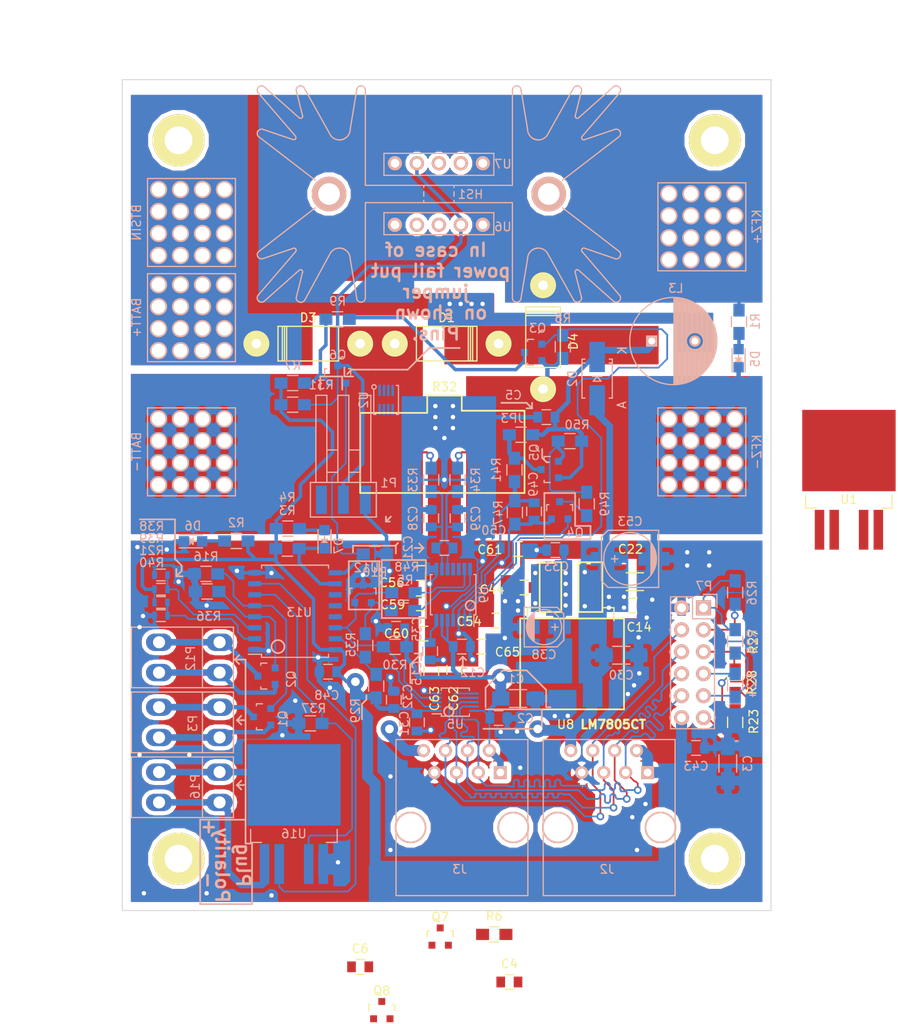
<source format=kicad_pcb>
(kicad_pcb (version 4) (host pcbnew 4.0.2-4+6225~38~ubuntu15.04.1-stable)
  (layers (0 F.Cu signal) (1 In1.Cu jumper) (2 In2.Cu jumper) (31 B.Cu signal) (34 B.Paste user) (35 F.Paste user) (36 B.SilkS user) (37 F.SilkS user) (38 B.Mask user) (39 F.Mask user) (44 Edge.Cuts user))
  (net 0 "")
  (net 1 +5V)
  (net 2 "Net-(J2-Pad3)")
  (net 3 "Net-(J2-Pad4)")
  (net 4 "Net-(J2-Pad5)")
  (net 5 "Net-(J2-Pad6)")
  (net 6 "Net-(P3-Pad1)")
  (net 7 "Net-(P3-Pad2)")
  (net 8 "Net-(P7-Pad1)")
  (net 9 "Net-(P7-Pad3)")
  (net 10 "Net-(P7-Pad5)")
  (net 11 "Net-(P7-Pad7)")
  (net 12 "Net-(P7-Pad9)")
  (net 13 "Net-(P7-Pad11)")
  (net 14 "Net-(P16-Pad1)")
  (net 15 "Net-(P16-Pad2)")
  (net 16 SDA2)
  (net 17 SCL2)
  (net 18 "Net-(R37-Pad1)")
  (net 19 "Net-(U5-Pad3)")
  (net 20 "Net-(U6-Pad4)")
  (net 21 "Net-(U7-Pad4)")
  (net 22 "Net-(U13-Pad7)")
  (net 23 "Net-(U13-Pad13)")
  (net 24 KFZOUT)
  (net 25 VREGIN)
  (net 26 "Net-(C21-Pad1)")
  (net 27 "Net-(C21-Pad2)")
  (net 28 "Net-(C15-Pad1)")
  (net 29 "Net-(U9-Pad11)")
  (net 30 "Net-(U9-Pad12)")
  (net 31 BATT-)
  (net 32 KFZ-)
  (net 33 BATT+)
  (net 34 PREDIODE)
  (net 35 "Net-(P12-Pad1)")
  (net 36 "Net-(P12-Pad2)")
  (net 37 "Net-(Q1-Pad1)")
  (net 38 "Net-(Q2-Pad1)")
  (net 39 "Net-(U13-Pad11)")
  (net 40 "Net-(U13-Pad12)")
  (net 41 "Net-(R21-Pad2)")
  (net 42 "Net-(R38-Pad1)")
  (net 43 BATSENSE)
  (net 44 "Net-(R48-Pad2)")
  (net 45 SENSE_ENABLE)
  (net 46 "Net-(Q4-Pad3)")
  (net 47 "Net-(Q5-Pad1)")
  (net 48 "Net-(JP3-Pad2)")
  (net 49 CALVINSHIELD)
  (net 50 "Net-(D5-Pad2)")
  (net 51 "Net-(D6-Pad2)")
  (net 52 "Net-(D7-Pad2)")
  (net 53 "Net-(D7-Pad1)")
  (net 54 "Net-(R35-Pad2)")
  (net 55 "Net-(R5-Pad2)")
  (net 56 BTS_CTRL_SIGNAL)
  (net 57 BTS_MCU_SIGNAL)
  (net 58 ALARM)
  (net 59 "Net-(Q3-Pad3)")
  (net 60 "Net-(Q6-Pad2)")
  (net 61 "Net-(P1-Pad3)")
  (net 62 "Net-(C4-Pad1)")
  (net 63 +3V3)
  (net 64 POSTDIODE)
  (net 65 "Net-(Q7-Pad3)")
  (net 66 "Net-(Q8-Pad1)")
  (net 67 "Net-(Q8-Pad2)")
  (net 68 "Net-(Q8-Pad3)")
  (net 69 "Net-(U1-Pad4)")
  (net 70 "Net-(U1-Pad2)")
  (net 71 "Net-(U2-Pad7)")
  (net 72 "Net-(U2-Pad8)")
  (module Diodes_THT_Addons:Diode_DO-201AC_Horizontal_RM12 (layer F.Cu) (at 80.5 46.5)
    (fp_text reference D3 (at 6 -3) (layer F.SilkS))
    (fp_text value P6KE16CA)
    (pad 2 thru_hole circle (at 12 0 180) (size 3 3) (drill 1.1) (layers *.Cu *.Mask F.SilkS) (net 31 BATT-))
    (pad 1 thru_hole circle (at 0.00122 -0.00296 180) (size 3 3) (drill 1.1) (layers *.Cu *.Mask F.SilkS) (net 33 BATT+))
  )
  (module Diodes_THT_Addons:Diode_DO-201AC_Horizontal_RM12 (layer F.Cu) (at 113.641 39.749 270)
    (fp_text reference D4 (at 6.5 -3.5 270) (layer F.SilkS))
    (fp_text value P6KE16CA)
    (pad 2 thru_hole circle (at 12 0 90) (size 3 3) (drill 1.1) (layers *.Cu *.Mask F.SilkS) (net 32 KFZ-))
    (pad 1 thru_hole circle (at 0.00122 -0.00296 90) (size 3 3) (drill 1.1) (layers *.Cu *.Mask F.SilkS) (net 24 KFZOUT))
  )
  (module TO_SOT_Packages_SMD:SOT-23 (layer B.Cu) (at 81.667 84.909 270)
    (fp_text reference Q2 (at 0.3556 -2.8702 450) (layer B.SilkS) (effects (justify mirror)))
    (fp_text value 2N7002)
    (pad 1 smd rect (at -0.95 -1.00076 270) (size 0.8001 0.8001) (layers B.Cu B.Paste B.Mask) (net 38 "Net-(Q2-Pad1)"))
    (pad 2 smd rect (at 0.95 -1.00076 270) (size 0.8001 0.8001) (layers B.Cu B.Paste B.Mask) (net 35 "Net-(P12-Pad1)"))
    (pad 3 smd rect (at 0 0.99822 270) (size 0.8001 0.8001) (layers B.Cu B.Paste B.Mask) (net 36 "Net-(P12-Pad2)"))
  )
  (module Heatsinks:Heatsink_Fischer_SK129-STS_42x25mm_2xDrill2.5mm (layer B.Cu) (at 101.6 29.21)
    (fp_text reference HS1 (at 3.65 0.04) (layer B.SilkS) (effects (justify mirror)))
    (fp_text value HEATSINK)
    (pad 1 thru_hole circle (at -12.7 0) (size 4 4) (drill 2.5) (layers *.Cu *.Mask B.SilkS))
    (pad 1 thru_hole circle (at 12.7 0) (size 4 4) (drill 2.5) (layers *.Cu *.Mask B.SilkS))
  )
  (module Housings_SSOP:TSSOP-14_4.4x5mm_Pitch0.65mm (layer B.Cu) (at 103.251 75.4975 90)
    (fp_text reference U9 (at 0 3.55 90) (layer B.SilkS) (effects (justify mirror)))
    (fp_text value BQ34Z100-G1)
    (pad 1 smd rect (at -2.95 1.95 90) (size 1.45 0.45) (layers B.Cu B.Paste B.Mask) (net 58 ALARM))
    (pad 2 smd rect (at -2.95 1.3 90) (size 1.45 0.45) (layers B.Cu B.Paste B.Mask) (net 45 SENSE_ENABLE))
    (pad 3 smd rect (at -2.95 0.65 90) (size 1.45 0.45) (layers B.Cu B.Paste B.Mask) (net 49 CALVINSHIELD))
    (pad 4 smd rect (at -2.95 0 90) (size 1.45 0.45) (layers B.Cu B.Paste B.Mask) (net 43 BATSENSE))
    (pad 5 smd rect (at -2.95 -0.65 90) (size 1.45 0.45) (layers B.Cu B.Paste B.Mask) (net 63 +3V3))
    (pad 6 smd rect (at -2.95 -1.3 90) (size 1.45 0.45) (layers B.Cu B.Paste B.Mask) (net 63 +3V3))
    (pad 7 smd rect (at -2.95 -1.95 90) (size 1.45 0.45) (layers B.Cu B.Paste B.Mask) (net 28 "Net-(C15-Pad1)"))
    (pad 8 smd rect (at 2.95 -1.95 90) (size 1.45 0.45) (layers B.Cu B.Paste B.Mask) (net 49 CALVINSHIELD))
    (pad 9 smd rect (at 2.95 -1.3 90) (size 1.45 0.45) (layers B.Cu B.Paste B.Mask) (net 26 "Net-(C21-Pad1)"))
    (pad 10 smd rect (at 2.95 -0.65 90) (size 1.45 0.45) (layers B.Cu B.Paste B.Mask) (net 27 "Net-(C21-Pad2)"))
    (pad 11 smd rect (at 2.95 0 90) (size 1.45 0.45) (layers B.Cu B.Paste B.Mask) (net 29 "Net-(U9-Pad11)"))
    (pad 12 smd rect (at 2.95 0.65 90) (size 1.45 0.45) (layers B.Cu B.Paste B.Mask) (net 30 "Net-(U9-Pad12)"))
    (pad 13 smd rect (at 2.95 1.3 90) (size 1.45 0.45) (layers B.Cu B.Paste B.Mask) (net 44 "Net-(R48-Pad2)"))
    (pad 14 smd rect (at 2.95 1.95 90) (size 1.45 0.45) (layers B.Cu B.Paste B.Mask) (net 55 "Net-(R5-Pad2)"))
  )
  (module Resistors_SMD:R_0805_HandSoldering (layer B.Cu) (at 93.08684 81.36652 90)
    (fp_text reference R35 (at 0.08652 -1.64684 90) (layer B.SilkS) (effects (justify mirror)))
    (fp_text value 0R0)
    (pad 1 smd rect (at -1.35 0 90) (size 1.5 1.3) (layers B.Cu B.Paste B.Mask) (net 16 SDA2))
    (pad 2 smd rect (at 1.35 0 90) (size 1.5 1.3) (layers B.Cu B.Paste B.Mask) (net 54 "Net-(R35-Pad2)"))
  )
  (module TO-252-4:TO-263-2Lead (layer F.Cu) (at 116.84 74.505 270)
    (fp_text reference U8 (at 15.995 0.59 360) (layer F.SilkS))
    (fp_text value LM7805CT)
    (pad 2 smd rect (at 9.15 0 270) (size 9.4 10.8) (layers F.Cu F.Paste F.Mask) (net 32 KFZ-))
    (pad 3 smd rect (at 0 2.54 270) (size 4.6 1.39) (layers F.Cu F.Paste F.Mask) (net 1 +5V))
    (pad 1 smd rect (at 0 -2.54 270) (size 4.6 1.39) (layers F.Cu F.Paste F.Mask) (net 25 VREGIN))
  )
  (module Capacitors_ThroughHole:C_Radial_D10_L16_P5 (layer B.Cu) (at 126.2 46.2)
    (fp_text reference L3 (at 2.794 -6.096) (layer B.SilkS) (effects (justify mirror)))
    (fp_text value TSL0808-470K1R2)
    (pad 1 thru_hole rect (at 0 0) (size 1.3 1.3) (drill 0.8) (layers *.Cu *.Mask B.SilkS) (net 34 PREDIODE))
    (pad 2 thru_hole circle (at 5 0) (size 1.3 1.3) (drill 0.8) (layers *.Cu *.Mask B.SilkS) (net 33 BATT+))
  )
  (module Resistors_SMD:R_0805_HandSoldering (layer B.Cu) (at 96.526 81.524)
    (fp_text reference R30 (at 0 2.1) (layer B.SilkS) (effects (justify mirror)))
    (fp_text value 4K7)
    (pad 1 smd rect (at -1.35 0) (size 1.5 1.3) (layers B.Cu B.Paste B.Mask) (net 17 SCL2))
    (pad 2 smd rect (at 1.35 0) (size 1.5 1.3) (layers B.Cu B.Paste B.Mask) (net 1 +5V))
  )
  (module Capacitors_SMD:C_0805 (layer B.Cu) (at 99.06 90.253 270)
    (fp_text reference C31 (at 0.117 1.4672 270) (layer B.SilkS) (effects (justify mirror)))
    (fp_text value 100nF)
    (pad 1 smd rect (at -1 0 270) (size 1 1.25) (layers B.Cu B.Paste B.Mask) (net 1 +5V))
    (pad 2 smd rect (at 1 0 270) (size 1 1.25) (layers B.Cu B.Paste B.Mask) (net 32 KFZ-))
  )
  (module drillhole:hole (layer F.Cu) (at 133.5 106)
    (fp_text reference P10 (at 0 0) (layer F.SilkS))
    (fp_text value P10 (at 0 0) (layer F.SilkS))
    (pad "" np_thru_hole circle (at 0 0) (size 6 6) (drill 3.2) (layers *.Cu *.Mask F.SilkS))
  )
  (module Capacitors_SMD:C_0805 (layer B.Cu) (at 102.235 70.1)
    (fp_text reference C21 (at -4.191 0.004 90) (layer B.SilkS) (effects (justify mirror)))
    (fp_text value 100nF)
    (pad 1 smd rect (at -1 0) (size 1 1.25) (layers B.Cu B.Paste B.Mask) (net 26 "Net-(C21-Pad1)"))
    (pad 2 smd rect (at 1 0) (size 1 1.25) (layers B.Cu B.Paste B.Mask) (net 27 "Net-(C21-Pad2)"))
  )
  (module Capacitors_SMD:C_0805 (layer B.Cu) (at 96.393 87.6495 90)
    (fp_text reference C32 (at 0.3995 1.607 90) (layer B.SilkS) (effects (justify mirror)))
    (fp_text value 100nF)
    (pad 1 smd rect (at -1 0 90) (size 1 1.25) (layers B.Cu B.Paste B.Mask) (net 1 +5V))
    (pad 2 smd rect (at 1 0 90) (size 1 1.25) (layers B.Cu B.Paste B.Mask) (net 32 KFZ-))
  )
  (module Capacitors_SMD:C_0805 (layer B.Cu) (at 115.068 70.348 180)
    (fp_text reference C33 (at -0.127 -1.904 180) (layer B.SilkS) (effects (justify mirror)))
    (fp_text value 1uF)
    (pad 1 smd rect (at -1 0 180) (size 1 1.25) (layers B.Cu B.Paste B.Mask) (net 1 +5V))
    (pad 2 smd rect (at 1 0 180) (size 1 1.25) (layers B.Cu B.Paste B.Mask) (net 32 KFZ-))
  )
  (module Capacitors_SMD:C_0805 (layer B.Cu) (at 96.653 79.44628 180)
    (fp_text reference C35 (at -2.407 -0.05572 270) (layer B.SilkS) (effects (justify mirror)))
    (fp_text value 100nF)
    (pad 1 smd rect (at -1 0 180) (size 1 1.25) (layers B.Cu B.Paste B.Mask) (net 1 +5V))
    (pad 2 smd rect (at 1 0 180) (size 1 1.25) (layers B.Cu B.Paste B.Mask) (net 32 KFZ-))
  )
  (module Capacitors_SMD:C_0805 (layer B.Cu) (at 131.324 93.208)
    (fp_text reference C43 (at 0 2.1) (layer B.SilkS) (effects (justify mirror)))
    (fp_text value 100nF)
    (pad 1 smd rect (at -1 0) (size 1 1.25) (layers B.Cu B.Paste B.Mask) (net 1 +5V))
    (pad 2 smd rect (at 1 0) (size 1 1.25) (layers B.Cu B.Paste B.Mask) (net 32 KFZ-))
  )
  (module Capacitors_SMD:C_0805 (layer F.Cu) (at 111.482 74.674 180)
    (fp_text reference C44 (at 3.75 -0.25 180) (layer F.SilkS))
    (fp_text value 10nF)
    (pad 1 smd rect (at -1 0 180) (size 1 1.25) (layers F.Cu F.Paste F.Mask) (net 1 +5V))
    (pad 2 smd rect (at 1 0 180) (size 1 1.25) (layers F.Cu F.Paste F.Mask) (net 32 KFZ-))
  )
  (module Resistors_SMD:R_0805_HandSoldering (layer B.Cu) (at 74.682 73.098 180)
    (fp_text reference R16 (at 0 1.988 180) (layer B.SilkS) (effects (justify mirror)))
    (fp_text value 10K)
    (pad 1 smd rect (at -1.35 0 180) (size 1.5 1.3) (layers B.Cu B.Paste B.Mask) (net 37 "Net-(Q1-Pad1)"))
    (pad 2 smd rect (at 1.35 0 180) (size 1.5 1.3) (layers B.Cu B.Paste B.Mask) (net 32 KFZ-))
  )
  (module Capacitors_SMD:C_0805 (layer B.Cu) (at 100.59 82.032 270)
    (fp_text reference C15 (at 2.55 1.53 270) (layer B.SilkS) (effects (justify mirror)))
    (fp_text value 1uF)
    (pad 1 smd rect (at -1 0 270) (size 1 1.25) (layers B.Cu B.Paste B.Mask) (net 28 "Net-(C15-Pad1)"))
    (pad 2 smd rect (at 1 0 270) (size 1 1.25) (layers B.Cu B.Paste B.Mask) (net 49 CALVINSHIELD))
  )
  (module Capacitors_SMD:c_elec_4x5.8 (layer B.Cu) (at 113.75 79.25)
    (fp_text reference C38 (at 0 3.175) (layer B.SilkS) (effects (justify mirror)))
    (fp_text value 10uF)
    (pad 1 smd rect (at 1.80086 0) (size 2.60096 1.6002) (layers B.Cu B.Paste B.Mask) (net 1 +5V))
    (pad 2 smd rect (at -1.80086 0) (size 2.60096 1.6002) (layers B.Cu B.Paste B.Mask) (net 32 KFZ-))
  )
  (module Connect:RJ45_8 (layer B.Cu) (at 121.284 102.396 180)
    (fp_text reference J2 (at 0.254 -4.826 180) (layer B.SilkS) (effects (justify mirror)))
    (fp_text value RJ45)
    (pad Hole np_thru_hole circle (at 5.93852 0 180) (size 3.64998 3.64998) (drill 3.2512) (layers *.Cu *.SilkS *.Mask))
    (pad Hole np_thru_hole circle (at -5.9309 0 180) (size 3.64998 3.64998) (drill 3.2512) (layers *.Cu *.SilkS *.Mask))
    (pad 1 thru_hole rect (at -4.445 6.35 180) (size 1.50114 1.50114) (drill 0.89916) (layers *.Cu *.Mask B.SilkS) (net 1 +5V))
    (pad 2 thru_hole circle (at -3.175 8.89 180) (size 1.50114 1.50114) (drill 0.89916) (layers *.Cu *.Mask B.SilkS) (net 1 +5V))
    (pad 3 thru_hole circle (at -1.905 6.35 180) (size 1.50114 1.50114) (drill 0.89916) (layers *.Cu *.Mask B.SilkS) (net 2 "Net-(J2-Pad3)"))
    (pad 4 thru_hole circle (at -0.635 8.89 180) (size 1.50114 1.50114) (drill 0.89916) (layers *.Cu *.Mask B.SilkS) (net 3 "Net-(J2-Pad4)"))
    (pad 5 thru_hole circle (at 0.635 6.35 180) (size 1.50114 1.50114) (drill 0.89916) (layers *.Cu *.Mask B.SilkS) (net 4 "Net-(J2-Pad5)"))
    (pad 6 thru_hole circle (at 1.905 8.89 180) (size 1.50114 1.50114) (drill 0.89916) (layers *.Cu *.Mask B.SilkS) (net 5 "Net-(J2-Pad6)"))
    (pad 7 thru_hole circle (at 3.175 6.35 180) (size 1.50114 1.50114) (drill 0.89916) (layers *.Cu *.Mask B.SilkS) (net 32 KFZ-))
    (pad 8 thru_hole circle (at 4.445 8.89 180) (size 1.50114 1.50114) (drill 0.89916) (layers *.Cu *.Mask B.SilkS) (net 25 VREGIN))
  )
  (module Connect:RJ45_8 (layer B.Cu) (at 104.266 102.396 180)
    (fp_text reference J3 (at 0.254 -4.826 180) (layer B.SilkS) (effects (justify mirror)))
    (fp_text value RJ45)
    (pad Hole np_thru_hole circle (at 5.93852 0 180) (size 3.64998 3.64998) (drill 3.2512) (layers *.Cu *.SilkS *.Mask))
    (pad Hole np_thru_hole circle (at -5.9309 0 180) (size 3.64998 3.64998) (drill 3.2512) (layers *.Cu *.SilkS *.Mask))
    (pad 1 thru_hole rect (at -4.445 6.35 180) (size 1.50114 1.50114) (drill 0.89916) (layers *.Cu *.Mask B.SilkS) (net 1 +5V))
    (pad 2 thru_hole circle (at -3.175 8.89 180) (size 1.50114 1.50114) (drill 0.89916) (layers *.Cu *.Mask B.SilkS) (net 1 +5V))
    (pad 3 thru_hole circle (at -1.905 6.35 180) (size 1.50114 1.50114) (drill 0.89916) (layers *.Cu *.Mask B.SilkS) (net 2 "Net-(J2-Pad3)"))
    (pad 4 thru_hole circle (at -0.635 8.89 180) (size 1.50114 1.50114) (drill 0.89916) (layers *.Cu *.Mask B.SilkS) (net 3 "Net-(J2-Pad4)"))
    (pad 5 thru_hole circle (at 0.635 6.35 180) (size 1.50114 1.50114) (drill 0.89916) (layers *.Cu *.Mask B.SilkS) (net 4 "Net-(J2-Pad5)"))
    (pad 6 thru_hole circle (at 1.905 8.89 180) (size 1.50114 1.50114) (drill 0.89916) (layers *.Cu *.Mask B.SilkS) (net 5 "Net-(J2-Pad6)"))
    (pad 7 thru_hole circle (at 3.175 6.35 180) (size 1.50114 1.50114) (drill 0.89916) (layers *.Cu *.Mask B.SilkS) (net 32 KFZ-))
    (pad 8 thru_hole circle (at 4.445 8.89 180) (size 1.50114 1.50114) (drill 0.89916) (layers *.Cu *.Mask B.SilkS) (net 25 VREGIN))
  )
  (module drillhole:hole (layer F.Cu) (at 71.5 23)
    (fp_text reference P21 (at 0 0) (layer F.SilkS))
    (fp_text value P21 (at 0 0) (layer F.SilkS))
    (pad "" np_thru_hole circle (at 0 0) (size 6 6) (drill 3.2) (layers *.Cu *.Mask F.SilkS))
  )
  (module drillhole:hole (layer F.Cu) (at 133.5 23)
    (fp_text reference P22 (at 0 0) (layer F.SilkS))
    (fp_text value P22 (at 0 0) (layer F.SilkS))
    (pad "" np_thru_hole circle (at 0 0) (size 6 6) (drill 3.2) (layers *.Cu *.Mask F.SilkS))
  )
  (module drillhole:hole (layer F.Cu) (at 71.5 106)
    (fp_text reference P24 (at 0 0) (layer F.SilkS))
    (fp_text value P24 (at 0 0) (layer F.SilkS))
    (pad "" np_thru_hole circle (at 0 0) (size 6 6) (drill 3.2) (layers *.Cu *.Mask F.SilkS))
  )
  (module TO_SOT_Packages_SMD:SOT-23 (layer B.Cu) (at 81.159 89.608 270)
    (fp_text reference Q1 (at 0.2667 -2.4003 270) (layer B.SilkS) (effects (justify mirror)))
    (fp_text value 2N7002)
    (pad 1 smd rect (at -0.95 -1.00076 270) (size 0.8001 0.8001) (layers B.Cu B.Paste B.Mask) (net 37 "Net-(Q1-Pad1)"))
    (pad 2 smd rect (at 0.95 -1.00076 270) (size 0.8001 0.8001) (layers B.Cu B.Paste B.Mask) (net 6 "Net-(P3-Pad1)"))
    (pad 3 smd rect (at 0 0.99822 270) (size 0.8001 0.8001) (layers B.Cu B.Paste B.Mask) (net 7 "Net-(P3-Pad2)"))
  )
  (module Resistors_SMD:R_0805_HandSoldering (layer F.Cu) (at 135.85 90.25 90)
    (fp_text reference R23 (at 0.1 2.15 90) (layer F.SilkS))
    (fp_text value 600R)
    (pad 1 smd rect (at -1.35 0 90) (size 1.5 1.3) (layers F.Cu F.Paste F.Mask) (net 13 "Net-(P7-Pad11)"))
    (pad 2 smd rect (at 1.35 0 90) (size 1.5 1.3) (layers F.Cu F.Paste F.Mask) (net 11 "Net-(P7-Pad7)"))
  )
  (module Resistors_SMD:R_0805_HandSoldering (layer B.Cu) (at 135.85 86 270)
    (fp_text reference R24 (at -0.05 -1.9 270) (layer B.SilkS) (effects (justify mirror)))
    (fp_text value 120R)
    (pad 1 smd rect (at -1.35 0 270) (size 1.5 1.3) (layers B.Cu B.Paste B.Mask) (net 11 "Net-(P7-Pad7)"))
    (pad 2 smd rect (at 1.35 0 270) (size 1.5 1.3) (layers B.Cu B.Paste B.Mask) (net 12 "Net-(P7-Pad9)"))
  )
  (module Resistors_SMD:R_0805_HandSoldering (layer B.Cu) (at 135.85 80.9 90)
    (fp_text reference R25 (at -0.05 1.95 90) (layer B.SilkS) (effects (justify mirror)))
    (fp_text value 600R)
    (pad 1 smd rect (at -1.35 0 90) (size 1.5 1.3) (layers B.Cu B.Paste B.Mask) (net 12 "Net-(P7-Pad9)"))
    (pad 2 smd rect (at 1.35 0 90) (size 1.5 1.3) (layers B.Cu B.Paste B.Mask) (net 8 "Net-(P7-Pad1)"))
  )
  (module Resistors_SMD:R_0805_HandSoldering (layer B.Cu) (at 135.85 75.25 270)
    (fp_text reference R26 (at 0.05 -1.95 270) (layer B.SilkS) (effects (justify mirror)))
    (fp_text value 600R)
    (pad 1 smd rect (at -1.35 0 270) (size 1.5 1.3) (layers B.Cu B.Paste B.Mask) (net 8 "Net-(P7-Pad1)"))
    (pad 2 smd rect (at 1.35 0 270) (size 1.5 1.3) (layers B.Cu B.Paste B.Mask) (net 9 "Net-(P7-Pad3)"))
  )
  (module Resistors_SMD:R_0805_HandSoldering (layer F.Cu) (at 135.85 80.9 270)
    (fp_text reference R27 (at 0 -2.1 270) (layer F.SilkS))
    (fp_text value 120R)
    (pad 1 smd rect (at -1.35 0 270) (size 1.5 1.3) (layers F.Cu F.Paste F.Mask) (net 9 "Net-(P7-Pad3)"))
    (pad 2 smd rect (at 1.35 0 270) (size 1.5 1.3) (layers F.Cu F.Paste F.Mask) (net 10 "Net-(P7-Pad5)"))
  )
  (module Resistors_SMD:R_0805_HandSoldering (layer F.Cu) (at 135.85 85.55 270)
    (fp_text reference R28 (at 0.1 -1.95 270) (layer F.SilkS))
    (fp_text value 600R)
    (pad 1 smd rect (at -1.35 0 270) (size 1.5 1.3) (layers F.Cu F.Paste F.Mask) (net 10 "Net-(P7-Pad5)"))
    (pad 2 smd rect (at 1.35 0 270) (size 1.5 1.3) (layers F.Cu F.Paste F.Mask) (net 13 "Net-(P7-Pad11)"))
  )
  (module Resistors_SMD:R_0805_HandSoldering (layer B.Cu) (at 94.35176 86.06044 270)
    (fp_text reference R29 (at 2.83956 2.40376 270) (layer B.SilkS) (effects (justify mirror)))
    (fp_text value 4K7)
    (pad 1 smd rect (at -1.35 0 270) (size 1.5 1.3) (layers B.Cu B.Paste B.Mask) (net 16 SDA2))
    (pad 2 smd rect (at 1.35 0 270) (size 1.5 1.3) (layers B.Cu B.Paste B.Mask) (net 1 +5V))
  )
  (module Resistors_SMD:R_0805_HandSoldering (layer B.Cu) (at 84.7 53.55)
    (fp_text reference R31 (at 3.302 -2.286) (layer B.SilkS) (effects (justify mirror)))
    (fp_text value 10K)
    (pad 1 smd rect (at -1.35 0) (size 1.5 1.3) (layers B.Cu B.Paste B.Mask) (net 1 +5V))
    (pad 2 smd rect (at 1.35 0) (size 1.5 1.3) (layers B.Cu B.Paste B.Mask) (net 56 BTS_CTRL_SIGNAL))
  )
  (module Resistors_SMD:R_0805_HandSoldering (layer B.Cu) (at 86.747 90.37 180)
    (fp_text reference R37 (at -0.375 1.724 180) (layer B.SilkS) (effects (justify mirror)))
    (fp_text value 10K)
    (pad 1 smd rect (at -1.35 0 180) (size 1.5 1.3) (layers B.Cu B.Paste B.Mask) (net 18 "Net-(R37-Pad1)"))
    (pad 2 smd rect (at 1.35 0 180) (size 1.5 1.3) (layers B.Cu B.Paste B.Mask) (net 32 KFZ-))
  )
  (module Housings_SSOP:TSSOP-10_3x3mm_Pitch0.5mm (layer B.Cu) (at 103.504 87.918)
    (fp_text reference U5 (at 0 2.55) (layer B.SilkS) (effects (justify mirror)))
    (fp_text value PCA9615)
    (pad 1 smd rect (at -2.15 1) (size 1.1 0.25) (layers B.Cu B.Paste B.Mask) (net 1 +5V))
    (pad 2 smd rect (at -2.15 0.5) (size 1.1 0.25) (layers B.Cu B.Paste B.Mask) (net 16 SDA2))
    (pad 3 smd rect (at -2.15 0) (size 1.1 0.25) (layers B.Cu B.Paste B.Mask) (net 19 "Net-(U5-Pad3)"))
    (pad 4 smd rect (at -2.15 -0.5) (size 1.1 0.25) (layers B.Cu B.Paste B.Mask) (net 17 SCL2))
    (pad 5 smd rect (at -2.15 -1) (size 1.1 0.25) (layers B.Cu B.Paste B.Mask) (net 32 KFZ-))
    (pad 6 smd rect (at 2.15 -1) (size 1.1 0.25) (layers B.Cu B.Paste B.Mask) (net 5 "Net-(J2-Pad6)"))
    (pad 7 smd rect (at 2.15 -0.5) (size 1.1 0.25) (layers B.Cu B.Paste B.Mask) (net 4 "Net-(J2-Pad5)"))
    (pad 8 smd rect (at 2.15 0) (size 1.1 0.25) (layers B.Cu B.Paste B.Mask) (net 3 "Net-(J2-Pad4)"))
    (pad 9 smd rect (at 2.15 0.5) (size 1.1 0.25) (layers B.Cu B.Paste B.Mask) (net 2 "Net-(J2-Pad3)"))
    (pad 10 smd rect (at 2.15 1) (size 1.1 0.25) (layers B.Cu B.Paste B.Mask) (net 1 +5V))
  )
  (module TO-252-4:TO218-5 (layer B.Cu) (at 101.6 32.766 180)
    (fp_text reference U6 (at -7.4 -0.234 180) (layer B.SilkS) (effects (justify mirror)))
    (fp_text value BTS555)
    (pad 1 thru_hole circle (at -5.08 0) (size 1.651 1.651) (drill 1.016) (layers *.Cu *.Mask B.SilkS) (net 24 KFZOUT))
    (pad 5 thru_hole circle (at 5.08 0) (size 1.651 1.651) (drill 1.016) (layers *.Cu *.Mask B.SilkS) (net 24 KFZOUT))
    (pad 3 thru_hole circle (at 0 0) (size 1.651 1.651) (drill 1.016) (layers *.Cu *.Mask B.SilkS) (net 33 BATT+))
    (pad 4 thru_hole circle (at 2.54 0) (size 1.651 1.651) (drill 1.016) (layers *.Cu *.Mask B.SilkS) (net 20 "Net-(U6-Pad4)"))
    (pad 2 thru_hole circle (at -2.54 0) (size 1.651 1.651) (drill 1.016) (layers *.Cu *.Mask B.SilkS) (net 56 BTS_CTRL_SIGNAL))
  )
  (module TO-252-4:TO218-5 (layer B.Cu) (at 101.6 25.654)
    (fp_text reference U7 (at 7.4 0.096 180) (layer B.SilkS) (effects (justify mirror)))
    (fp_text value BTS555)
    (pad 1 thru_hole circle (at -5.08 0 180) (size 1.651 1.651) (drill 1.016) (layers *.Cu *.Mask B.SilkS) (net 24 KFZOUT))
    (pad 5 thru_hole circle (at 5.08 0 180) (size 1.651 1.651) (drill 1.016) (layers *.Cu *.Mask B.SilkS) (net 24 KFZOUT))
    (pad 3 thru_hole circle (at 0 0 180) (size 1.651 1.651) (drill 1.016) (layers *.Cu *.Mask B.SilkS) (net 33 BATT+))
    (pad 4 thru_hole circle (at 2.54 0 180) (size 1.651 1.651) (drill 1.016) (layers *.Cu *.Mask B.SilkS) (net 21 "Net-(U7-Pad4)"))
    (pad 2 thru_hole circle (at -2.54 0 180) (size 1.651 1.651) (drill 1.016) (layers *.Cu *.Mask B.SilkS) (net 56 BTS_CTRL_SIGNAL))
  )
  (module Housings_SOIC:SOIC-16_7.5x10.3mm_Pitch1.27mm (layer B.Cu) (at 84.969 77.416)
    (fp_text reference U13 (at 0.4953 0.127) (layer B.SilkS) (effects (justify mirror)))
    (fp_text value PCA9534)
    (pad 1 smd rect (at -4.65 4.445) (size 1.5 0.6) (layers B.Cu B.Paste B.Mask) (net 32 KFZ-))
    (pad 2 smd rect (at -4.65 3.175) (size 1.5 0.6) (layers B.Cu B.Paste B.Mask) (net 41 "Net-(R21-Pad2)"))
    (pad 3 smd rect (at -4.65 1.905) (size 1.5 0.6) (layers B.Cu B.Paste B.Mask) (net 42 "Net-(R38-Pad1)"))
    (pad 4 smd rect (at -4.65 0.635) (size 1.5 0.6) (layers B.Cu B.Paste B.Mask) (net 38 "Net-(Q2-Pad1)"))
    (pad 5 smd rect (at -4.65 -0.635) (size 1.5 0.6) (layers B.Cu B.Paste B.Mask) (net 37 "Net-(Q1-Pad1)"))
    (pad 6 smd rect (at -4.65 -1.905) (size 1.5 0.6) (layers B.Cu B.Paste B.Mask) (net 18 "Net-(R37-Pad1)"))
    (pad 7 smd rect (at -4.65 -3.175) (size 1.5 0.6) (layers B.Cu B.Paste B.Mask) (net 22 "Net-(U13-Pad7)"))
    (pad 8 smd rect (at -4.65 -4.445) (size 1.5 0.6) (layers B.Cu B.Paste B.Mask) (net 32 KFZ-))
    (pad 9 smd rect (at 4.65 -4.445) (size 1.5 0.6) (layers B.Cu B.Paste B.Mask) (net 57 BTS_MCU_SIGNAL))
    (pad 10 smd rect (at 4.65 -3.175) (size 1.5 0.6) (layers B.Cu B.Paste B.Mask) (net 53 "Net-(D7-Pad1)"))
    (pad 11 smd rect (at 4.65 -1.905) (size 1.5 0.6) (layers B.Cu B.Paste B.Mask) (net 39 "Net-(U13-Pad11)"))
    (pad 12 smd rect (at 4.65 -0.635) (size 1.5 0.6) (layers B.Cu B.Paste B.Mask) (net 40 "Net-(U13-Pad12)"))
    (pad 13 smd rect (at 4.65 0.635) (size 1.5 0.6) (layers B.Cu B.Paste B.Mask) (net 23 "Net-(U13-Pad13)"))
    (pad 14 smd rect (at 4.65 1.905) (size 1.5 0.6) (layers B.Cu B.Paste B.Mask) (net 17 SCL2))
    (pad 15 smd rect (at 4.65 3.175) (size 1.5 0.6) (layers B.Cu B.Paste B.Mask) (net 16 SDA2))
    (pad 16 smd rect (at 4.65 4.445) (size 1.5 0.6) (layers B.Cu B.Paste B.Mask) (net 1 +5V))
  )
  (module Pin_Headers:Pin_Header_Straight_2x06 (layer B.Cu) (at 132.19 77.015 180)
    (fp_text reference P7 (at -0.06 2.515 180) (layer B.SilkS) (effects (justify mirror)))
    (fp_text value CONN_02X06)
    (pad 1 thru_hole rect (at 0 0 180) (size 1.7272 1.7272) (drill 1.016) (layers *.Cu *.Mask B.SilkS) (net 8 "Net-(P7-Pad1)"))
    (pad 2 thru_hole oval (at 2.54 0 180) (size 1.7272 1.7272) (drill 1.016) (layers *.Cu *.Mask B.SilkS) (net 32 KFZ-))
    (pad 3 thru_hole oval (at 0 -2.54 180) (size 1.7272 1.7272) (drill 1.016) (layers *.Cu *.Mask B.SilkS) (net 9 "Net-(P7-Pad3)"))
    (pad 4 thru_hole oval (at 2.54 -2.54 180) (size 1.7272 1.7272) (drill 1.016) (layers *.Cu *.Mask B.SilkS) (net 5 "Net-(J2-Pad6)"))
    (pad 5 thru_hole oval (at 0 -5.08 180) (size 1.7272 1.7272) (drill 1.016) (layers *.Cu *.Mask B.SilkS) (net 10 "Net-(P7-Pad5)"))
    (pad 6 thru_hole oval (at 2.54 -5.08 180) (size 1.7272 1.7272) (drill 1.016) (layers *.Cu *.Mask B.SilkS) (net 4 "Net-(J2-Pad5)"))
    (pad 7 thru_hole oval (at 0 -7.62 180) (size 1.7272 1.7272) (drill 1.016) (layers *.Cu *.Mask B.SilkS) (net 11 "Net-(P7-Pad7)"))
    (pad 8 thru_hole oval (at 2.54 -7.62 180) (size 1.7272 1.7272) (drill 1.016) (layers *.Cu *.Mask B.SilkS) (net 3 "Net-(J2-Pad4)"))
    (pad 9 thru_hole oval (at 0 -10.16 180) (size 1.7272 1.7272) (drill 1.016) (layers *.Cu *.Mask B.SilkS) (net 12 "Net-(P7-Pad9)"))
    (pad 10 thru_hole oval (at 2.54 -10.16 180) (size 1.7272 1.7272) (drill 1.016) (layers *.Cu *.Mask B.SilkS) (net 2 "Net-(J2-Pad3)"))
    (pad 11 thru_hole oval (at 0 -12.7 180) (size 1.7272 1.7272) (drill 1.016) (layers *.Cu *.Mask B.SilkS) (net 13 "Net-(P7-Pad11)"))
    (pad 12 thru_hole oval (at 2.54 -12.7 180) (size 1.7272 1.7272) (drill 1.016) (layers *.Cu *.Mask B.SilkS) (net 1 +5V))
  )
  (module Capacitors_SMD:C_0805 (layer B.Cu) (at 104.25 81.5)
    (fp_text reference C12 (at 1.25 3) (layer B.SilkS) (effects (justify mirror)))
    (fp_text value 100nF)
    (pad 1 smd rect (at -1 0) (size 1 1.25) (layers B.Cu B.Paste B.Mask) (net 63 +3V3))
    (pad 2 smd rect (at 1 0) (size 1 1.25) (layers B.Cu B.Paste B.Mask) (net 49 CALVINSHIELD))
  )
  (module Resistors_SMD:R_0805_HandSoldering (layer B.Cu) (at 100.711 62.23 270)
    (fp_text reference R33 (at 0 2.1 270) (layer B.SilkS) (effects (justify mirror)))
    (fp_text value 100R)
    (pad 1 smd rect (at -1.35 0 270) (size 1.5 1.3) (layers B.Cu B.Paste B.Mask) (net 31 BATT-))
    (pad 2 smd rect (at 1.35 0 270) (size 1.5 1.3) (layers B.Cu B.Paste B.Mask) (net 26 "Net-(C21-Pad1)"))
  )
  (module Resistors_SMD:R_0805_HandSoldering (layer B.Cu) (at 103.759 62.23 90)
    (fp_text reference R34 (at 0 2.1 90) (layer B.SilkS) (effects (justify mirror)))
    (fp_text value 100R)
    (pad 1 smd rect (at -1.35 0 90) (size 1.5 1.3) (layers B.Cu B.Paste B.Mask) (net 27 "Net-(C21-Pad2)"))
    (pad 2 smd rect (at 1.35 0 90) (size 1.5 1.3) (layers B.Cu B.Paste B.Mask) (net 32 KFZ-))
  )
  (module Connect_Addons:WE_threaded_shank_M5_160A (layer B.Cu) (at 73 43.5 90)
    (fp_text reference BATT+1)
    (fp_text value BATT+ (at 0 -6.35 90) (layer B.SilkS) (effects (justify mirror)))
    (pad 1 thru_hole circle (at 3.81 1.27 90) (size 2 2) (drill 1.6) (layers *.Cu *.Mask B.SilkS) (net 33 BATT+))
    (pad 1 thru_hole circle (at 3.81 -1.27 90) (size 2 2) (drill 1.6) (layers *.Cu *.Mask B.SilkS) (net 33 BATT+))
    (pad 1 thru_hole circle (at 3.81 -3.81 90) (size 2 2) (drill 1.6) (layers *.Cu *.Mask B.SilkS) (net 33 BATT+))
    (pad 1 thru_hole circle (at 1.27 -3.81 90) (size 2 2) (drill 1.6) (layers *.Cu *.Mask B.SilkS) (net 33 BATT+))
    (pad 1 thru_hole circle (at -1.27 -3.81 90) (size 2 2) (drill 1.6) (layers *.Cu *.Mask B.SilkS) (net 33 BATT+))
    (pad 1 thru_hole circle (at -3.81 1.27 90) (size 2 2) (drill 1.6) (layers *.Cu *.Mask B.SilkS) (net 33 BATT+))
    (pad 1 thru_hole circle (at -3.81 -1.27 90) (size 2 2) (drill 1.6) (layers *.Cu *.Mask B.SilkS) (net 33 BATT+))
    (pad 1 thru_hole circle (at -3.81 -3.81 90) (size 2 2) (drill 1.6) (layers *.Cu *.Mask B.SilkS) (net 33 BATT+))
    (pad 1 thru_hole circle (at -3.81 3.81 90) (size 2 2) (drill 1.6) (layers *.Cu *.Mask B.SilkS) (net 33 BATT+))
    (pad 1 thru_hole circle (at 3.81 3.81 90) (size 2 2) (drill 1.6) (layers *.Cu *.Mask B.SilkS) (net 33 BATT+))
    (pad 1 thru_hole circle (at 1.27 3.81 90) (size 2 2) (drill 1.6) (layers *.Cu *.Mask B.SilkS) (net 33 BATT+))
    (pad 1 thru_hole circle (at 1.27 1.27 90) (size 2 2) (drill 1.6) (layers *.Cu *.Mask B.SilkS) (net 33 BATT+))
    (pad 1 thru_hole circle (at 1.27 -1.27 90) (size 2 2) (drill 1.6) (layers *.Cu *.Mask B.SilkS) (net 33 BATT+))
    (pad 1 thru_hole circle (at -1.27 3.81 90) (size 2 2) (drill 1.6) (layers *.Cu *.Mask B.SilkS) (net 33 BATT+))
    (pad 1 thru_hole circle (at -1.27 1.27 90) (size 2 2) (drill 1.6) (layers *.Cu *.Mask B.SilkS) (net 33 BATT+))
    (pad 1 thru_hole circle (at -1.27 -1.27 90) (size 2 2) (drill 1.6) (layers *.Cu *.Mask B.SilkS) (net 33 BATT+))
  )
  (module Connect_Addons:WE_threaded_shank_M5_160A (layer B.Cu) (at 73 59 90)
    (fp_text reference BATT-1)
    (fp_text value BATT- (at 0 -6.35 90) (layer B.SilkS) (effects (justify mirror)))
    (pad 1 thru_hole circle (at 3.81 1.27 90) (size 2 2) (drill 1.6) (layers *.Cu *.Mask B.SilkS) (net 31 BATT-))
    (pad 1 thru_hole circle (at 3.81 -1.27 90) (size 2 2) (drill 1.6) (layers *.Cu *.Mask B.SilkS) (net 31 BATT-))
    (pad 1 thru_hole circle (at 3.81 -3.81 90) (size 2 2) (drill 1.6) (layers *.Cu *.Mask B.SilkS) (net 31 BATT-))
    (pad 1 thru_hole circle (at 1.27 -3.81 90) (size 2 2) (drill 1.6) (layers *.Cu *.Mask B.SilkS) (net 31 BATT-))
    (pad 1 thru_hole circle (at -1.27 -3.81 90) (size 2 2) (drill 1.6) (layers *.Cu *.Mask B.SilkS) (net 31 BATT-))
    (pad 1 thru_hole circle (at -3.81 1.27 90) (size 2 2) (drill 1.6) (layers *.Cu *.Mask B.SilkS) (net 31 BATT-))
    (pad 1 thru_hole circle (at -3.81 -1.27 90) (size 2 2) (drill 1.6) (layers *.Cu *.Mask B.SilkS) (net 31 BATT-))
    (pad 1 thru_hole circle (at -3.81 -3.81 90) (size 2 2) (drill 1.6) (layers *.Cu *.Mask B.SilkS) (net 31 BATT-))
    (pad 1 thru_hole circle (at -3.81 3.81 90) (size 2 2) (drill 1.6) (layers *.Cu *.Mask B.SilkS) (net 31 BATT-))
    (pad 1 thru_hole circle (at 3.81 3.81 90) (size 2 2) (drill 1.6) (layers *.Cu *.Mask B.SilkS) (net 31 BATT-))
    (pad 1 thru_hole circle (at 1.27 3.81 90) (size 2 2) (drill 1.6) (layers *.Cu *.Mask B.SilkS) (net 31 BATT-))
    (pad 1 thru_hole circle (at 1.27 1.27 90) (size 2 2) (drill 1.6) (layers *.Cu *.Mask B.SilkS) (net 31 BATT-))
    (pad 1 thru_hole circle (at 1.27 -1.27 90) (size 2 2) (drill 1.6) (layers *.Cu *.Mask B.SilkS) (net 31 BATT-))
    (pad 1 thru_hole circle (at -1.27 3.81 90) (size 2 2) (drill 1.6) (layers *.Cu *.Mask B.SilkS) (net 31 BATT-))
    (pad 1 thru_hole circle (at -1.27 1.27 90) (size 2 2) (drill 1.6) (layers *.Cu *.Mask B.SilkS) (net 31 BATT-))
    (pad 1 thru_hole circle (at -1.27 -1.27 90) (size 2 2) (drill 1.6) (layers *.Cu *.Mask B.SilkS) (net 31 BATT-))
  )
  (module Connect_Addons:WE_threaded_shank_M5_160A (layer B.Cu) (at 73 32.5 90)
    (fp_text reference BTSIN1)
    (fp_text value BTSIN (at 0 -6.35 90) (layer B.SilkS) (effects (justify mirror)))
    (pad 1 thru_hole circle (at 3.81 1.27 90) (size 2 2) (drill 1.6) (layers *.Cu *.Mask B.SilkS) (net 33 BATT+))
    (pad 1 thru_hole circle (at 3.81 -1.27 90) (size 2 2) (drill 1.6) (layers *.Cu *.Mask B.SilkS) (net 33 BATT+))
    (pad 1 thru_hole circle (at 3.81 -3.81 90) (size 2 2) (drill 1.6) (layers *.Cu *.Mask B.SilkS) (net 33 BATT+))
    (pad 1 thru_hole circle (at 1.27 -3.81 90) (size 2 2) (drill 1.6) (layers *.Cu *.Mask B.SilkS) (net 33 BATT+))
    (pad 1 thru_hole circle (at -1.27 -3.81 90) (size 2 2) (drill 1.6) (layers *.Cu *.Mask B.SilkS) (net 33 BATT+))
    (pad 1 thru_hole circle (at -3.81 1.27 90) (size 2 2) (drill 1.6) (layers *.Cu *.Mask B.SilkS) (net 33 BATT+))
    (pad 1 thru_hole circle (at -3.81 -1.27 90) (size 2 2) (drill 1.6) (layers *.Cu *.Mask B.SilkS) (net 33 BATT+))
    (pad 1 thru_hole circle (at -3.81 -3.81 90) (size 2 2) (drill 1.6) (layers *.Cu *.Mask B.SilkS) (net 33 BATT+))
    (pad 1 thru_hole circle (at -3.81 3.81 90) (size 2 2) (drill 1.6) (layers *.Cu *.Mask B.SilkS) (net 33 BATT+))
    (pad 1 thru_hole circle (at 3.81 3.81 90) (size 2 2) (drill 1.6) (layers *.Cu *.Mask B.SilkS) (net 33 BATT+))
    (pad 1 thru_hole circle (at 1.27 3.81 90) (size 2 2) (drill 1.6) (layers *.Cu *.Mask B.SilkS) (net 33 BATT+))
    (pad 1 thru_hole circle (at 1.27 1.27 90) (size 2 2) (drill 1.6) (layers *.Cu *.Mask B.SilkS) (net 33 BATT+))
    (pad 1 thru_hole circle (at 1.27 -1.27 90) (size 2 2) (drill 1.6) (layers *.Cu *.Mask B.SilkS) (net 33 BATT+))
    (pad 1 thru_hole circle (at -1.27 3.81 90) (size 2 2) (drill 1.6) (layers *.Cu *.Mask B.SilkS) (net 33 BATT+))
    (pad 1 thru_hole circle (at -1.27 1.27 90) (size 2 2) (drill 1.6) (layers *.Cu *.Mask B.SilkS) (net 33 BATT+))
    (pad 1 thru_hole circle (at -1.27 -1.27 90) (size 2 2) (drill 1.6) (layers *.Cu *.Mask B.SilkS) (net 33 BATT+))
  )
  (module Connect_Addons:WE_threaded_shank_M5_160A (layer B.Cu) (at 132 33 270)
    (fp_text reference KFZ+1)
    (fp_text value KFZ+ (at 0 -6.35 270) (layer B.SilkS) (effects (justify mirror)))
    (pad 1 thru_hole circle (at 3.81 1.27 270) (size 2 2) (drill 1.6) (layers *.Cu *.Mask B.SilkS) (net 24 KFZOUT))
    (pad 1 thru_hole circle (at 3.81 -1.27 270) (size 2 2) (drill 1.6) (layers *.Cu *.Mask B.SilkS) (net 24 KFZOUT))
    (pad 1 thru_hole circle (at 3.81 -3.81 270) (size 2 2) (drill 1.6) (layers *.Cu *.Mask B.SilkS) (net 24 KFZOUT))
    (pad 1 thru_hole circle (at 1.27 -3.81 270) (size 2 2) (drill 1.6) (layers *.Cu *.Mask B.SilkS) (net 24 KFZOUT))
    (pad 1 thru_hole circle (at -1.27 -3.81 270) (size 2 2) (drill 1.6) (layers *.Cu *.Mask B.SilkS) (net 24 KFZOUT))
    (pad 1 thru_hole circle (at -3.81 1.27 270) (size 2 2) (drill 1.6) (layers *.Cu *.Mask B.SilkS) (net 24 KFZOUT))
    (pad 1 thru_hole circle (at -3.81 -1.27 270) (size 2 2) (drill 1.6) (layers *.Cu *.Mask B.SilkS) (net 24 KFZOUT))
    (pad 1 thru_hole circle (at -3.81 -3.81 270) (size 2 2) (drill 1.6) (layers *.Cu *.Mask B.SilkS) (net 24 KFZOUT))
    (pad 1 thru_hole circle (at -3.81 3.81 270) (size 2 2) (drill 1.6) (layers *.Cu *.Mask B.SilkS) (net 24 KFZOUT))
    (pad 1 thru_hole circle (at 3.81 3.81 270) (size 2 2) (drill 1.6) (layers *.Cu *.Mask B.SilkS) (net 24 KFZOUT))
    (pad 1 thru_hole circle (at 1.27 3.81 270) (size 2 2) (drill 1.6) (layers *.Cu *.Mask B.SilkS) (net 24 KFZOUT))
    (pad 1 thru_hole circle (at 1.27 1.27 270) (size 2 2) (drill 1.6) (layers *.Cu *.Mask B.SilkS) (net 24 KFZOUT))
    (pad 1 thru_hole circle (at 1.27 -1.27 270) (size 2 2) (drill 1.6) (layers *.Cu *.Mask B.SilkS) (net 24 KFZOUT))
    (pad 1 thru_hole circle (at -1.27 3.81 270) (size 2 2) (drill 1.6) (layers *.Cu *.Mask B.SilkS) (net 24 KFZOUT))
    (pad 1 thru_hole circle (at -1.27 1.27 270) (size 2 2) (drill 1.6) (layers *.Cu *.Mask B.SilkS) (net 24 KFZOUT))
    (pad 1 thru_hole circle (at -1.27 -1.27 270) (size 2 2) (drill 1.6) (layers *.Cu *.Mask B.SilkS) (net 24 KFZOUT))
  )
  (module Connect_Addons:WE_threaded_shank_M5_160A (layer B.Cu) (at 132 59 270)
    (fp_text reference KFZ-1)
    (fp_text value KFZ- (at 0 -6.35 270) (layer B.SilkS) (effects (justify mirror)))
    (pad 1 thru_hole circle (at 3.81 1.27 270) (size 2 2) (drill 1.6) (layers *.Cu *.Mask B.SilkS) (net 32 KFZ-))
    (pad 1 thru_hole circle (at 3.81 -1.27 270) (size 2 2) (drill 1.6) (layers *.Cu *.Mask B.SilkS) (net 32 KFZ-))
    (pad 1 thru_hole circle (at 3.81 -3.81 270) (size 2 2) (drill 1.6) (layers *.Cu *.Mask B.SilkS) (net 32 KFZ-))
    (pad 1 thru_hole circle (at 1.27 -3.81 270) (size 2 2) (drill 1.6) (layers *.Cu *.Mask B.SilkS) (net 32 KFZ-))
    (pad 1 thru_hole circle (at -1.27 -3.81 270) (size 2 2) (drill 1.6) (layers *.Cu *.Mask B.SilkS) (net 32 KFZ-))
    (pad 1 thru_hole circle (at -3.81 1.27 270) (size 2 2) (drill 1.6) (layers *.Cu *.Mask B.SilkS) (net 32 KFZ-))
    (pad 1 thru_hole circle (at -3.81 -1.27 270) (size 2 2) (drill 1.6) (layers *.Cu *.Mask B.SilkS) (net 32 KFZ-))
    (pad 1 thru_hole circle (at -3.81 -3.81 270) (size 2 2) (drill 1.6) (layers *.Cu *.Mask B.SilkS) (net 32 KFZ-))
    (pad 1 thru_hole circle (at -3.81 3.81 270) (size 2 2) (drill 1.6) (layers *.Cu *.Mask B.SilkS) (net 32 KFZ-))
    (pad 1 thru_hole circle (at 3.81 3.81 270) (size 2 2) (drill 1.6) (layers *.Cu *.Mask B.SilkS) (net 32 KFZ-))
    (pad 1 thru_hole circle (at 1.27 3.81 270) (size 2 2) (drill 1.6) (layers *.Cu *.Mask B.SilkS) (net 32 KFZ-))
    (pad 1 thru_hole circle (at 1.27 1.27 270) (size 2 2) (drill 1.6) (layers *.Cu *.Mask B.SilkS) (net 32 KFZ-))
    (pad 1 thru_hole circle (at 1.27 -1.27 270) (size 2 2) (drill 1.6) (layers *.Cu *.Mask B.SilkS) (net 32 KFZ-))
    (pad 1 thru_hole circle (at -1.27 3.81 270) (size 2 2) (drill 1.6) (layers *.Cu *.Mask B.SilkS) (net 32 KFZ-))
    (pad 1 thru_hole circle (at -1.27 1.27 270) (size 2 2) (drill 1.6) (layers *.Cu *.Mask B.SilkS) (net 32 KFZ-))
    (pad 1 thru_hole circle (at -1.27 -1.27 270) (size 2 2) (drill 1.6) (layers *.Cu *.Mask B.SilkS) (net 32 KFZ-))
  )
  (module Capacitors_SMD:C_0805 (layer B.Cu) (at 100.711 66.675 270)
    (fp_text reference C28 (at 0 2.1 270) (layer B.SilkS) (effects (justify mirror)))
    (fp_text value 100nF)
    (pad 1 smd rect (at -1 0 270) (size 1 1.25) (layers B.Cu B.Paste B.Mask) (net 49 CALVINSHIELD))
    (pad 2 smd rect (at 1 0 270) (size 1 1.25) (layers B.Cu B.Paste B.Mask) (net 26 "Net-(C21-Pad1)"))
  )
  (module Capacitors_SMD:C_0805 (layer B.Cu) (at 103.759 66.675 90)
    (fp_text reference C29 (at 0 2.1 90) (layer B.SilkS) (effects (justify mirror)))
    (fp_text value 100nF)
    (pad 1 smd rect (at -1 0 90) (size 1 1.25) (layers B.Cu B.Paste B.Mask) (net 27 "Net-(C21-Pad2)"))
    (pad 2 smd rect (at 1 0 90) (size 1 1.25) (layers B.Cu B.Paste B.Mask) (net 49 CALVINSHIELD))
  )
  (module Resistors_SMD_Addons:WSLP_5931_DALE (layer F.Cu) (at 102.235 59.055)
    (fp_text reference R32 (at 0.015 -7.555) (layer F.SilkS))
    (fp_text value 0.0002R)
    (pad 2 smd rect (at 5.8 0) (size 6 8.75) (layers F.Cu F.Paste F.Mask) (net 32 KFZ-))
    (pad 1 smd rect (at -5.8 0) (size 6 9) (layers F.Cu F.Paste F.Mask) (net 31 BATT-))
  )
  (module Capacitors_SMD:C_0805 (layer F.Cu) (at 124 76.75)
    (fp_text reference C14 (at 0.75 2.5) (layer F.SilkS))
    (fp_text value 100nF)
    (pad 1 smd rect (at -1 0) (size 1 1.25) (layers F.Cu F.Paste F.Mask) (net 25 VREGIN))
    (pad 2 smd rect (at 1 0) (size 1 1.25) (layers F.Cu F.Paste F.Mask) (net 32 KFZ-))
  )
  (module Resistors_SMD:R_0805_HandSoldering (layer B.Cu) (at 74.809 75.13 180)
    (fp_text reference R36 (at -0.191 -2.87 180) (layer B.SilkS) (effects (justify mirror)))
    (fp_text value 10K)
    (pad 1 smd rect (at -1.35 0 180) (size 1.5 1.3) (layers B.Cu B.Paste B.Mask) (net 38 "Net-(Q2-Pad1)"))
    (pad 2 smd rect (at 1.35 0 180) (size 1.5 1.3) (layers B.Cu B.Paste B.Mask) (net 32 KFZ-))
  )
  (module Connect_Addons:weidmueller_2 (layer B.Cu) (at 76.25 90.25 90)
    (fp_text reference P3 (at -0.12 -3.092 90) (layer B.SilkS) (effects (justify mirror)))
    (fp_text value CONN_01X02)
    (pad 2 thru_hole oval (at 1.75 -7 90) (size 2 3.01498) (drill 1.4) (layers *.Cu *.Mask) (net 7 "Net-(P3-Pad2)"))
    (pad 1 thru_hole oval (at -1.75 -7 90) (size 2 3.01498) (drill 1.4) (layers *.Cu *.Mask) (net 6 "Net-(P3-Pad1)"))
    (pad 1 thru_hole oval (at -1.75 0 90) (size 2 3.01498) (drill 1.4) (layers *.Cu *.Mask) (net 6 "Net-(P3-Pad1)"))
    (pad 2 thru_hole oval (at 1.75 0 90) (size 2 3.01498) (drill 1.4) (layers *.Cu *.Mask) (net 7 "Net-(P3-Pad2)"))
  )
  (module Connect_Addons:weidmueller_2 (layer B.Cu) (at 76.25 82.75 90)
    (fp_text reference P12 (at -0.1016 -3.3587 90) (layer B.SilkS) (effects (justify mirror)))
    (fp_text value CONN_01X02)
    (pad 2 thru_hole oval (at 1.75 -7 90) (size 2 3.01498) (drill 1.4) (layers *.Cu *.Mask) (net 36 "Net-(P12-Pad2)"))
    (pad 1 thru_hole oval (at -1.75 -7 90) (size 2 3.01498) (drill 1.4) (layers *.Cu *.Mask) (net 35 "Net-(P12-Pad1)"))
    (pad 1 thru_hole oval (at -1.75 0 90) (size 2 3.01498) (drill 1.4) (layers *.Cu *.Mask) (net 35 "Net-(P12-Pad1)"))
    (pad 2 thru_hole oval (at 1.75 0 90) (size 2 3.01498) (drill 1.4) (layers *.Cu *.Mask) (net 36 "Net-(P12-Pad2)"))
  )
  (module Connect_Addons:weidmueller_2 (layer B.Cu) (at 76.25 97.75 90)
    (fp_text reference P16 (at 0.0902 -2.8126 90) (layer B.SilkS) (effects (justify mirror)))
    (fp_text value CONN_01X02)
    (pad 2 thru_hole oval (at 1.75 -7 90) (size 2 3.01498) (drill 1.4) (layers *.Cu *.Mask) (net 15 "Net-(P16-Pad2)"))
    (pad 1 thru_hole oval (at -1.75 -7 90) (size 2 3.01498) (drill 1.4) (layers *.Cu *.Mask) (net 14 "Net-(P16-Pad1)"))
    (pad 1 thru_hole oval (at -1.75 0 90) (size 2 3.01498) (drill 1.4) (layers *.Cu *.Mask) (net 14 "Net-(P16-Pad1)"))
    (pad 2 thru_hole oval (at 1.75 0 90) (size 2 3.01498) (drill 1.4) (layers *.Cu *.Mask) (net 15 "Net-(P16-Pad2)"))
  )
  (module Resistors_SMD:R_0603 (layer B.Cu) (at 69.475 76.4)
    (fp_text reference R21 (at -1.075 -6) (layer B.SilkS) (effects (justify mirror)))
    (fp_text value 0R0)
    (pad 1 smd rect (at -0.75 0) (size 0.5 0.9) (layers B.Cu B.Paste B.Mask) (net 1 +5V))
    (pad 2 smd rect (at 0.75 0) (size 0.5 0.9) (layers B.Cu B.Paste B.Mask) (net 41 "Net-(R21-Pad2)"))
  )
  (module Resistors_SMD:R_0603 (layer B.Cu) (at 69.475 74.876 180)
    (fp_text reference R38 (at 1.075 7.276 180) (layer B.SilkS) (effects (justify mirror)))
    (fp_text value 0R0)
    (pad 1 smd rect (at -0.75 0 180) (size 0.5 0.9) (layers B.Cu B.Paste B.Mask) (net 42 "Net-(R38-Pad1)"))
    (pad 2 smd rect (at 0.75 0 180) (size 0.5 0.9) (layers B.Cu B.Paste B.Mask) (net 1 +5V))
  )
  (module Resistors_SMD:R_0603 (layer B.Cu) (at 69.475 73.225)
    (fp_text reference R39 (at -1.075 -4.225) (layer B.SilkS) (effects (justify mirror)))
    (fp_text value 0R0)
    (pad 1 smd rect (at -0.75 0) (size 0.5 0.9) (layers B.Cu B.Paste B.Mask) (net 32 KFZ-))
    (pad 2 smd rect (at 0.75 0) (size 0.5 0.9) (layers B.Cu B.Paste B.Mask) (net 42 "Net-(R38-Pad1)"))
  )
  (module Resistors_SMD:R_0603 (layer B.Cu) (at 69.475 77.924)
    (fp_text reference R40 (at -1.075 -6.124) (layer B.SilkS) (effects (justify mirror)))
    (fp_text value 0R0)
    (pad 1 smd rect (at -0.75 0) (size 0.5 0.9) (layers B.Cu B.Paste B.Mask) (net 32 KFZ-))
    (pad 2 smd rect (at 0.75 0) (size 0.5 0.9) (layers B.Cu B.Paste B.Mask) (net 41 "Net-(R21-Pad2)"))
  )
  (module Capacitors_SMD:C_0805 (layer B.Cu) (at 88.779 84.401 180)
    (fp_text reference C48 (at 0.133 -2.721 180) (layer B.SilkS) (effects (justify mirror)))
    (fp_text value 100nF)
    (pad 1 smd rect (at -1 0 180) (size 1 1.25) (layers B.Cu B.Paste B.Mask) (net 1 +5V))
    (pad 2 smd rect (at 1 0 180) (size 1 1.25) (layers B.Cu B.Paste B.Mask) (net 32 KFZ-))
  )
  (module Resistors_SMD:R_0805_HandSoldering (layer B.Cu) (at 110.339 61.085 270)
    (fp_text reference R41 (at 0 2.1 270) (layer B.SilkS) (effects (justify mirror)))
    (fp_text value 300K)
    (pad 1 smd rect (at -1.35 0 270) (size 1.5 1.3) (layers B.Cu B.Paste B.Mask) (net 48 "Net-(JP3-Pad2)"))
    (pad 2 smd rect (at 1.35 0 270) (size 1.5 1.3) (layers B.Cu B.Paste B.Mask) (net 43 BATSENSE))
  )
  (module Resistors_SMD:R_0805_HandSoldering (layer B.Cu) (at 110.3817 66.0046 270)
    (fp_text reference R47 (at 0.0354 1.9237 270) (layer B.SilkS) (effects (justify mirror)))
    (fp_text value 16K5)
    (pad 1 smd rect (at -1.35 0 270) (size 1.5 1.3) (layers B.Cu B.Paste B.Mask) (net 43 BATSENSE))
    (pad 2 smd rect (at 1.35 0 270) (size 1.5 1.3) (layers B.Cu B.Paste B.Mask) (net 49 CALVINSHIELD))
  )
  (module Resistors_SMD:R_0805_HandSoldering (layer B.Cu) (at 97.50644 75.27052)
    (fp_text reference R48 (at 0.39356 -2.97052) (layer B.SilkS) (effects (justify mirror)))
    (fp_text value 100R)
    (pad 1 smd rect (at -1.35 0) (size 1.5 1.3) (layers B.Cu B.Paste B.Mask) (net 17 SCL2))
    (pad 2 smd rect (at 1.35 0) (size 1.5 1.3) (layers B.Cu B.Paste B.Mask) (net 44 "Net-(R48-Pad2)"))
  )
  (module TO_SOT_Packages_SMD:SOT-23 (layer B.Cu) (at 92.82776 75.40768 180)
    (fp_text reference U12 (at -0.39024 3.01768 360) (layer B.SilkS) (effects (justify mirror)))
    (fp_text value AZ23c5v6)
    (pad 1 smd rect (at -0.95 -1.00076 180) (size 0.8001 0.8001) (layers B.Cu B.Paste B.Mask) (net 54 "Net-(R35-Pad2)"))
    (pad 2 smd rect (at 0.95 -1.00076 180) (size 0.8001 0.8001) (layers B.Cu B.Paste B.Mask) (net 17 SCL2))
    (pad 3 smd rect (at 0 0.99822 180) (size 0.8001 0.8001) (layers B.Cu B.Paste B.Mask) (net 32 KFZ-))
  )
  (module TO_SOT_Packages_SMD:SOT-23 (layer B.Cu) (at 115.5633 65.7506 180)
    (fp_text reference Q4 (at -1.7847 -2.5754 180) (layer B.SilkS) (effects (justify mirror)))
    (fp_text value 2N7002)
    (pad 1 smd rect (at -0.95 -1.00076 180) (size 0.8001 0.8001) (layers B.Cu B.Paste B.Mask) (net 45 SENSE_ENABLE))
    (pad 2 smd rect (at 0.95 -1.00076 180) (size 0.8001 0.8001) (layers B.Cu B.Paste B.Mask) (net 49 CALVINSHIELD))
    (pad 3 smd rect (at 0 0.99822 180) (size 0.8001 0.8001) (layers B.Cu B.Paste B.Mask) (net 46 "Net-(Q4-Pad3)"))
  )
  (module TO_SOT_Packages_SMD:SOT-23 (layer B.Cu) (at 114.4203 61.0389 270)
    (fp_text reference Q5 (at -1.9859 1.7953 270) (layer B.SilkS) (effects (justify mirror)))
    (fp_text value BSS84)
    (pad 1 smd rect (at -0.95 -1.00076 270) (size 0.8001 0.8001) (layers B.Cu B.Paste B.Mask) (net 47 "Net-(Q5-Pad1)"))
    (pad 2 smd rect (at 0.95 -1.00076 270) (size 0.8001 0.8001) (layers B.Cu B.Paste B.Mask) (net 34 PREDIODE))
    (pad 3 smd rect (at 0 0.99822 270) (size 0.8001 0.8001) (layers B.Cu B.Paste B.Mask) (net 48 "Net-(JP3-Pad2)"))
  )
  (module Resistors_SMD:R_0805_HandSoldering (layer B.Cu) (at 118.6875 65.014 90)
    (fp_text reference R49 (at 0 2.1 90) (layer B.SilkS) (effects (justify mirror)))
    (fp_text value 169K)
    (pad 1 smd rect (at -1.35 0 90) (size 1.5 1.3) (layers B.Cu B.Paste B.Mask) (net 46 "Net-(Q4-Pad3)"))
    (pad 2 smd rect (at 1.35 0 90) (size 1.5 1.3) (layers B.Cu B.Paste B.Mask) (net 47 "Net-(Q5-Pad1)"))
  )
  (module Resistors_SMD:R_0805_HandSoldering (layer B.Cu) (at 116.7444 57.7623)
    (fp_text reference R50 (at 0.8336 -1.8843) (layer B.SilkS) (effects (justify mirror)))
    (fp_text value 100K)
    (pad 1 smd rect (at -1.35 0) (size 1.5 1.3) (layers B.Cu B.Paste B.Mask) (net 47 "Net-(Q5-Pad1)"))
    (pad 2 smd rect (at 1.35 0) (size 1.5 1.3) (layers B.Cu B.Paste B.Mask) (net 34 PREDIODE))
  )
  (module Capacitors_SMD:C_0805 (layer B.Cu) (at 112.6042 65.8776 270)
    (fp_text reference C49 (at -3.1396 0.0822 270) (layer B.SilkS) (effects (justify mirror)))
    (fp_text value 100nF)
    (pad 1 smd rect (at -1 0 270) (size 1 1.25) (layers B.Cu B.Paste B.Mask) (net 43 BATSENSE))
    (pad 2 smd rect (at 1 0 270) (size 1 1.25) (layers B.Cu B.Paste B.Mask) (net 49 CALVINSHIELD))
  )
  (module Capacitors_SMD:C_0805 (layer B.Cu) (at 107.702 70.094 180)
    (fp_text reference C50 (at -0.248 2.022 180) (layer B.SilkS) (effects (justify mirror)))
    (fp_text value 3,3nF)
    (pad 1 smd rect (at -1 0 180) (size 1 1.25) (layers B.Cu B.Paste B.Mask) (net 43 BATSENSE))
    (pad 2 smd rect (at 1 0 180) (size 1 1.25) (layers B.Cu B.Paste B.Mask) (net 49 CALVINSHIELD))
  )
  (module Resistors_SMD:R_0805_HandSoldering (layer B.Cu) (at 111.101 57.021 180)
    (fp_text reference JP3 (at 1.016 1.905 180) (layer B.SilkS) (effects (justify mirror)))
    (fp_text value Jumper_NO_Small)
    (pad 1 smd rect (at -1.35 0 180) (size 1.5 1.3) (layers B.Cu B.Paste B.Mask) (net 34 PREDIODE))
    (pad 2 smd rect (at 1.35 0 180) (size 1.5 1.3) (layers B.Cu B.Paste B.Mask) (net 48 "Net-(JP3-Pad2)"))
  )
  (module Capacitors_SMD:C_1206_HandSoldering (layer B.Cu) (at 122.688 82.496)
    (fp_text reference C30 (at 0 2.3) (layer B.SilkS) (effects (justify mirror)))
    (fp_text value 10uF)
    (pad 1 smd rect (at -2 0) (size 2 1.6) (layers B.Cu B.Paste B.Mask) (net 25 VREGIN))
    (pad 2 smd rect (at 2 0) (size 2 1.6) (layers B.Cu B.Paste B.Mask) (net 32 KFZ-))
  )
  (module Capacitors_SMD:c_elec_6.3x7.7 (layer B.Cu) (at 123.704 71.364 180)
    (fp_text reference C53 (at 0 4.318 180) (layer B.SilkS) (effects (justify mirror)))
    (fp_text value 100uF)
    (pad 1 smd rect (at 2.75082 0 180) (size 3.59918 1.6002) (layers B.Cu B.Paste B.Mask) (net 25 VREGIN))
    (pad 2 smd rect (at -2.75082 0 180) (size 3.59918 1.6002) (layers B.Cu B.Paste B.Mask) (net 32 KFZ-))
  )
  (module Capacitors_SMD:C_1206_HandSoldering (layer F.Cu) (at 124.25 74)
    (fp_text reference C22 (at -0.5 -3.75) (layer F.SilkS))
    (fp_text value 4,7uF)
    (pad 1 smd rect (at -2 0) (size 2 1.6) (layers F.Cu F.Paste F.Mask) (net 25 VREGIN))
    (pad 2 smd rect (at 2 0) (size 2 1.6) (layers F.Cu F.Paste F.Mask) (net 32 KFZ-))
  )
  (module Capacitors_SMD:C_0805 (layer F.Cu) (at 108.25 78.5 180)
    (fp_text reference C54 (at 3.15 -0.1 180) (layer F.SilkS))
    (fp_text value 100nF)
    (pad 1 smd rect (at -1 0 180) (size 1 1.25) (layers F.Cu F.Paste F.Mask) (net 32 KFZ-))
    (pad 2 smd rect (at 1 0 180) (size 1 1.25) (layers F.Cu F.Paste F.Mask) (net 49 CALVINSHIELD))
  )
  (module NetTie02_smd:NetTie0.4mmSMD (layer F.Cu) (at 100.1455 57.4575 180)
    (fp_text reference JP2)
    (fp_text value Jumper_NC_Small)
    (pad 1 smd rect (at -0.4 0 180) (size 1.5 0.4) (layers F.Cu F.Paste F.Mask) (net 49 CALVINSHIELD))
    (pad 2 smd rect (at 0.4 0 180) (size 1.5 0.4) (layers F.Cu F.Paste F.Mask) (net 31 BATT-))
  )
  (module Capacitors_SMD:C_0805 (layer F.Cu) (at 99.5 73)
    (fp_text reference C56 (at -3.328 1.112) (layer F.SilkS))
    (fp_text value 100nF)
    (pad 1 smd rect (at -1 0) (size 1 1.25) (layers F.Cu F.Paste F.Mask) (net 32 KFZ-))
    (pad 2 smd rect (at 1 0) (size 1 1.25) (layers F.Cu F.Paste F.Mask) (net 49 CALVINSHIELD))
  )
  (module Capacitors_SMD:C_0805 (layer F.Cu) (at 99.5 76.5)
    (fp_text reference C59 (at -3.228 0.156) (layer F.SilkS))
    (fp_text value 100nF)
    (pad 1 smd rect (at -1 0) (size 1 1.25) (layers F.Cu F.Paste F.Mask) (net 32 KFZ-))
    (pad 2 smd rect (at 1 0) (size 1 1.25) (layers F.Cu F.Paste F.Mask) (net 49 CALVINSHIELD))
  )
  (module Capacitors_SMD:C_0805 (layer F.Cu) (at 99.828 80)
    (fp_text reference C60 (at -3.128 0) (layer F.SilkS))
    (fp_text value 100nF)
    (pad 1 smd rect (at -1 0) (size 1 1.25) (layers F.Cu F.Paste F.Mask) (net 32 KFZ-))
    (pad 2 smd rect (at 1 0) (size 1 1.25) (layers F.Cu F.Paste F.Mask) (net 49 CALVINSHIELD))
  )
  (module Capacitors_SMD:C_0805 (layer F.Cu) (at 110.75 70.221 180)
    (fp_text reference C61 (at 3.25 -0.079 180) (layer F.SilkS))
    (fp_text value 100nF)
    (pad 1 smd rect (at -1 0 180) (size 1 1.25) (layers F.Cu F.Paste F.Mask) (net 32 KFZ-))
    (pad 2 smd rect (at 1 0 180) (size 1 1.25) (layers F.Cu F.Paste F.Mask) (net 49 CALVINSHIELD))
  )
  (module Capacitors_SMD:C_0805 (layer F.Cu) (at 103.384 84.191 90)
    (fp_text reference C62 (at -3.309 -0.084 90) (layer F.SilkS))
    (fp_text value 100nF)
    (pad 1 smd rect (at -1 0 90) (size 1 1.25) (layers F.Cu F.Paste F.Mask) (net 32 KFZ-))
    (pad 2 smd rect (at 1 0 90) (size 1 1.25) (layers F.Cu F.Paste F.Mask) (net 49 CALVINSHIELD))
  )
  (module Capacitors_SMD:C_0805 (layer F.Cu) (at 100.717 84.318 90)
    (fp_text reference C63 (at -3.182 0.383 90) (layer F.SilkS))
    (fp_text value 100nF)
    (pad 1 smd rect (at -1 0 90) (size 1 1.25) (layers F.Cu F.Paste F.Mask) (net 32 KFZ-))
    (pad 2 smd rect (at 1 0 90) (size 1 1.25) (layers F.Cu F.Paste F.Mask) (net 49 CALVINSHIELD))
  )
  (module Capacitors_SMD:C_0805 (layer F.Cu) (at 106.5 81.5 180)
    (fp_text reference C65 (at -3.03 -0.63 180) (layer F.SilkS))
    (fp_text value 100nF)
    (pad 1 smd rect (at -1 0 180) (size 1 1.25) (layers F.Cu F.Paste F.Mask) (net 32 KFZ-))
    (pad 2 smd rect (at 1 0 180) (size 1 1.25) (layers F.Cu F.Paste F.Mask) (net 49 CALVINSHIELD))
  )
  (module LEDs:LED_0805 (layer B.Cu) (at 136.24652 48.17888 90)
    (fp_text reference D5 (at -0.08112 1.92948 90) (layer B.SilkS) (effects (justify mirror)))
    (fp_text value BLUE)
    (pad 2 smd rect (at 1.04902 0 270) (size 1.19888 1.19888) (layers B.Cu B.Paste B.Mask) (net 50 "Net-(D5-Pad2)"))
    (pad 1 smd rect (at -1.04902 0 270) (size 1.19888 1.19888) (layers B.Cu B.Paste B.Mask) (net 32 KFZ-))
  )
  (module LEDs:LED_0805 (layer B.Cu) (at 73.1834 69.34216)
    (fp_text reference D6 (at -0.0254 -1.78816) (layer B.SilkS) (effects (justify mirror)))
    (fp_text value RED)
    (pad 2 smd rect (at 1.04902 0 180) (size 1.19888 1.19888) (layers B.Cu B.Paste B.Mask) (net 51 "Net-(D6-Pad2)"))
    (pad 1 smd rect (at -1.04902 0 180) (size 1.19888 1.19888) (layers B.Cu B.Paste B.Mask) (net 32 KFZ-))
  )
  (module LEDs:LED_0805 (layer B.Cu) (at 88.37768 69.09832 90)
    (fp_text reference D7 (at -0.74968 1.64132 90) (layer B.SilkS) (effects (justify mirror)))
    (fp_text value GREEN)
    (pad 2 smd rect (at 1.04902 0 270) (size 1.19888 1.19888) (layers B.Cu B.Paste B.Mask) (net 52 "Net-(D7-Pad2)"))
    (pad 1 smd rect (at -1.04902 0 270) (size 1.19888 1.19888) (layers B.Cu B.Paste B.Mask) (net 53 "Net-(D7-Pad1)"))
  )
  (module Connect_Addons:SMD_PIN_HEADER_01x03_angled (layer B.Cu) (at 90.557 64.5314 180)
    (fp_text reference P1 (at -5.243 1.9314 180) (layer B.SilkS) (effects (justify mirror)))
    (fp_text value CONN_01X03)
    (pad 3 smd rect (at 2.54 0 180) (size 1.27 3.27) (layers B.Cu B.Paste B.Mask) (net 61 "Net-(P1-Pad3)"))
    (pad 2 smd rect (at 0 0 180) (size 1.27 3.27) (layers B.Cu B.Paste B.Mask) (net 56 BTS_CTRL_SIGNAL))
    (pad 1 smd rect (at -2.54 0 180) (size 1.27 3.27) (layers B.Cu B.Paste B.Mask) (net 32 KFZ-))
  )
  (module Resistors_SMD:R_0805_HandSoldering (layer B.Cu) (at 136.29224 43.96756 270)
    (fp_text reference R1 (at -0.02556 -1.88376 270) (layer B.SilkS) (effects (justify mirror)))
    (fp_text value 680R)
    (pad 1 smd rect (at -1.35 0 270) (size 1.5 1.3) (layers B.Cu B.Paste B.Mask) (net 24 KFZOUT))
    (pad 2 smd rect (at 1.35 0 270) (size 1.5 1.3) (layers B.Cu B.Paste B.Mask) (net 50 "Net-(D5-Pad2)"))
  )
  (module Resistors_SMD:R_0805_HandSoldering (layer B.Cu) (at 78.18212 69.29644 180)
    (fp_text reference R2 (at 0 2.1 180) (layer B.SilkS) (effects (justify mirror)))
    (fp_text value 220R)
    (pad 1 smd rect (at -1.35 0 180) (size 1.5 1.3) (layers B.Cu B.Paste B.Mask) (net 1 +5V))
    (pad 2 smd rect (at 1.35 0 180) (size 1.5 1.3) (layers B.Cu B.Paste B.Mask) (net 51 "Net-(D6-Pad2)"))
  )
  (module Resistors_SMD:R_0805_HandSoldering (layer B.Cu) (at 84.09524 70.18036)
    (fp_text reference R3 (at -0.01524 -4.40436) (layer B.SilkS) (effects (justify mirror)))
    (fp_text value 100K)
    (pad 1 smd rect (at -1.35 0) (size 1.5 1.3) (layers B.Cu B.Paste B.Mask) (net 1 +5V))
    (pad 2 smd rect (at 1.35 0) (size 1.5 1.3) (layers B.Cu B.Paste B.Mask) (net 53 "Net-(D7-Pad1)"))
  )
  (module Resistors_SMD:R_0805_HandSoldering (layer B.Cu) (at 84.14096 67.86388)
    (fp_text reference R4 (at -0.06096 -3.61188) (layer B.SilkS) (effects (justify mirror)))
    (fp_text value 220R)
    (pad 1 smd rect (at -1.35 0) (size 1.5 1.3) (layers B.Cu B.Paste B.Mask) (net 1 +5V))
    (pad 2 smd rect (at 1.35 0) (size 1.5 1.3) (layers B.Cu B.Paste B.Mask) (net 52 "Net-(D7-Pad2)"))
  )
  (module TO-252-4:TO-263-4Lead (layer B.Cu) (at 84.842 106.626 90)
    (fp_text reference U16 (at 3.5 0 360) (layer B.SilkS) (effects (justify mirror)))
    (fp_text value BTS410)
    (pad 5 smd rect (at 0 -3.4 90) (size 4.6 1.1) (layers B.Cu B.Paste B.Mask) (net 14 "Net-(P16-Pad1)"))
    (pad 4 smd rect (at 0 -1.7 90) (size 4.6 1.1) (layers B.Cu B.Paste B.Mask) (net 22 "Net-(U13-Pad7)"))
    (pad 2 smd rect (at 0 1.7 90) (size 4.6 1.1) (layers B.Cu B.Paste B.Mask) (net 18 "Net-(R37-Pad1)"))
    (pad 3 smd rect (at 9.15 0 90) (size 9.4 10.8) (layers B.Cu B.Paste B.Mask) (net 15 "Net-(P16-Pad2)"))
    (pad 1 smd rect (at 0 3.4 90) (size 4.6 1.1) (layers B.Cu B.Paste B.Mask) (net 32 KFZ-))
  )
  (module Resistors_SMD:R_0805_HandSoldering (layer B.Cu) (at 97.45564 77.33808)
    (fp_text reference R5 (at 0.24436 -3.53808) (layer B.SilkS) (effects (justify mirror)))
    (fp_text value 100R)
    (pad 1 smd rect (at -1.35 0) (size 1.5 1.3) (layers B.Cu B.Paste B.Mask) (net 54 "Net-(R35-Pad2)"))
    (pad 2 smd rect (at 1.35 0) (size 1.5 1.3) (layers B.Cu B.Paste B.Mask) (net 55 "Net-(R5-Pad2)"))
  )
  (module Capacitors_SMD:C_1206_HandSoldering (layer B.Cu) (at 110.75 87.5)
    (fp_text reference C1 (at -0.25 -2.25) (layer B.SilkS) (effects (justify mirror)))
    (fp_text value 4.7uF)
    (pad 1 smd rect (at -2 0) (size 2 1.6) (layers B.Cu B.Paste B.Mask) (net 1 +5V))
    (pad 2 smd rect (at 2 0) (size 2 1.6) (layers B.Cu B.Paste B.Mask) (net 32 KFZ-))
  )
  (module Capacitors_SMD:C_0805 (layer B.Cu) (at 108.5 89.75)
    (fp_text reference C2 (at 3.1 0.05) (layer B.SilkS) (effects (justify mirror)))
    (fp_text value 100nF)
    (pad 1 smd rect (at -1 0) (size 1 1.25) (layers B.Cu B.Paste B.Mask) (net 1 +5V))
    (pad 2 smd rect (at 1 0) (size 1 1.25) (layers B.Cu B.Paste B.Mask) (net 32 KFZ-))
  )
  (module Capacitors_SMD:C_1206_HandSoldering (layer B.Cu) (at 135 95 90)
    (fp_text reference C3 (at 0 2.3 90) (layer B.SilkS) (effects (justify mirror)))
    (fp_text value 4.7uF)
    (pad 1 smd rect (at -2 0 90) (size 2 1.6) (layers B.Cu B.Paste B.Mask) (net 1 +5V))
    (pad 2 smd rect (at 2 0 90) (size 2 1.6) (layers B.Cu B.Paste B.Mask) (net 32 KFZ-))
  )
  (module Resistors_SMD:R_0805_HandSoldering (layer B.Cu) (at 84.7 51.05)
    (fp_text reference R7 (at 0 -2.032) (layer B.SilkS) (effects (justify mirror)))
    (fp_text value 10K)
    (pad 1 smd rect (at -1.35 0) (size 1.5 1.3) (layers B.Cu B.Paste B.Mask) (net 1 +5V))
    (pad 2 smd rect (at 1.35 0) (size 1.5 1.3) (layers B.Cu B.Paste B.Mask) (net 60 "Net-(Q6-Pad2)"))
  )
  (module TO_SOT_Packages_SMD:SOT-23 (layer B.Cu) (at 112.5 47.5 270)
    (fp_text reference Q3 (at -2.794 -0.508 360) (layer B.SilkS) (effects (justify mirror)))
    (fp_text value 2N7002)
    (pad 1 smd rect (at -0.95 -1.00076 270) (size 0.8001 0.8001) (layers B.Cu B.Paste B.Mask) (net 58 ALARM))
    (pad 2 smd rect (at 0.95 -1.00076 270) (size 0.8001 0.8001) (layers B.Cu B.Paste B.Mask) (net 32 KFZ-))
    (pad 3 smd rect (at 0 0.99822 270) (size 0.8001 0.8001) (layers B.Cu B.Paste B.Mask) (net 59 "Net-(Q3-Pad3)"))
  )
  (module Resistors_SMD:R_0805_HandSoldering (layer B.Cu) (at 115.927 46.861 90)
    (fp_text reference R8 (at 3.302 0 180) (layer B.SilkS) (effects (justify mirror)))
    (fp_text value 10K)
    (pad 1 smd rect (at -1.35 0 90) (size 1.5 1.3) (layers B.Cu B.Paste B.Mask) (net 32 KFZ-))
    (pad 2 smd rect (at 1.35 0 90) (size 1.5 1.3) (layers B.Cu B.Paste B.Mask) (net 58 ALARM))
  )
  (module Resistors_SMD:R_0805_HandSoldering (layer B.Cu) (at 89.892 43.686 180)
    (fp_text reference R9 (at 0 2.1 180) (layer B.SilkS) (effects (justify mirror)))
    (fp_text value 0R0)
    (pad 1 smd rect (at -1.35 0 180) (size 1.5 1.3) (layers B.Cu B.Paste B.Mask) (net 59 "Net-(Q3-Pad3)"))
    (pad 2 smd rect (at 1.35 0 180) (size 1.5 1.3) (layers B.Cu B.Paste B.Mask) (net 60 "Net-(Q6-Pad2)"))
  )
  (module Diodes_THT_Addons:Diode_DO-201AC_Horizontal_RM12 (layer F.Cu) (at 108.5 46.5 180)
    (fp_text reference D1 (at 6 3 180) (layer F.SilkS))
    (fp_text value P6KE16CA)
    (pad 2 thru_hole circle (at 12 0) (size 3 3) (drill 1.1) (layers *.Cu *.Mask F.SilkS) (net 31 BATT-))
    (pad 1 thru_hole circle (at 0.00122 -0.00296) (size 3 3) (drill 1.1) (layers *.Cu *.Mask F.SilkS) (net 34 PREDIODE))
  )
  (module Diodes_SMD:SMA_Handsoldering (layer B.Cu) (at 119.894 50.536 270)
    (fp_text reference D2 (at 0 2.85 270) (layer B.SilkS) (effects (justify mirror)))
    (fp_text value DIODE)
    (fp_text user K (at -3.25 -2.9 270) (layer B.SilkS) (effects (justify mirror)))
    (fp_text user A (at 3.05 -2.85 270) (layer B.SilkS) (effects (justify mirror)))
    (pad 1 smd rect (at -2.49936 0 270) (size 3.50012 1.80086) (layers B.Cu B.Paste B.Mask) (net 34 PREDIODE))
    (pad 2 smd rect (at 2.49936 0 270) (size 3.50012 1.80086) (layers B.Cu B.Paste B.Mask) (net 64 POSTDIODE))
  )
  (module Capacitors_SMD:C_0805 (layer B.Cu) (at 114.022 54.989 180)
    (fp_text reference C5 (at 3.81 2.54 180) (layer B.SilkS) (effects (justify mirror)))
    (fp_text value 100nF)
    (pad 1 smd rect (at -1 0 180) (size 1 1.25) (layers B.Cu B.Paste B.Mask) (net 34 PREDIODE))
    (pad 2 smd rect (at 1 0 180) (size 1 1.25) (layers B.Cu B.Paste B.Mask) (net 49 CALVINSHIELD))
  )
  (module TO_SOT_Packages_SMD:SOT-23 (layer B.Cu) (at 89.9 50.05 180)
    (fp_text reference Q6 (at 0 2.25 180) (layer B.SilkS) (effects (justify mirror)))
    (fp_text value 2N7002)
    (pad 1 smd rect (at -0.95 -1.00076 180) (size 0.8001 0.8001) (layers B.Cu B.Paste B.Mask) (net 57 BTS_MCU_SIGNAL))
    (pad 2 smd rect (at 0.95 -1.00076 180) (size 0.8001 0.8001) (layers B.Cu B.Paste B.Mask) (net 60 "Net-(Q6-Pad2)"))
    (pad 3 smd rect (at 0 0.99822 180) (size 0.8001 0.8001) (layers B.Cu B.Paste B.Mask) (net 56 BTS_CTRL_SIGNAL))
  )
  (module Resistors_SMD:R_0805_HandSoldering (layer B.Cu) (at 94.2 70.8)
    (fp_text reference R10 (at 0 2.1) (layer B.SilkS) (effects (justify mirror)))
    (fp_text value 10K)
    (pad 1 smd rect (at -1.35 0) (size 1.5 1.3) (layers B.Cu B.Paste B.Mask) (net 57 BTS_MCU_SIGNAL))
    (pad 2 smd rect (at 1.35 0) (size 1.5 1.3) (layers B.Cu B.Paste B.Mask) (net 32 KFZ-))
  )
  (module Capacitors_SMD:C_0805 (layer F.Cu) (at 109.75 120.25)
    (fp_text reference C4 (at 0 -2.1) (layer F.SilkS))
    (fp_text value 1uF)
    (pad 1 smd rect (at -1 0) (size 1 1.25) (layers F.Cu F.Paste F.Mask) (net 62 "Net-(C4-Pad1)"))
    (pad 2 smd rect (at 1 0) (size 1 1.25) (layers F.Cu F.Paste F.Mask) (net 49 CALVINSHIELD))
  )
  (module Capacitors_SMD:C_0805 (layer F.Cu) (at 92.5 118.5)
    (fp_text reference C6 (at 0 -2.1) (layer F.SilkS))
    (fp_text value 1uF)
    (pad 1 smd rect (at -1 0) (size 1 1.25) (layers F.Cu F.Paste F.Mask) (net 49 CALVINSHIELD))
    (pad 2 smd rect (at 1 0) (size 1 1.25) (layers F.Cu F.Paste F.Mask) (net 63 +3V3))
  )
  (module TO_SOT_Packages_SMD:SOT-23 (layer F.Cu) (at 101.75 115)
    (fp_text reference Q7 (at 0 -2.25) (layer F.SilkS))
    (fp_text value 2N7002)
    (pad 1 smd rect (at -0.95 1.00076) (size 0.8001 0.8001) (layers F.Cu F.Paste F.Mask) (net 58 ALARM))
    (pad 2 smd rect (at 0.95 1.00076) (size 0.8001 0.8001) (layers F.Cu F.Paste F.Mask) (net 32 KFZ-))
    (pad 3 smd rect (at 0 -0.99822) (size 0.8001 0.8001) (layers F.Cu F.Paste F.Mask) (net 65 "Net-(Q7-Pad3)"))
  )
  (module TO_SOT_Packages_SMD:SOT-23 (layer F.Cu) (at 95 123.5)
    (fp_text reference Q8 (at 0 -2.25) (layer F.SilkS))
    (fp_text value BSS84)
    (pad 1 smd rect (at -0.95 1.00076) (size 0.8001 0.8001) (layers F.Cu F.Paste F.Mask) (net 66 "Net-(Q8-Pad1)"))
    (pad 2 smd rect (at 0.95 1.00076) (size 0.8001 0.8001) (layers F.Cu F.Paste F.Mask) (net 67 "Net-(Q8-Pad2)"))
    (pad 3 smd rect (at 0 -0.99822) (size 0.8001 0.8001) (layers F.Cu F.Paste F.Mask) (net 68 "Net-(Q8-Pad3)"))
  )
  (module Resistors_SMD:R_0805_HandSoldering (layer F.Cu) (at 108 114.75)
    (fp_text reference R6 (at 0 -2.1) (layer F.SilkS))
    (fp_text value 10K)
    (pad 1 smd rect (at -1.35 0) (size 1.5 1.3) (layers F.Cu F.Paste F.Mask) (net 32 KFZ-))
    (pad 2 smd rect (at 1.35 0) (size 1.5 1.3) (layers F.Cu F.Paste F.Mask) (net 58 ALARM))
  )
  (module TO-252-4:TO-263-4Lead (layer F.Cu) (at 149 68 90)
    (fp_text reference U1 (at 3.5 0 180) (layer F.SilkS))
    (fp_text value BTS410)
    (pad 5 smd rect (at 0 3.4 90) (size 4.6 1.1) (layers F.Cu F.Paste F.Mask) (net 25 VREGIN))
    (pad 4 smd rect (at 0 1.7 90) (size 4.6 1.1) (layers F.Cu F.Paste F.Mask) (net 69 "Net-(U1-Pad4)"))
    (pad 2 smd rect (at 0 -1.7 90) (size 4.6 1.1) (layers F.Cu F.Paste F.Mask) (net 70 "Net-(U1-Pad2)"))
    (pad 3 smd rect (at 9.15 0 90) (size 9.4 10.8) (layers F.Cu F.Paste F.Mask) (net 64 POSTDIODE))
    (pad 1 smd rect (at 0 -3.4 90) (size 4.6 1.1) (layers F.Cu F.Paste F.Mask) (net 32 KFZ-))
  )
  (module Housings_SC:SC70-8 (layer B.Cu) (at 95.5 53 270)
    (fp_text reference U2 (at 0 2.6 270) (layer B.SilkS) (effects (justify mirror)))
    (fp_text value LT3009)
    (pad 1 smd rect (at -1.1 0.75 270) (size 1.3 0.3) (layers B.Cu B.Paste B.Mask) (net 62 "Net-(C4-Pad1)"))
    (pad 2 smd rect (at -1.1 0.25 270) (size 1.3 0.3) (layers B.Cu B.Paste B.Mask) (net 49 CALVINSHIELD))
    (pad 3 smd rect (at -1.1 -0.25 270) (size 1.3 0.3) (layers B.Cu B.Paste B.Mask) (net 49 CALVINSHIELD))
    (pad 4 smd rect (at -1.1 -0.75 270) (size 1.3 0.3) (layers B.Cu B.Paste B.Mask) (net 49 CALVINSHIELD))
    (pad 5 smd rect (at 1.1 -0.75 270) (size 1.3 0.3) (layers B.Cu B.Paste B.Mask) (net 62 "Net-(C4-Pad1)"))
    (pad 6 smd rect (at 1.1 -0.25 270) (size 1.3 0.3) (layers B.Cu B.Paste B.Mask) (net 63 +3V3))
    (pad 7 smd rect (at 1.1 0.25 270) (size 1.3 0.3) (layers B.Cu B.Paste B.Mask) (net 71 "Net-(U2-Pad7)"))
    (pad 8 smd rect (at 1.1 0.75 270) (size 1.3 0.3) (layers B.Cu B.Paste B.Mask) (net 72 "Net-(U2-Pad8)"))
  )
  (gr_text LM7805CT (at 121.75 90.5) (layer F.SilkS) (effects (font (size 1 1) (thickness 0.25))))
  (gr_line (start 115.75 77.5) (end 113.25 77.5) (angle 90) (layer F.SilkS) (width 0.2))
  (gr_line (start 115.75 71.75) (end 115.75 77.5) (angle 90) (layer F.SilkS) (width 0.2))
  (gr_line (start 113.25 71.75) (end 115.75 71.75) (angle 90) (layer F.SilkS) (width 0.2))
  (gr_line (start 113.25 77.5) (end 113.25 71.75) (angle 90) (layer F.SilkS) (width 0.2))
  (gr_line (start 120.5 77.5) (end 120.5 77.25) (angle 90) (layer F.SilkS) (width 0.2))
  (gr_line (start 117.75 77.5) (end 120.5 77.5) (angle 90) (layer F.SilkS) (width 0.2))
  (gr_line (start 117.75 71.75) (end 117.75 77.5) (angle 90) (layer F.SilkS) (width 0.2))
  (gr_line (start 120.5 71.75) (end 117.75 71.75) (angle 90) (layer F.SilkS) (width 0.2))
  (gr_line (start 120.5 77.5) (end 120.5 71.75) (angle 90) (layer F.SilkS) (width 0.2))
  (gr_line (start 111 88.75) (end 115.75 88.75) (angle 90) (layer F.SilkS) (width 0.2))
  (gr_line (start 111 78.25) (end 111 88.75) (angle 90) (layer F.SilkS) (width 0.2))
  (gr_line (start 123 78.25) (end 111 78.25) (angle 90) (layer F.SilkS) (width 0.2))
  (gr_line (start 123 88.75) (end 123 78.25) (angle 90) (layer F.SilkS) (width 0.2))
  (gr_line (start 115.75 88.75) (end 123 88.75) (angle 90) (layer F.SilkS) (width 0.2))
  (gr_line (start 111.736 53.338) (end 108.815 53.338) (angle 90) (layer B.SilkS) (width 0.2))
  (gr_line (start 112.371 53.973) (end 111.736 53.973) (angle 90) (layer B.SilkS) (width 0.2))
  (gr_line (start 112.371 53.973) (end 112.371 53.338) (angle 90) (layer B.SilkS) (width 0.2))
  (gr_line (start 111.736 53.338) (end 112.371 53.973) (angle 90) (layer B.SilkS) (width 0.2))
  (gr_line (start 96.623 70.737) (end 96.623 69.975) (angle 90) (layer B.SilkS) (width 0.2))
  (gr_line (start 91.67 69.848) (end 91.67 70.61) (angle 90) (layer B.SilkS) (width 0.2))
  (gr_line (start 94.845 69.848) (end 91.67 69.848) (angle 90) (layer B.SilkS) (width 0.2))
  (gr_line (start 94.845 69.848) (end 96.623 69.848) (angle 90) (layer B.SilkS) (width 0.2))
  (gr_line (start 104.37 82.675) (end 103.989 83.056) (angle 90) (layer B.SilkS) (width 0.2))
  (gr_line (start 104.37 82.675) (end 104.751 83.056) (angle 90) (layer B.SilkS) (width 0.2))
  (gr_line (start 104.37 83.691) (end 104.37 82.675) (angle 90) (layer B.SilkS) (width 0.2))
  (gr_line (start 71.096 66.8) (end 67.032 66.8) (angle 90) (layer B.SilkS) (width 0.2))
  (gr_line (start 71.096 71.372) (end 71.096 66.8) (angle 90) (layer B.SilkS) (width 0.2))
  (gr_line (start 71.858 72.134) (end 71.096 71.372) (angle 90) (layer B.SilkS) (width 0.2))
  (gr_line (start 71.858 72.769) (end 71.35 73.277) (angle 90) (layer B.SilkS) (width 0.2))
  (gr_line (start 71.858 72.134) (end 71.858 72.769) (angle 90) (layer B.SilkS) (width 0.2))
  (gr_circle (center 83 81.5) (end 83.75 81.5) (layer B.SilkS) (width 0.2))
  (gr_circle (center 102.75 89) (end 103.25 88.75) (layer B.SilkS) (width 0.2))
  (gr_circle (center 105.25 76.75) (end 105.75 76.5) (layer B.SilkS) (width 0.2))
  (gr_line (start 100.5 47) (end 104 47) (angle 90) (layer B.SilkS) (width 0.2))
  (gr_line (start 99 48.5) (end 100.5 47) (angle 90) (layer B.SilkS) (width 0.2))
  (gr_line (start 91.5 49.5) (end 93.5 49.5) (angle 90) (layer B.SilkS) (width 0.2))
  (gr_line (start 91 50) (end 91.5 49.5) (angle 90) (layer B.SilkS) (width 0.2))
  (gr_line (start 98 49.5) (end 99 48.5) (angle 90) (layer B.SilkS) (width 0.2))
  (gr_line (start 93.5 49.5) (end 98 49.5) (angle 90) (layer B.SilkS) (width 0.2))
  (gr_line (start 96.623 69.7845) (end 96.623 70.0385) (angle 90) (layer B.SilkS) (width 0.2))
  (gr_line (start 96.877 69.5305) (end 96.623 69.7845) (angle 90) (layer B.SilkS) (width 0.2))
  (gr_line (start 95.48 67.054) (end 95.9245 67.054) (angle 90) (layer B.SilkS) (width 0.2))
  (gr_line (start 95.48 67.054) (end 95.48 66.4825) (angle 90) (layer B.SilkS) (width 0.2))
  (gr_line (start 96.0515 66.4825) (end 95.48 67.054) (angle 90) (layer B.SilkS) (width 0.2))
  (gr_line (start 65 16.5) (end 65 16) (angle 90) (layer Edge.Cuts) (width 0.1))
  (gr_line (start 140 16) (end 140 16.5) (angle 90) (layer Edge.Cuts) (width 0.1))
  (gr_line (start 65 16) (end 140 16) (angle 90) (layer Edge.Cuts) (width 0.1))
  (gr_line (start 111.5 54.25) (end 104.25 54.25) (angle 90) (layer F.SilkS) (width 0.2))
  (gr_line (start 104.25 54.25) (end 111.5 54.25) (angle 90) (layer F.SilkS) (width 0.2))
  (gr_line (start 104.25 52.5) (end 104 52.5) (angle 90) (layer F.SilkS) (width 0.2))
  (gr_line (start 104.25 54.25) (end 104.25 52.5) (angle 90) (layer F.SilkS) (width 0.2))
  (gr_line (start 92.5 63.75) (end 94 63.75) (angle 90) (layer F.SilkS) (width 0.2))
  (gr_line (start 92.5 54.5) (end 92.5 63.75) (angle 90) (layer F.SilkS) (width 0.2))
  (gr_line (start 94 54.5) (end 92.5 54.5) (angle 90) (layer F.SilkS) (width 0.2))
  (gr_line (start 111.5 63.75) (end 111.5 54.25) (angle 90) (layer F.SilkS) (width 0.2))
  (gr_line (start 94 63.75) (end 111.5 63.75) (angle 90) (layer F.SilkS) (width 0.2))
  (gr_line (start 100.25 54.5) (end 94 54.5) (angle 90) (layer F.SilkS) (width 0.2))
  (gr_line (start 100.25 52.5) (end 100.25 54.5) (angle 90) (layer F.SilkS) (width 0.2))
  (gr_line (start 100.25 52.5) (end 104 52.5) (angle 90) (layer F.SilkS) (width 0.2))
  (gr_line (start 79.25 104.25) (end 79.25 104) (angle 90) (layer B.SilkS) (width 0.2))
  (gr_line (start 80 104.25) (end 79.25 104.25) (angle 90) (layer B.SilkS) (width 0.2))
  (gr_line (start 80 111.25) (end 80 104.25) (angle 90) (layer B.SilkS) (width 0.2))
  (gr_line (start 74 111.25) (end 80 111.25) (angle 90) (layer B.SilkS) (width 0.2))
  (gr_line (start 74 101.5) (end 74 111.25) (angle 90) (layer B.SilkS) (width 0.2))
  (gr_line (start 79.25 101.5) (end 79.25 104) (angle 90) (layer B.SilkS) (width 0.2))
  (gr_line (start 74 101.5) (end 79.25 101.5) (angle 90) (layer B.SilkS) (width 0.2))
  (gr_line (start 79.25 97.5) (end 79.25 104) (angle 90) (layer B.SilkS) (width 0.2))
  (gr_line (start 108 91) (end 106.75 91) (angle 90) (layer B.SilkS) (width 0.2))
  (gr_line (start 113.5 88.75) (end 107 88.75) (angle 90) (layer B.SilkS) (width 0.2))
  (gr_line (start 113.5 91) (end 113.5 88.75) (angle 90) (layer B.SilkS) (width 0.2))
  (gr_line (start 108 91) (end 113.5 91) (angle 90) (layer B.SilkS) (width 0.2))
  (gr_line (start 114 88.5) (end 114.5 88.5) (angle 90) (layer B.SilkS) (width 0.2))
  (gr_line (start 114 86.5) (end 114 88.5) (angle 90) (layer B.SilkS) (width 0.2))
  (gr_line (start 111.75 84.25) (end 114 86.5) (angle 90) (layer B.SilkS) (width 0.2))
  (gr_line (start 109 84.25) (end 111.75 84.25) (angle 90) (layer B.SilkS) (width 0.2))
  (gr_line (start 108.75 84.5) (end 109 84.25) (angle 90) (layer B.SilkS) (width 0.2))
  (gr_line (start 107 86.25) (end 108.75 84.5) (angle 90) (layer B.SilkS) (width 0.2))
  (gr_line (start 107 88.5) (end 107 86.25) (angle 90) (layer B.SilkS) (width 0.2))
  (gr_line (start 78 83) (end 78.5 82.5) (angle 90) (layer B.SilkS) (width 0.2))
  (gr_line (start 78 83) (end 78.5 83.5) (angle 90) (layer B.SilkS) (width 0.2))
  (gr_line (start 79.25 83) (end 78 83) (angle 90) (layer B.SilkS) (width 0.2))
  (gr_line (start 79.25 90) (end 79.25 83) (angle 90) (layer B.SilkS) (width 0.2))
  (gr_line (start 78.25 90) (end 78.75 89.5) (angle 90) (layer B.SilkS) (width 0.2))
  (gr_line (start 78.25 90) (end 78.75 90.5) (angle 90) (layer B.SilkS) (width 0.2))
  (gr_line (start 79.25 90) (end 78.25 90) (angle 90) (layer B.SilkS) (width 0.2))
  (gr_line (start 79.25 97.5) (end 79.25 90) (angle 90) (layer B.SilkS) (width 0.2))
  (gr_line (start 78.25 97.5) (end 78.75 97) (angle 90) (layer B.SilkS) (width 0.2))
  (gr_line (start 78.75 98) (end 78.25 97.5) (angle 90) (layer B.SilkS) (width 0.2))
  (gr_line (start 78.25 97.5) (end 78.75 98) (angle 90) (layer B.SilkS) (width 0.2))
  (gr_line (start 79.25 97.5) (end 78.25 97.5) (angle 90) (layer B.SilkS) (width 0.2))
  (gr_line (start 65 112) (end 65 16.5) (angle 90) (layer Edge.Cuts) (width 0.1))
  (gr_line (start 140 112) (end 65 112) (angle 90) (layer Edge.Cuts) (width 0.1))
  (gr_line (start 140 16.5) (end 140 112) (angle 90) (layer Edge.Cuts) (width 0.1))
  (gr_line (start 94.7 77.2) (end 94.7 71.6) (angle 90) (layer B.SilkS) (width 0.2))
  (gr_line (start 100.1 78.2) (end 100.1 76.1) (angle 90) (layer B.SilkS) (width 0.2))
  (gr_line (start 95 78.2) (end 100.1 78.2) (angle 90) (layer B.SilkS) (width 0.2))
  (gr_line (start 95 71.5) (end 95 78.2) (angle 90) (layer B.SilkS) (width 0.2))
  (gr_line (start 100.1 71.5) (end 95 71.5) (angle 90) (layer B.SilkS) (width 0.2))
  (gr_line (start 100.1 73) (end 100.1 71.5) (angle 90) (layer B.SilkS) (width 0.2))
  (gr_line (start 98.3 85.7) (end 98.4 85.7) (angle 90) (layer B.SilkS) (width 0.2))
  (gr_line (start 98.3 83.6) (end 98.3 85.7) (angle 90) (layer B.SilkS) (width 0.2))
  (gr_line (start 93.218 87.63) (end 93.218 87.122) (angle 90) (layer B.SilkS) (width 0.2))
  (gr_line (start 92.71 88.138) (end 93.218 87.63) (angle 90) (layer B.SilkS) (width 0.2))
  (gr_line (start 92.71 89.916) (end 92.71 88.138) (angle 90) (layer B.SilkS) (width 0.2))
  (gr_line (start 99.568 82.296) (end 99.568 83.058) (angle 90) (layer B.SilkS) (width 0.2))
  (gr_line (start 98.806 82.296) (end 99.568 82.296) (angle 90) (layer B.SilkS) (width 0.2))
  (gr_line (start 98.298 83.566) (end 99.314 82.55) (angle 90) (layer B.SilkS) (width 0.2))
  (gr_line (start 91.186 71.628) (end 94.742 71.628) (angle 90) (layer B.SilkS) (width 0.2))
  (gr_line (start 91.186 77.216) (end 94.742 77.216) (angle 90) (layer B.SilkS) (width 0.2))
  (gr_line (start 91.186 76.962) (end 91.186 77.216) (angle 90) (layer B.SilkS) (width 0.2))
  (gr_line (start 91.186 71.628) (end 91.186 76.962) (angle 90) (layer B.SilkS) (width 0.2))
  (gr_line (start 100.076 72.898) (end 100.076 76.2) (angle 90) (layer B.SilkS) (width 0.2))
  (gr_line (start 94.996 72.898) (end 94.996 76.2) (angle 90) (layer B.SilkS) (width 0.2))
  (gr_line (start 99.822 70.104) (end 99.314 70.612) (angle 90) (layer B.SilkS) (width 0.2))
  (gr_line (start 99.822 70.104) (end 99.314 69.596) (angle 90) (layer B.SilkS) (width 0.2))
  (gr_line (start 98.806 70.104) (end 99.822 70.104) (angle 90) (layer B.SilkS) (width 0.2))
  (gr_line (start 119.126 69.088) (end 118.618 69.088) (angle 90) (layer B.SilkS) (width 0.2))
  (gr_line (start 119.126 67.564) (end 119.126 69.088) (angle 90) (layer B.SilkS) (width 0.2))
  (gr_line (start 117.348 67.564) (end 119.126 67.564) (angle 90) (layer B.SilkS) (width 0.2))
  (gr_line (start 117.348 63.754) (end 117.348 67.564) (angle 90) (layer B.SilkS) (width 0.2))
  (gr_line (start 113.792 63.754) (end 117.348 63.754) (angle 90) (layer B.SilkS) (width 0.2))
  (gr_line (start 113.792 69.088) (end 113.792 63.754) (angle 90) (layer B.SilkS) (width 0.2))
  (gr_line (start 118.618 69.088) (end 113.792 69.088) (angle 90) (layer B.SilkS) (width 0.2))
  (gr_line (start 114.046 60.198) (end 114.3 60.198) (angle 90) (layer B.SilkS) (width 0.2))
  (gr_line (start 113.538 59.69) (end 114.046 60.198) (angle 90) (layer B.SilkS) (width 0.2))
  (gr_line (start 113.538 58.674) (end 113.538 59.69) (angle 90) (layer B.SilkS) (width 0.2))
  (gr_line (start 90.678 50.292) (end 91.694 50.292) (angle 90) (layer B.SilkS) (width 0.2))
  (gr_line (start 90.678 49.276) (end 90.678 50.292) (angle 90) (layer B.SilkS) (width 0.2))
  (gr_line (start 87.884 50.292) (end 87.884 51.816) (angle 90) (layer B.SilkS) (width 0.2))
  (gr_line (start 90.424 50.292) (end 87.884 50.292) (angle 90) (layer B.SilkS) (width 0.2))
  (gr_line (start 90.424 51.816) (end 90.424 50.292) (angle 90) (layer B.SilkS) (width 0.2))
  (gr_text "In case of\npower fail put \njumper\non shown \nPins." (at 101.25 40.5) (layer B.SilkS) (effects (font (size 1.5 1.5) (thickness 0.3)) (justify mirror)))
  (gr_line (start 71.253 73.3774) (end 71.9642 73.3774) (angle 90) (layer B.SilkS) (width 0.2))
  (gr_line (start 71.253 72.5392) (end 71.253 73.3774) (angle 90) (layer B.SilkS) (width 0.2))
  (gr_line (start 71.253 73.3774) (end 71.253 72.5392) (angle 90) (layer B.SilkS) (width 0.2))
  (gr_text "Plug\nPolarity" (at 77.75 106.75 270) (layer B.SilkS) (effects (font (size 1.5 1.5) (thickness 0.3)) (justify mirror)))
  (gr_text - (at 74.75 108.5 90) (layer B.SilkS) (effects (font (size 1.5 1.5) (thickness 0.3))))
  (gr_text + (at 75 102.25) (layer B.SilkS) (effects (font (size 1.5 1.5) (thickness 0.3))))
  (segment (start 80.25 73) (end 82.25 73) (width 0.2) (layer F.Cu) (net 0))
  (via (at 82.25 73) (size 0.889) (drill 0.508) (layers F.Cu B.Cu) (net 0))
  (segment (start 83.35 53.55) (end 83.35 54.35) (width 0.4) (layer B.Cu) (net 1))
  (segment (start 82.79096 66.95904) (end 82.79096 67.86388) (width 0.4) (layer B.Cu) (net 1))
  (segment (start 85.6 64.15) (end 82.79096 66.95904) (width 0.4) (layer B.Cu) (net 1))
  (segment (start 85.6 62.8) (end 85.6 64.15) (width 0.4) (layer B.Cu) (net 1))
  (segment (start 89.3 59.1) (end 85.6 62.8) (width 0.4) (layer B.Cu) (net 1))
  (segment (start 89.3 56.7) (end 89.3 59.1) (width 0.4) (layer B.Cu) (net 1))
  (segment (start 87.95 55.35) (end 89.3 56.7) (width 0.4) (layer B.Cu) (net 1))
  (segment (start 84.35 55.35) (end 87.95 55.35) (width 0.4) (layer B.Cu) (net 1))
  (segment (start 83.35 54.35) (end 84.35 55.35) (width 0.4) (layer B.Cu) (net 1))
  (segment (start 83.35 51.05) (end 83.35 53.55) (width 0.4) (layer B.Cu) (net 1))
  (segment (start 79.859 68.96956) (end 79.53212 69.29644) (width 0.2) (layer B.Cu) (net 1))
  (segment (start 112.25 74.75) (end 114.055 74.75) (width 0.254) (layer F.Cu) (net 1))
  (segment (start 114.055 74.75) (end 114.3 74.505) (width 0.254) (layer F.Cu) (net 1))
  (segment (start 108.75 87.5) (end 108.75 85.084) (width 1.27) (layer B.Cu) (net 1))
  (segment (start 108.75 85.084) (end 108.712 85.046) (width 1.27) (layer B.Cu) (net 1))
  (segment (start 107.5 89.75) (end 107.5 88.75) (width 0.508) (layer B.Cu) (net 1))
  (segment (start 107.5 88.75) (end 108.75 87.5) (width 0.508) (layer B.Cu) (net 1))
  (segment (start 96.75 106.88) (end 94.24 106.88) (width 1.27) (layer B.Cu) (net 1))
  (segment (start 94.24 106.88) (end 94.24 107.49) (width 1.27) (layer B.Cu) (net 1))
  (segment (start 94.24 104.25) (end 94.24 107.49) (width 1.27) (layer B.Cu) (net 1))
  (segment (start 94.24 107.49) (end 94.75 108) (width 1.27) (layer B.Cu) (net 1))
  (segment (start 130.324 93.208) (end 129.65 93.208) (width 0.762) (layer B.Cu) (net 1))
  (segment (start 129.546 95.24) (end 129.65 95.24) (width 0.762) (layer B.Cu) (net 1))
  (segment (start 129.546 93.312) (end 129.546 95.24) (width 0.762) (layer B.Cu) (net 1))
  (segment (start 129.65 93.208) (end 129.546 93.312) (width 0.762) (layer B.Cu) (net 1))
  (segment (start 97.876 81.524) (end 97.876 79.66928) (width 0.508) (layer B.Cu) (net 1))
  (segment (start 97.876 79.66928) (end 97.653 79.44628) (width 0.508) (layer B.Cu) (net 1))
  (segment (start 79.53212 69.29644) (end 79.53212 70.5296) (width 0.4) (layer B.Cu) (net 1))
  (segment (start 79.53212 70.5296) (end 80.44952 71.447) (width 0.4) (layer B.Cu) (net 1))
  (segment (start 82.79096 67.86388) (end 82.79096 70.13464) (width 0.4) (layer B.Cu) (net 1))
  (segment (start 82.79096 70.13464) (end 82.74524 70.18036) (width 0.4) (layer B.Cu) (net 1))
  (segment (start 82.74524 70.18036) (end 82.74524 71.3602) (width 0.4) (layer B.Cu) (net 1))
  (segment (start 82.7846 71.39956) (end 82.7846 71.6756) (width 0.4) (layer B.Cu) (net 1))
  (segment (start 82.74524 71.3602) (end 82.7846 71.39956) (width 0.4) (layer B.Cu) (net 1))
  (segment (start 89.619 81.861) (end 87.8968 81.861) (width 0.4) (layer B.Cu) (net 1))
  (segment (start 82.556 71.447) (end 82.7846 71.6756) (width 0.4) (layer B.Cu) (net 1))
  (segment (start 82.7846 71.6756) (end 85.0706 73.9616) (width 0.4) (layer B.Cu) (net 1))
  (segment (start 85.0706 73.9616) (end 87.1026 75.9936) (width 0.4) (layer B.Cu) (net 1))
  (segment (start 68.205 71.447) (end 80.44952 71.447) (width 0.4) (layer B.Cu) (net 1))
  (segment (start 80.44952 71.447) (end 82.556 71.447) (width 0.4) (layer B.Cu) (net 1))
  (segment (start 67.316 72.336) (end 68.205 71.447) (width 0.4) (layer B.Cu) (net 1))
  (segment (start 67.316 74.495) (end 67.316 72.336) (width 0.4) (layer B.Cu) (net 1))
  (segment (start 67.697 74.876) (end 67.316 74.495) (width 0.4) (layer B.Cu) (net 1))
  (segment (start 68.725 74.876) (end 67.697 74.876) (width 0.4) (layer B.Cu) (net 1))
  (segment (start 87.8968 81.861) (end 87.1026 81.0668) (width 0.4) (layer B.Cu) (net 1))
  (segment (start 87.1026 81.0668) (end 87.1026 75.9936) (width 0.4) (layer B.Cu) (net 1))
  (segment (start 112.75 73) (end 112.75 72.412) (width 0.4) (layer F.Cu) (net 1))
  (segment (start 112.75 76.5) (end 112.75 73) (width 0.762) (layer F.Cu) (net 1))
  (via (at 112.75 76.5) (size 0.889) (drill 0.508) (layers F.Cu B.Cu) (net 1))
  (via (at 112.75 73) (size 0.889) (drill 0.508) (layers F.Cu B.Cu) (net 1))
  (segment (start 116.25 72.292) (end 116.25 73) (width 0.4) (layer F.Cu) (net 1))
  (segment (start 116.084 72.126) (end 116.25 72.292) (width 0.4) (layer F.Cu) (net 1))
  (segment (start 113.036 72.126) (end 116.084 72.126) (width 0.4) (layer F.Cu) (net 1))
  (segment (start 112.75 72.412) (end 113.036 72.126) (width 0.4) (layer F.Cu) (net 1))
  (segment (start 97.876 81.524) (end 97.876 82.874) (width 0.508) (layer B.Cu) (net 1))
  (segment (start 115.55086 79.25) (end 115.55086 83.83514) (width 1.27) (layer B.Cu) (net 1))
  (segment (start 115.55086 83.83514) (end 114.34 85.046) (width 1.27) (layer B.Cu) (net 1))
  (segment (start 114.34 85.046) (end 108.712 85.046) (width 1.27) (layer B.Cu) (net 1))
  (via (at 91.948 85.554) (size 2) (drill 1) (layers F.Cu B.Cu) (net 1))
  (via (at 108.712 85.046) (size 2) (drill 1) (layers F.Cu B.Cu) (net 1))
  (segment (start 116 74.5) (end 116.25 74.25) (width 0.762) (layer B.Cu) (net 1))
  (segment (start 114.3 74.505) (end 115.495 74.505) (width 0.508) (layer F.Cu) (net 1))
  (via (at 116.25 76.75) (size 0.889) (drill 0.508) (layers F.Cu B.Cu) (net 1))
  (segment (start 116.25 75.5) (end 116.25 76.75) (width 0.508) (layer B.Cu) (net 1))
  (via (at 116.25 75.5) (size 0.889) (drill 0.508) (layers F.Cu B.Cu) (net 1))
  (segment (start 116.25 74.25) (end 116.25 75.5) (width 0.508) (layer F.Cu) (net 1))
  (via (at 116.25 74.25) (size 0.889) (drill 0.508) (layers F.Cu B.Cu) (net 1))
  (segment (start 116.25 73) (end 116.25 74.25) (width 0.508) (layer B.Cu) (net 1))
  (via (at 116.25 73) (size 0.889) (drill 0.508) (layers F.Cu B.Cu) (net 1))
  (segment (start 116.25 73.75) (end 116.25 73) (width 0.508) (layer F.Cu) (net 1))
  (segment (start 115.495 74.505) (end 116.25 73.75) (width 0.508) (layer F.Cu) (net 1))
  (segment (start 91.948 85.554) (end 91.948 88.332) (width 1.27) (layer B.Cu) (net 1))
  (segment (start 96.0655 106.88) (end 96.75 106.88) (width 1.27) (layer B.Cu) (net 1))
  (segment (start 96.75 106.88) (end 128.022 106.88) (width 1.27) (layer B.Cu) (net 1))
  (segment (start 94.24 97.355) (end 94.24 104.25) (width 1.27) (layer B.Cu) (net 1))
  (segment (start 94.24 104.25) (end 94.24 105.0545) (width 1.27) (layer B.Cu) (net 1))
  (segment (start 93.351 96.466) (end 94.24 97.355) (width 1.27) (layer B.Cu) (net 1))
  (segment (start 93.351 89.735) (end 93.351 96.466) (width 1.27) (layer B.Cu) (net 1))
  (segment (start 91.948 88.332) (end 93.351 89.735) (width 1.27) (layer B.Cu) (net 1))
  (segment (start 91.948 85.554) (end 91.948 86.3795) (width 0.762) (layer B.Cu) (net 1))
  (segment (start 91.948 86.3795) (end 92.8535 87.285) (width 0.762) (layer B.Cu) (net 1))
  (segment (start 92.8535 87.285) (end 94.361 87.285) (width 0.762) (layer B.Cu) (net 1))
  (segment (start 89.779 84.401) (end 89.795 84.401) (width 0.4) (layer B.Cu) (net 1))
  (segment (start 89.795 84.401) (end 90.684 83.512) (width 0.4) (layer B.Cu) (net 1))
  (segment (start 90.684 82.242) (end 90.303 81.861) (width 0.4) (layer B.Cu) (net 1))
  (segment (start 90.684 83.512) (end 90.684 82.242) (width 0.4) (layer B.Cu) (net 1))
  (segment (start 90.303 81.861) (end 89.619 81.861) (width 0.4) (layer B.Cu) (net 1))
  (segment (start 91.948 85.554) (end 90.932 85.554) (width 0.4) (layer B.Cu) (net 1))
  (segment (start 90.932 85.554) (end 89.779 84.401) (width 0.4) (layer B.Cu) (net 1))
  (segment (start 68.725 76.4) (end 68.725 74.876) (width 0.2) (layer B.Cu) (net 1))
  (segment (start 92.8535 87.285) (end 94.361 87.285) (width 0.508) (layer B.Cu) (net 1))
  (segment (start 91.948 86.3795) (end 92.8535 87.285) (width 0.508) (layer B.Cu) (net 1))
  (segment (start 96.393 88.6495) (end 94.7895 88.6495) (width 0.508) (layer B.Cu) (net 1))
  (segment (start 94.7895 88.6495) (end 94.361 88.221) (width 0.508) (layer B.Cu) (net 1))
  (segment (start 94.361 88.221) (end 94.361 87.285) (width 0.508) (layer B.Cu) (net 1))
  (segment (start 129.65 89.715) (end 129.65 95.24) (width 1.27) (layer B.Cu) (net 1))
  (segment (start 129.65 95.24) (end 129.65 96.046) (width 1.27) (layer B.Cu) (net 1))
  (segment (start 129.54 96.095) (end 129.54 96.046) (width 1.27) (layer B.Cu) (net 1))
  (segment (start 129.601 96.095) (end 129.54 96.095) (width 1.27) (layer B.Cu) (net 1))
  (segment (start 129.65 96.046) (end 129.601 96.095) (width 1.27) (layer B.Cu) (net 1))
  (segment (start 125.729 96.046) (end 129.54 96.046) (width 1.27) (layer B.Cu) (net 1))
  (segment (start 124.459 93.506) (end 125.046 93.506) (width 1.27) (layer B.Cu) (net 1))
  (segment (start 125.046 93.506) (end 125.729 94.189) (width 1.27) (layer B.Cu) (net 1))
  (segment (start 125.729 94.189) (end 125.729 96.046) (width 1.27) (layer B.Cu) (net 1))
  (segment (start 108.711 96.046) (end 108.711 94.776) (width 0.762) (layer B.Cu) (net 1))
  (segment (start 108.711 94.776) (end 107.441 93.506) (width 0.762) (layer B.Cu) (net 1))
  (segment (start 105.654 88.918) (end 106.79 88.918) (width 0.2) (layer B.Cu) (net 1))
  (segment (start 107.441 89.569) (end 107.441 93.506) (width 0.2) (layer B.Cu) (net 1))
  (segment (start 101.354 88.918) (end 99.395 88.918) (width 0.2) (layer B.Cu) (net 1))
  (segment (start 99.395 88.918) (end 99.06 89.253) (width 0.2) (layer B.Cu) (net 1))
  (segment (start 96.393 88.6495) (end 98.4565 88.6495) (width 0.4) (layer B.Cu) (net 1))
  (segment (start 98.4565 88.6495) (end 99.06 89.253) (width 0.4) (layer B.Cu) (net 1))
  (segment (start 106.79 88.918) (end 107.441 89.569) (width 0.2) (layer B.Cu) (net 1))
  (segment (start 108.712 85.046) (end 104.112 85.046) (width 0.508) (layer B.Cu) (net 1))
  (segment (start 97.876 82.874) (end 98.812 83.81) (width 0.508) (layer B.Cu) (net 1))
  (segment (start 103.25 84.184) (end 104.112 85.046) (width 0.508) (layer B.Cu) (net 1))
  (segment (start 104.112 85.046) (end 103.604 85.046) (width 0.508) (layer B.Cu) (net 1))
  (segment (start 99.286 85.046) (end 103.604 85.046) (width 0.508) (layer B.Cu) (net 1))
  (segment (start 98.812 84.572) (end 99.286 85.046) (width 0.508) (layer B.Cu) (net 1))
  (segment (start 98.812 83.81) (end 98.812 84.572) (width 0.508) (layer B.Cu) (net 1))
  (segment (start 129.65 87.175) (end 127.514 89.311) (width 0.2) (layer B.Cu) (net 2))
  (segment (start 127.01299 89.29311) (end 126.956091 89.247735) (width 0.2) (layer B.Cu) (net 2))
  (segment (start 127.4571 89.379875) (end 127.39153 89.411452) (width 0.2) (layer B.Cu) (net 2))
  (segment (start 126.476418 89.63026) (end 126.507995 89.69583) (width 0.2) (layer B.Cu) (net 2))
  (segment (start 127.514 89.311) (end 127.514 89.3345) (width 0.2) (layer B.Cu) (net 2))
  (segment (start 127.514 89.3345) (end 127.4571 89.379875) (width 0.2) (layer B.Cu) (net 2))
  (segment (start 126.956091 89.247735) (end 126.890521 89.216158) (width 0.2) (layer B.Cu) (net 2))
  (segment (start 127.413968 91.072946) (end 127.35707 91.118321) (width 0.2) (layer B.Cu) (net 2))
  (segment (start 125.900331 90.119202) (end 125.827555 90.119202) (width 0.2) (layer B.Cu) (net 2))
  (segment (start 127.39153 89.411452) (end 127.320578 89.427646) (width 0.2) (layer B.Cu) (net 2))
  (segment (start 126.746792 89.199964) (end 126.67584 89.216158) (width 0.2) (layer B.Cu) (net 2))
  (segment (start 125.409327 91.53945) (end 125.338375 91.555644) (width 0.2) (layer B.Cu) (net 2))
  (segment (start 127.320578 89.427646) (end 127.247801 89.427646) (width 0.2) (layer B.Cu) (net 2))
  (segment (start 127.247801 89.427646) (end 127.176849 89.411452) (width 0.2) (layer B.Cu) (net 2))
  (segment (start 125.482103 91.539451) (end 125.409327 91.53945) (width 0.2) (layer B.Cu) (net 2))
  (segment (start 126.819569 89.199964) (end 126.746792 89.199964) (width 0.2) (layer B.Cu) (net 2))
  (segment (start 127.176849 89.411452) (end 127.111279 89.379875) (width 0.2) (layer B.Cu) (net 2))
  (segment (start 126.890521 89.216158) (end 126.819569 89.199964) (width 0.2) (layer B.Cu) (net 2))
  (segment (start 125.634133 90.212349) (end 125.588757 90.269248) (width 0.2) (layer B.Cu) (net 2))
  (segment (start 127.111279 89.379875) (end 127.05438 89.3345) (width 0.2) (layer B.Cu) (net 2))
  (segment (start 126.61027 89.247735) (end 126.553371 89.29311) (width 0.2) (layer B.Cu) (net 2))
  (segment (start 125.55718 90.334818) (end 125.540986 90.40577) (width 0.2) (layer B.Cu) (net 2))
  (segment (start 127.05438 89.3345) (end 127.01299 89.29311) (width 0.2) (layer B.Cu) (net 2))
  (segment (start 126.67584 89.216158) (end 126.61027 89.247735) (width 0.2) (layer B.Cu) (net 2))
  (segment (start 125.971284 90.135396) (end 125.900331 90.119202) (width 0.2) (layer B.Cu) (net 2))
  (segment (start 127.459344 90.670226) (end 127.490921 90.735795) (width 0.2) (layer B.Cu) (net 2))
  (segment (start 125.588757 90.269248) (end 125.55718 90.334818) (width 0.2) (layer B.Cu) (net 2))
  (segment (start 126.093753 90.212349) (end 126.036853 90.166973) (width 0.2) (layer B.Cu) (net 2))
  (segment (start 126.553371 89.29311) (end 126.507995 89.350009) (width 0.2) (layer B.Cu) (net 2))
  (segment (start 126.507995 89.350009) (end 126.476418 89.415579) (width 0.2) (layer B.Cu) (net 2))
  (segment (start 127.291499 91.149899) (end 127.220547 91.166093) (width 0.2) (layer B.Cu) (net 2))
  (segment (start 125.540986 90.40577) (end 125.540986 90.478547) (width 0.2) (layer B.Cu) (net 2))
  (segment (start 126.476418 89.415579) (end 126.460224 89.486531) (width 0.2) (layer B.Cu) (net 2))
  (segment (start 126.460224 89.486531) (end 126.460224 89.559308) (width 0.2) (layer B.Cu) (net 2))
  (segment (start 126.460224 89.559308) (end 126.476418 89.63026) (width 0.2) (layer B.Cu) (net 2))
  (segment (start 127.413968 90.613326) (end 127.459344 90.670226) (width 0.2) (layer B.Cu) (net 2))
  (segment (start 126.507995 89.69583) (end 126.553371 89.752729) (width 0.2) (layer B.Cu) (net 2))
  (segment (start 126.571683 91.869715) (end 126.540106 91.935284) (width 0.2) (layer B.Cu) (net 2))
  (segment (start 127.507116 90.879523) (end 127.490921 90.950477) (width 0.2) (layer B.Cu) (net 2))
  (segment (start 127.490921 90.950477) (end 127.459344 91.016046) (width 0.2) (layer B.Cu) (net 2))
  (segment (start 126.553371 89.752729) (end 127.413968 90.613326) (width 0.2) (layer B.Cu) (net 2))
  (segment (start 127.147771 91.166092) (end 127.076819 91.149898) (width 0.2) (layer B.Cu) (net 2))
  (segment (start 127.490921 90.735795) (end 127.507116 90.806747) (width 0.2) (layer B.Cu) (net 2))
  (segment (start 127.507116 90.806747) (end 127.507116 90.879523) (width 0.2) (layer B.Cu) (net 2))
  (segment (start 127.011248 91.118322) (end 126.95435 91.072945) (width 0.2) (layer B.Cu) (net 2))
  (segment (start 127.459344 91.016046) (end 127.413968 91.072946) (width 0.2) (layer B.Cu) (net 2))
  (segment (start 127.35707 91.118321) (end 127.291499 91.149899) (width 0.2) (layer B.Cu) (net 2))
  (segment (start 127.220547 91.166093) (end 127.147771 91.166092) (width 0.2) (layer B.Cu) (net 2))
  (segment (start 125.540986 90.478547) (end 125.55718 90.549499) (width 0.2) (layer B.Cu) (net 2))
  (segment (start 127.076819 91.149898) (end 127.011248 91.118322) (width 0.2) (layer B.Cu) (net 2))
  (segment (start 126.95435 91.072945) (end 126.093753 90.212349) (width 0.2) (layer B.Cu) (net 2))
  (segment (start 126.036853 90.166973) (end 125.971284 90.135396) (width 0.2) (layer B.Cu) (net 2))
  (segment (start 125.827555 90.119202) (end 125.756602 90.135396) (width 0.2) (layer B.Cu) (net 2))
  (segment (start 126.301309 92.085331) (end 126.228533 92.08533) (width 0.2) (layer B.Cu) (net 2))
  (segment (start 125.691033 90.166973) (end 125.634133 90.212349) (width 0.2) (layer B.Cu) (net 2))
  (segment (start 125.756602 90.135396) (end 125.691033 90.166973) (width 0.2) (layer B.Cu) (net 2))
  (segment (start 125.55718 90.549499) (end 125.588757 90.615069) (width 0.2) (layer B.Cu) (net 2))
  (segment (start 126.571683 91.655033) (end 126.587878 91.725985) (width 0.2) (layer B.Cu) (net 2))
  (segment (start 125.675525 91.632596) (end 125.618626 91.587221) (width 0.2) (layer B.Cu) (net 2))
  (segment (start 124.974 91.8745) (end 123.958 91.8745) (width 0.2) (layer B.Cu) (net 2))
  (segment (start 125.588757 90.615069) (end 125.634133 90.671968) (width 0.2) (layer B.Cu) (net 2))
  (segment (start 126.587878 91.798761) (end 126.571683 91.869715) (width 0.2) (layer B.Cu) (net 2))
  (segment (start 125.634133 90.671968) (end 126.49473 91.532564) (width 0.2) (layer B.Cu) (net 2))
  (segment (start 126.49473 91.532564) (end 126.540106 91.589464) (width 0.2) (layer B.Cu) (net 2))
  (segment (start 125.338375 91.555644) (end 125.272804 91.587222) (width 0.2) (layer B.Cu) (net 2))
  (segment (start 126.587878 91.725985) (end 126.587878 91.798761) (width 0.2) (layer B.Cu) (net 2))
  (segment (start 126.540106 91.589464) (end 126.571683 91.655033) (width 0.2) (layer B.Cu) (net 2))
  (segment (start 126.540106 91.935284) (end 126.49473 91.992184) (width 0.2) (layer B.Cu) (net 2))
  (segment (start 126.49473 91.992184) (end 126.437832 92.037559) (width 0.2) (layer B.Cu) (net 2))
  (segment (start 126.437832 92.037559) (end 126.372261 92.069137) (width 0.2) (layer B.Cu) (net 2))
  (segment (start 126.372261 92.069137) (end 126.301309 92.085331) (width 0.2) (layer B.Cu) (net 2))
  (segment (start 126.228533 92.08533) (end 126.157581 92.069136) (width 0.2) (layer B.Cu) (net 2))
  (segment (start 126.157581 92.069136) (end 126.09201 92.03756) (width 0.2) (layer B.Cu) (net 2))
  (segment (start 126.09201 92.03756) (end 126.035112 91.992183) (width 0.2) (layer B.Cu) (net 2))
  (segment (start 125.272804 91.587222) (end 125.215905 91.632597) (width 0.2) (layer B.Cu) (net 2))
  (segment (start 126.035112 91.992183) (end 125.675525 91.632596) (width 0.2) (layer B.Cu) (net 2))
  (segment (start 125.618626 91.587221) (end 125.553055 91.555645) (width 0.2) (layer B.Cu) (net 2))
  (segment (start 125.553055 91.555645) (end 125.482103 91.539451) (width 0.2) (layer B.Cu) (net 2))
  (segment (start 125.215905 91.632597) (end 124.974 91.8745) (width 0.2) (layer B.Cu) (net 2))
  (segment (start 123.958 91.8745) (end 123.189 92.6435) (width 0.2) (layer B.Cu) (net 2))
  (segment (start 123.189 92.6435) (end 123.189 96.046) (width 0.2) (layer B.Cu) (net 2))
  (segment (start 104.013 89.4275) (end 104.521 89.9355) (width 0.2) (layer B.Cu) (net 2))
  (segment (start 104.323 88.418) (end 104.013 88.728) (width 0.2) (layer B.Cu) (net 2))
  (segment (start 104.013 88.728) (end 104.013 89.4275) (width 0.2) (layer B.Cu) (net 2))
  (segment (start 105.654 88.418) (end 104.323 88.418) (width 0.2) (layer B.Cu) (net 2))
  (segment (start 106.171 90.252) (end 106.171 96.046) (width 0.2) (layer B.Cu) (net 2))
  (segment (start 105.8545 89.9355) (end 106.171 90.252) (width 0.2) (layer B.Cu) (net 2))
  (segment (start 104.521 89.9355) (end 105.8545 89.9355) (width 0.2) (layer B.Cu) (net 2))
  (segment (start 129.65 87.175) (end 128.83 87.175) (width 0.2) (layer B.Cu) (net 2))
  (segment (start 121.966 97.778) (end 121.958478 97.844756) (width 0.2) (layer B.Cu) (net 2))
  (segment (start 111.45 97.62) (end 111.448746 97.631126) (width 0.2) (layer B.Cu) (net 2))
  (segment (start 124.586 98.078) (end 123.316 98.078) (width 0.2) (layer B.Cu) (net 2))
  (segment (start 123.316 98.078) (end 123.299989 98.079804) (width 0.2) (layer B.Cu) (net 2))
  (segment (start 121.395709 97.908165) (end 121.373521 97.844756) (width 0.2) (layer B.Cu) (net 2))
  (segment (start 109.645048 97.598305) (end 109.639091 97.588825) (width 0.2) (layer B.Cu) (net 2))
  (segment (start 120.83145 97.347051) (end 120.795709 97.403932) (width 0.2) (layer B.Cu) (net 2))
  (segment (start 123.271139 98.093698) (end 123.259746 98.105091) (width 0.2) (layer B.Cu) (net 2))
  (segment (start 115.35 96.87) (end 115.283243 96.877522) (width 0.2) (layer B.Cu) (net 2))
  (segment (start 121.93629 97.908165) (end 121.900549 97.965046) (width 0.2) (layer B.Cu) (net 2))
  (segment (start 121.366 97.778) (end 121.366 97.534098) (width 0.2) (layer B.Cu) (net 2))
  (segment (start 122.078953 97.299548) (end 122.03145 97.347051) (width 0.2) (layer B.Cu) (net 2))
  (segment (start 115.819834 97.540291) (end 115.762953 97.50455) (width 0.2) (layer B.Cu) (net 2))
  (segment (start 123.228351 98.194812) (end 123.216958 98.206205) (width 0.2) (layer B.Cu) (net 2))
  (segment (start 114.083243 96.877522) (end 114.019834 96.89971) (width 0.2) (layer B.Cu) (net 2))
  (segment (start 112.95 96.87) (end 112.883243 96.877522) (width 0.2) (layer B.Cu) (net 2))
  (segment (start 112.645048 97.641694) (end 112.639091 97.651174) (width 0.2) (layer B.Cu) (net 2))
  (segment (start 123.299989 98.079804) (end 123.284781 98.085126) (width 0.2) (layer B.Cu) (net 2))
  (segment (start 121.478953 98.012549) (end 121.43145 97.965046) (width 0.2) (layer B.Cu) (net 2))
  (segment (start 122.53629 97.403932) (end 122.500549 97.347051) (width 0.2) (layer B.Cu) (net 2))
  (segment (start 123.284781 98.085126) (end 123.271139 98.093698) (width 0.2) (layer B.Cu) (net 2))
  (segment (start 111.479709 97.039835) (end 111.457521 97.103244) (width 0.2) (layer B.Cu) (net 2))
  (segment (start 123.188108 98.220099) (end 123.172098 98.221902) (width 0.2) (layer B.Cu) (net 2))
  (segment (start 112.611126 97.668746) (end 112.6 97.67) (width 0.2) (layer B.Cu) (net 2))
  (segment (start 111.51545 96.982954) (end 111.479709 97.039835) (width 0.2) (layer B.Cu) (net 2))
  (segment (start 114.468825 97.659091) (end 114.460908 97.651174) (width 0.2) (layer B.Cu) (net 2))
  (segment (start 115.079709 97.039835) (end 115.057521 97.103244) (width 0.2) (layer B.Cu) (net 2))
  (segment (start 123.203316 98.214777) (end 123.188108 98.220099) (width 0.2) (layer B.Cu) (net 2))
  (segment (start 123.236923 98.18117) (end 123.228351 98.194812) (width 0.2) (layer B.Cu) (net 2))
  (segment (start 115.039091 97.651174) (end 115.031174 97.659091) (width 0.2) (layer B.Cu) (net 2))
  (segment (start 121.300549 97.347051) (end 121.253046 97.299548) (width 0.2) (layer B.Cu) (net 2))
  (segment (start 123.216958 98.206205) (end 123.203316 98.214777) (width 0.2) (layer B.Cu) (net 2))
  (segment (start 110.680165 96.89971) (end 110.616756 96.877522) (width 0.2) (layer B.Cu) (net 2))
  (segment (start 123.259746 98.105091) (end 123.251174 98.118733) (width 0.2) (layer B.Cu) (net 2))
  (segment (start 114.451253 97.631126) (end 114.45 97.62) (width 0.2) (layer B.Cu) (net 2))
  (segment (start 115 97.67) (end 114.5 97.67) (width 0.2) (layer B.Cu) (net 2))
  (segment (start 123.251174 98.118733) (end 123.245852 98.133941) (width 0.2) (layer B.Cu) (net 2))
  (segment (start 113.278305 97.665048) (end 113.268825 97.659091) (width 0.2) (layer B.Cu) (net 2))
  (segment (start 122.644049 98.078) (end 122.566 98.078) (width 0.2) (layer B.Cu) (net 2))
  (segment (start 122.659746 98.194812) (end 122.651174 98.18117) (width 0.2) (layer B.Cu) (net 2))
  (segment (start 106.171 96.681) (end 106.171 96.046) (width 0.2) (layer B.Cu) (net 2))
  (segment (start 123.245852 98.133941) (end 123.242245 98.165962) (width 0.2) (layer B.Cu) (net 2))
  (segment (start 121.995709 97.403932) (end 121.973521 97.467341) (width 0.2) (layer B.Cu) (net 2))
  (segment (start 122.644049 98.149951) (end 122.644049 98.078) (width 0.2) (layer B.Cu) (net 2))
  (segment (start 110.878305 97.665048) (end 110.868825 97.659091) (width 0.2) (layer B.Cu) (net 2))
  (segment (start 109.660908 97.651174) (end 109.654951 97.641694) (width 0.2) (layer B.Cu) (net 2))
  (segment (start 121.958478 97.844756) (end 121.93629 97.908165) (width 0.2) (layer B.Cu) (net 2))
  (segment (start 110.85 97.62) (end 110.85 97.17) (width 0.2) (layer B.Cu) (net 2))
  (segment (start 123.242245 98.165962) (end 123.236923 98.18117) (width 0.2) (layer B.Cu) (net 2))
  (segment (start 123.172098 98.221902) (end 122.716 98.221902) (width 0.2) (layer B.Cu) (net 2))
  (segment (start 113.8 97.67) (end 113.3 97.67) (width 0.2) (layer B.Cu) (net 2))
  (segment (start 109.639091 97.588825) (end 109.631174 97.580908) (width 0.2) (layer B.Cu) (net 2))
  (segment (start 122.684781 98.214777) (end 122.671139 98.206205) (width 0.2) (layer B.Cu) (net 2))
  (segment (start 122.453046 97.299548) (end 122.396165 97.263807) (width 0.2) (layer B.Cu) (net 2))
  (segment (start 122.716 98.221902) (end 122.699989 98.220099) (width 0.2) (layer B.Cu) (net 2))
  (segment (start 122.396165 97.263807) (end 122.332756 97.241619) (width 0.2) (layer B.Cu) (net 2))
  (segment (start 122.699989 98.220099) (end 122.684781 98.214777) (width 0.2) (layer B.Cu) (net 2))
  (segment (start 110.55 96.87) (end 110.483243 96.877522) (width 0.2) (layer B.Cu) (net 2))
  (segment (start 122.671139 98.206205) (end 122.659746 98.194812) (width 0.2) (layer B.Cu) (net 2))
  (segment (start 114.42029 97.039835) (end 114.384549 96.982954) (width 0.2) (layer B.Cu) (net 2))
  (segment (start 115.416756 96.877522) (end 115.35 96.87) (width 0.2) (layer B.Cu) (net 2))
  (segment (start 114.454951 97.641694) (end 114.451253 97.631126) (width 0.2) (layer B.Cu) (net 2))
  (segment (start 122.651174 98.18117) (end 122.645852 98.165962) (width 0.2) (layer B.Cu) (net 2))
  (segment (start 122.645852 98.165962) (end 122.644049 98.149951) (width 0.2) (layer B.Cu) (net 2))
  (segment (start 112.042478 97.103244) (end 112.02029 97.039835) (width 0.2) (layer B.Cu) (net 2))
  (segment (start 120.935834 97.263807) (end 120.878953 97.299548) (width 0.2) (layer B.Cu) (net 2))
  (segment (start 122.566 98.078) (end 122.566 97.534098) (width 0.2) (layer B.Cu) (net 2))
  (segment (start 113.879709 97.039835) (end 113.857521 97.103244) (width 0.2) (layer B.Cu) (net 2))
  (segment (start 122.566 97.534098) (end 122.558478 97.467341) (width 0.2) (layer B.Cu) (net 2))
  (segment (start 122.558478 97.467341) (end 122.53629 97.403932) (width 0.2) (layer B.Cu) (net 2))
  (segment (start 120.999243 97.241619) (end 120.935834 97.263807) (width 0.2) (layer B.Cu) (net 2))
  (segment (start 109.654951 97.641694) (end 109.651253 97.631126) (width 0.2) (layer B.Cu) (net 2))
  (segment (start 122.500549 97.347051) (end 122.453046 97.299548) (width 0.2) (layer B.Cu) (net 2))
  (segment (start 110.362953 96.935451) (end 110.31545 96.982954) (width 0.2) (layer B.Cu) (net 2))
  (segment (start 122.332756 97.241619) (end 122.266 97.234098) (width 0.2) (layer B.Cu) (net 2))
  (segment (start 115.219834 96.89971) (end 115.162953 96.935451) (width 0.2) (layer B.Cu) (net 2))
  (segment (start 112.648746 97.631126) (end 112.645048 97.641694) (width 0.2) (layer B.Cu) (net 2))
  (segment (start 121.599243 98.070478) (end 121.535834 98.04829) (width 0.2) (layer B.Cu) (net 2))
  (segment (start 121.066 97.234098) (end 120.999243 97.241619) (width 0.2) (layer B.Cu) (net 2))
  (segment (start 114.488873 97.668746) (end 114.478305 97.665048) (width 0.2) (layer B.Cu) (net 2))
  (segment (start 122.266 97.234098) (end 122.199243 97.241619) (width 0.2) (layer B.Cu) (net 2))
  (segment (start 121.33629 97.403932) (end 121.300549 97.347051) (width 0.2) (layer B.Cu) (net 2))
  (segment (start 122.199243 97.241619) (end 122.135834 97.263807) (width 0.2) (layer B.Cu) (net 2))
  (segment (start 121.43145 97.965046) (end 121.395709 97.908165) (width 0.2) (layer B.Cu) (net 2))
  (segment (start 122.135834 97.263807) (end 122.078953 97.299548) (width 0.2) (layer B.Cu) (net 2))
  (segment (start 109.631174 97.580908) (end 109.621694 97.574951) (width 0.2) (layer B.Cu) (net 2))
  (segment (start 122.03145 97.347051) (end 121.995709 97.403932) (width 0.2) (layer B.Cu) (net 2))
  (segment (start 120.773521 97.467341) (end 120.766 97.534098) (width 0.2) (layer B.Cu) (net 2))
  (segment (start 121.666 98.078) (end 121.599243 98.070478) (width 0.2) (layer B.Cu) (net 2))
  (segment (start 113.962953 96.935451) (end 113.91545 96.982954) (width 0.2) (layer B.Cu) (net 2))
  (segment (start 121.973521 97.467341) (end 121.966 97.534098) (width 0.2) (layer B.Cu) (net 2))
  (segment (start 115.71545 97.457047) (end 115.679709 97.400166) (width 0.2) (layer B.Cu) (net 2))
  (segment (start 121.966 97.534098) (end 121.966 97.778) (width 0.2) (layer B.Cu) (net 2))
  (segment (start 121.373521 97.844756) (end 121.366 97.778) (width 0.2) (layer B.Cu) (net 2))
  (segment (start 121.132756 97.241619) (end 121.066 97.234098) (width 0.2) (layer B.Cu) (net 2))
  (segment (start 121.900549 97.965046) (end 121.853046 98.012549) (width 0.2) (layer B.Cu) (net 2))
  (segment (start 113.811126 97.668746) (end 113.8 97.67) (width 0.2) (layer B.Cu) (net 2))
  (segment (start 121.853046 98.012549) (end 121.796165 98.04829) (width 0.2) (layer B.Cu) (net 2))
  (segment (start 121.796165 98.04829) (end 121.732756 98.070478) (width 0.2) (layer B.Cu) (net 2))
  (segment (start 109.688873 97.668746) (end 109.678305 97.665048) (width 0.2) (layer B.Cu) (net 2))
  (segment (start 121.732756 98.070478) (end 121.666 98.078) (width 0.2) (layer B.Cu) (net 2))
  (segment (start 114.45 97.62) (end 114.45 97.17) (width 0.2) (layer B.Cu) (net 2))
  (segment (start 121.535834 98.04829) (end 121.478953 98.012549) (width 0.2) (layer B.Cu) (net 2))
  (segment (start 120.758478 97.844756) (end 120.73629 97.908165) (width 0.2) (layer B.Cu) (net 2))
  (segment (start 112.051253 97.631126) (end 112.05 97.62) (width 0.2) (layer B.Cu) (net 2))
  (segment (start 121.366 97.534098) (end 121.358478 97.467341) (width 0.2) (layer B.Cu) (net 2))
  (segment (start 113.848746 97.631126) (end 113.845048 97.641694) (width 0.2) (layer B.Cu) (net 2))
  (segment (start 121.358478 97.467341) (end 121.33629 97.403932) (width 0.2) (layer B.Cu) (net 2))
  (segment (start 112.71545 96.982954) (end 112.679709 97.039835) (width 0.2) (layer B.Cu) (net 2))
  (segment (start 121.253046 97.299548) (end 121.196165 97.263807) (width 0.2) (layer B.Cu) (net 2))
  (segment (start 112.657521 97.103244) (end 112.65 97.17) (width 0.2) (layer B.Cu) (net 2))
  (segment (start 115.537046 96.935451) (end 115.480165 96.89971) (width 0.2) (layer B.Cu) (net 2))
  (segment (start 112.65 97.17) (end 112.65 97.62) (width 0.2) (layer B.Cu) (net 2))
  (segment (start 111.880165 96.89971) (end 111.816756 96.877522) (width 0.2) (layer B.Cu) (net 2))
  (segment (start 120.532756 98.070478) (end 120.466 98.078) (width 0.2) (layer B.Cu) (net 2))
  (segment (start 121.196165 97.263807) (end 121.132756 97.241619) (width 0.2) (layer B.Cu) (net 2))
  (segment (start 120.878953 97.299548) (end 120.83145 97.347051) (width 0.2) (layer B.Cu) (net 2))
  (segment (start 120.795709 97.403932) (end 120.773521 97.467341) (width 0.2) (layer B.Cu) (net 2))
  (segment (start 120.766 97.534098) (end 120.766 97.778) (width 0.2) (layer B.Cu) (net 2))
  (segment (start 115.05 97.17) (end 115.05 97.62) (width 0.2) (layer B.Cu) (net 2))
  (segment (start 115.11545 96.982954) (end 115.079709 97.039835) (width 0.2) (layer B.Cu) (net 2))
  (segment (start 114.019834 96.89971) (end 113.962953 96.935451) (width 0.2) (layer B.Cu) (net 2))
  (segment (start 111.45 97.17) (end 111.45 97.62) (width 0.2) (layer B.Cu) (net 2))
  (segment (start 120.766 97.778) (end 120.758478 97.844756) (width 0.2) (layer B.Cu) (net 2))
  (segment (start 120.73629 97.908165) (end 120.700549 97.965046) (width 0.2) (layer B.Cu) (net 2))
  (segment (start 120.700549 97.965046) (end 120.653046 98.012549) (width 0.2) (layer B.Cu) (net 2))
  (segment (start 111.75 96.87) (end 111.683243 96.877522) (width 0.2) (layer B.Cu) (net 2))
  (segment (start 120.653046 98.012549) (end 120.596165 98.04829) (width 0.2) (layer B.Cu) (net 2))
  (segment (start 120.596165 98.04829) (end 120.532756 98.070478) (width 0.2) (layer B.Cu) (net 2))
  (segment (start 110.211126 97.668746) (end 110.2 97.67) (width 0.2) (layer B.Cu) (net 2))
  (segment (start 120.466 98.078) (end 118.998 98.078) (width 0.2) (layer B.Cu) (net 2))
  (segment (start 114.280165 96.89971) (end 114.216756 96.877522) (width 0.2) (layer B.Cu) (net 2))
  (segment (start 118.998 98.078) (end 118.49 97.57) (width 0.2) (layer B.Cu) (net 2))
  (segment (start 112.05 97.17) (end 112.042478 97.103244) (width 0.2) (layer B.Cu) (net 2))
  (segment (start 118.49 97.57) (end 115.95 97.57) (width 0.2) (layer B.Cu) (net 2))
  (segment (start 112.05 97.62) (end 112.05 97.17) (width 0.2) (layer B.Cu) (net 2))
  (segment (start 114.337046 96.935451) (end 114.280165 96.89971) (width 0.2) (layer B.Cu) (net 2))
  (segment (start 114.216756 96.877522) (end 114.15 96.87) (width 0.2) (layer B.Cu) (net 2))
  (segment (start 115.95 97.57) (end 115.883243 97.562479) (width 0.2) (layer B.Cu) (net 2))
  (segment (start 111.816756 96.877522) (end 111.75 96.87) (width 0.2) (layer B.Cu) (net 2))
  (segment (start 115.883243 97.562479) (end 115.819834 97.540291) (width 0.2) (layer B.Cu) (net 2))
  (segment (start 115.011126 97.668746) (end 115 97.67) (width 0.2) (layer B.Cu) (net 2))
  (segment (start 115.762953 97.50455) (end 115.71545 97.457047) (width 0.2) (layer B.Cu) (net 2))
  (segment (start 115.679709 97.400166) (end 115.657521 97.336757) (width 0.2) (layer B.Cu) (net 2))
  (segment (start 115.657521 97.336757) (end 115.65 97.27) (width 0.2) (layer B.Cu) (net 2))
  (segment (start 115.65 97.27) (end 115.65 97.17) (width 0.2) (layer B.Cu) (net 2))
  (segment (start 112.631174 97.659091) (end 112.621694 97.665048) (width 0.2) (layer B.Cu) (net 2))
  (segment (start 115.65 97.17) (end 115.642478 97.103244) (width 0.2) (layer B.Cu) (net 2))
  (segment (start 114.15 96.87) (end 114.083243 96.877522) (width 0.2) (layer B.Cu) (net 2))
  (segment (start 115.283243 96.877522) (end 115.219834 96.89971) (width 0.2) (layer B.Cu) (net 2))
  (segment (start 110.860908 97.651174) (end 110.854951 97.641694) (width 0.2) (layer B.Cu) (net 2))
  (segment (start 115.021694 97.665048) (end 115.011126 97.668746) (width 0.2) (layer B.Cu) (net 2))
  (segment (start 115.642478 97.103244) (end 115.62029 97.039835) (width 0.2) (layer B.Cu) (net 2))
  (segment (start 110.419834 96.89971) (end 110.362953 96.935451) (width 0.2) (layer B.Cu) (net 2))
  (segment (start 115.045048 97.641694) (end 115.039091 97.651174) (width 0.2) (layer B.Cu) (net 2))
  (segment (start 115.62029 97.039835) (end 115.584549 96.982954) (width 0.2) (layer B.Cu) (net 2))
  (segment (start 115.584549 96.982954) (end 115.537046 96.935451) (width 0.2) (layer B.Cu) (net 2))
  (segment (start 115.480165 96.89971) (end 115.416756 96.877522) (width 0.2) (layer B.Cu) (net 2))
  (segment (start 115.162953 96.935451) (end 115.11545 96.982954) (width 0.2) (layer B.Cu) (net 2))
  (segment (start 115.057521 97.103244) (end 115.05 97.17) (width 0.2) (layer B.Cu) (net 2))
  (segment (start 110.25 97.62) (end 110.248746 97.631126) (width 0.2) (layer B.Cu) (net 2))
  (segment (start 115.05 97.62) (end 115.048746 97.631126) (width 0.2) (layer B.Cu) (net 2))
  (segment (start 112.883243 96.877522) (end 112.819834 96.89971) (width 0.2) (layer B.Cu) (net 2))
  (segment (start 115.048746 97.631126) (end 115.045048 97.641694) (width 0.2) (layer B.Cu) (net 2))
  (segment (start 115.031174 97.659091) (end 115.021694 97.665048) (width 0.2) (layer B.Cu) (net 2))
  (segment (start 112.078305 97.665048) (end 112.068825 97.659091) (width 0.2) (layer B.Cu) (net 2))
  (segment (start 111.562953 96.935451) (end 111.51545 96.982954) (width 0.2) (layer B.Cu) (net 2))
  (segment (start 110.737046 96.935451) (end 110.680165 96.89971) (width 0.2) (layer B.Cu) (net 2))
  (segment (start 114.5 97.67) (end 114.488873 97.668746) (width 0.2) (layer B.Cu) (net 2))
  (segment (start 112.65 97.62) (end 112.648746 97.631126) (width 0.2) (layer B.Cu) (net 2))
  (segment (start 112.621694 97.665048) (end 112.611126 97.668746) (width 0.2) (layer B.Cu) (net 2))
  (segment (start 114.478305 97.665048) (end 114.468825 97.659091) (width 0.2) (layer B.Cu) (net 2))
  (segment (start 114.460908 97.651174) (end 114.454951 97.641694) (width 0.2) (layer B.Cu) (net 2))
  (segment (start 113.25 97.17) (end 113.242478 97.103244) (width 0.2) (layer B.Cu) (net 2))
  (segment (start 109.668825 97.659091) (end 109.660908 97.651174) (width 0.2) (layer B.Cu) (net 2))
  (segment (start 114.45 97.17) (end 114.442478 97.103244) (width 0.2) (layer B.Cu) (net 2))
  (segment (start 112.054951 97.641694) (end 112.051253 97.631126) (width 0.2) (layer B.Cu) (net 2))
  (segment (start 114.442478 97.103244) (end 114.42029 97.039835) (width 0.2) (layer B.Cu) (net 2))
  (segment (start 113.251253 97.631126) (end 113.25 97.62) (width 0.2) (layer B.Cu) (net 2))
  (segment (start 110.31545 96.982954) (end 110.279709 97.039835) (width 0.2) (layer B.Cu) (net 2))
  (segment (start 114.384549 96.982954) (end 114.337046 96.935451) (width 0.2) (layer B.Cu) (net 2))
  (segment (start 113.91545 96.982954) (end 113.879709 97.039835) (width 0.2) (layer B.Cu) (net 2))
  (segment (start 113.857521 97.103244) (end 113.85 97.17) (width 0.2) (layer B.Cu) (net 2))
  (segment (start 113.85 97.17) (end 113.85 97.62) (width 0.2) (layer B.Cu) (net 2))
  (segment (start 111.457521 97.103244) (end 111.45 97.17) (width 0.2) (layer B.Cu) (net 2))
  (segment (start 113.85 97.62) (end 113.848746 97.631126) (width 0.2) (layer B.Cu) (net 2))
  (segment (start 113.845048 97.641694) (end 113.839091 97.651174) (width 0.2) (layer B.Cu) (net 2))
  (segment (start 112.679709 97.039835) (end 112.657521 97.103244) (width 0.2) (layer B.Cu) (net 2))
  (segment (start 110.851253 97.631126) (end 110.85 97.62) (width 0.2) (layer B.Cu) (net 2))
  (segment (start 113.839091 97.651174) (end 113.831174 97.659091) (width 0.2) (layer B.Cu) (net 2))
  (segment (start 113.831174 97.659091) (end 113.821694 97.665048) (width 0.2) (layer B.Cu) (net 2))
  (segment (start 113.821694 97.665048) (end 113.811126 97.668746) (width 0.2) (layer B.Cu) (net 2))
  (segment (start 113.3 97.67) (end 113.288873 97.668746) (width 0.2) (layer B.Cu) (net 2))
  (segment (start 113.288873 97.668746) (end 113.278305 97.665048) (width 0.2) (layer B.Cu) (net 2))
  (segment (start 113.268825 97.659091) (end 113.260908 97.651174) (width 0.2) (layer B.Cu) (net 2))
  (segment (start 113.260908 97.651174) (end 113.254951 97.641694) (width 0.2) (layer B.Cu) (net 2))
  (segment (start 113.254951 97.641694) (end 113.251253 97.631126) (width 0.2) (layer B.Cu) (net 2))
  (segment (start 113.25 97.62) (end 113.25 97.17) (width 0.2) (layer B.Cu) (net 2))
  (segment (start 113.137046 96.935451) (end 113.080165 96.89971) (width 0.2) (layer B.Cu) (net 2))
  (segment (start 113.242478 97.103244) (end 113.22029 97.039835) (width 0.2) (layer B.Cu) (net 2))
  (segment (start 111.619834 96.89971) (end 111.562953 96.935451) (width 0.2) (layer B.Cu) (net 2))
  (segment (start 113.22029 97.039835) (end 113.184549 96.982954) (width 0.2) (layer B.Cu) (net 2))
  (segment (start 113.184549 96.982954) (end 113.137046 96.935451) (width 0.2) (layer B.Cu) (net 2))
  (segment (start 113.080165 96.89971) (end 113.016756 96.877522) (width 0.2) (layer B.Cu) (net 2))
  (segment (start 113.016756 96.877522) (end 112.95 96.87) (width 0.2) (layer B.Cu) (net 2))
  (segment (start 112.819834 96.89971) (end 112.762953 96.935451) (width 0.2) (layer B.Cu) (net 2))
  (segment (start 112.762953 96.935451) (end 112.71545 96.982954) (width 0.2) (layer B.Cu) (net 2))
  (segment (start 109.7 97.67) (end 109.688873 97.668746) (width 0.2) (layer B.Cu) (net 2))
  (segment (start 112.639091 97.651174) (end 112.631174 97.659091) (width 0.2) (layer B.Cu) (net 2))
  (segment (start 111.984549 96.982954) (end 111.937046 96.935451) (width 0.2) (layer B.Cu) (net 2))
  (segment (start 112.6 97.67) (end 112.1 97.67) (width 0.2) (layer B.Cu) (net 2))
  (segment (start 112.1 97.67) (end 112.088873 97.668746) (width 0.2) (layer B.Cu) (net 2))
  (segment (start 112.088873 97.668746) (end 112.078305 97.665048) (width 0.2) (layer B.Cu) (net 2))
  (segment (start 112.068825 97.659091) (end 112.060908 97.651174) (width 0.2) (layer B.Cu) (net 2))
  (segment (start 112.060908 97.651174) (end 112.054951 97.641694) (width 0.2) (layer B.Cu) (net 2))
  (segment (start 112.02029 97.039835) (end 111.984549 96.982954) (width 0.2) (layer B.Cu) (net 2))
  (segment (start 111.937046 96.935451) (end 111.880165 96.89971) (width 0.2) (layer B.Cu) (net 2))
  (segment (start 111.683243 96.877522) (end 111.619834 96.89971) (width 0.2) (layer B.Cu) (net 2))
  (segment (start 111.448746 97.631126) (end 111.445048 97.641694) (width 0.2) (layer B.Cu) (net 2))
  (segment (start 111.411126 97.668746) (end 111.4 97.67) (width 0.2) (layer B.Cu) (net 2))
  (segment (start 111.445048 97.641694) (end 111.439091 97.651174) (width 0.2) (layer B.Cu) (net 2))
  (segment (start 111.439091 97.651174) (end 111.431174 97.659091) (width 0.2) (layer B.Cu) (net 2))
  (segment (start 111.431174 97.659091) (end 111.421694 97.665048) (width 0.2) (layer B.Cu) (net 2))
  (segment (start 111.421694 97.665048) (end 111.411126 97.668746) (width 0.2) (layer B.Cu) (net 2))
  (segment (start 109.611126 97.571253) (end 109.6 97.57) (width 0.2) (layer B.Cu) (net 2))
  (segment (start 111.4 97.67) (end 110.9 97.67) (width 0.2) (layer B.Cu) (net 2))
  (segment (start 110.9 97.67) (end 110.888873 97.668746) (width 0.2) (layer B.Cu) (net 2))
  (segment (start 110.888873 97.668746) (end 110.878305 97.665048) (width 0.2) (layer B.Cu) (net 2))
  (segment (start 110.868825 97.659091) (end 110.860908 97.651174) (width 0.2) (layer B.Cu) (net 2))
  (segment (start 110.854951 97.641694) (end 110.851253 97.631126) (width 0.2) (layer B.Cu) (net 2))
  (segment (start 110.85 97.17) (end 110.842478 97.103244) (width 0.2) (layer B.Cu) (net 2))
  (segment (start 110.842478 97.103244) (end 110.82029 97.039835) (width 0.2) (layer B.Cu) (net 2))
  (segment (start 110.82029 97.039835) (end 110.784549 96.982954) (width 0.2) (layer B.Cu) (net 2))
  (segment (start 109.6 97.57) (end 107.06 97.57) (width 0.2) (layer B.Cu) (net 2))
  (segment (start 110.784549 96.982954) (end 110.737046 96.935451) (width 0.2) (layer B.Cu) (net 2))
  (segment (start 110.616756 96.877522) (end 110.55 96.87) (width 0.2) (layer B.Cu) (net 2))
  (segment (start 110.483243 96.877522) (end 110.419834 96.89971) (width 0.2) (layer B.Cu) (net 2))
  (segment (start 110.279709 97.039835) (end 110.257521 97.103244) (width 0.2) (layer B.Cu) (net 2))
  (segment (start 110.257521 97.103244) (end 110.25 97.17) (width 0.2) (layer B.Cu) (net 2))
  (segment (start 110.25 97.17) (end 110.25 97.62) (width 0.2) (layer B.Cu) (net 2))
  (segment (start 110.248746 97.631126) (end 110.245048 97.641694) (width 0.2) (layer B.Cu) (net 2))
  (segment (start 110.245048 97.641694) (end 110.239091 97.651174) (width 0.2) (layer B.Cu) (net 2))
  (segment (start 110.239091 97.651174) (end 110.231174 97.659091) (width 0.2) (layer B.Cu) (net 2))
  (segment (start 110.231174 97.659091) (end 110.221694 97.665048) (width 0.2) (layer B.Cu) (net 2))
  (segment (start 110.221694 97.665048) (end 110.211126 97.668746) (width 0.2) (layer B.Cu) (net 2))
  (segment (start 110.2 97.67) (end 109.7 97.67) (width 0.2) (layer B.Cu) (net 2))
  (segment (start 109.678305 97.665048) (end 109.668825 97.659091) (width 0.2) (layer B.Cu) (net 2))
  (segment (start 109.651253 97.631126) (end 109.648746 97.608873) (width 0.2) (layer B.Cu) (net 2))
  (segment (start 109.648746 97.608873) (end 109.645048 97.598305) (width 0.2) (layer B.Cu) (net 2))
  (segment (start 109.621694 97.574951) (end 109.611126 97.571253) (width 0.2) (layer B.Cu) (net 2))
  (segment (start 107.06 97.57) (end 106.171 96.681) (width 0.2) (layer B.Cu) (net 2))
  (segment (start 124.205 97.062) (end 123.189 96.046) (width 0.2) (layer F.Cu) (net 2))
  (segment (start 124.332 97.062) (end 124.205 97.062) (width 0.2) (layer F.Cu) (net 2))
  (segment (start 124.586 97.316) (end 124.332 97.062) (width 0.2) (layer F.Cu) (net 2))
  (segment (start 124.586 98.078) (end 124.586 97.316) (width 0.2) (layer F.Cu) (net 2))
  (via (at 124.586 98.078) (size 0.889) (drill 0.508) (layers F.Cu B.Cu) (net 2))
  (segment (start 105.628 88.418) (end 105.654 88.418) (width 0.2) (layer B.Cu) (net 2))
  (segment (start 127.148354 87.785394) (end 127.092872 87.812113) (width 0.2) (layer B.Cu) (net 3))
  (segment (start 124.018517 90.392884) (end 124.056912 90.441029) (width 0.2) (layer B.Cu) (net 3))
  (segment (start 129.65 84.635) (end 129.356 84.635) (width 0.2) (layer B.Cu) (net 3))
  (segment (start 124.638297 91.242578) (end 124.611577 91.298061) (width 0.2) (layer B.Cu) (net 3))
  (segment (start 129.356 84.635) (end 127.3235 86.6675) (width 0.2) (layer B.Cu) (net 3))
  (segment (start 126.675638 87.653561) (end 126.615602 87.639858) (width 0.2) (layer B.Cu) (net 3))
  (segment (start 124.611578 91.005443) (end 124.638296 91.060926) (width 0.2) (layer B.Cu) (net 3))
  (segment (start 126.433618 88.832566) (end 126.407415 88.838546) (width 0.2) (layer B.Cu) (net 3))
  (segment (start 124.469555 91.411321) (end 124.409518 91.425024) (width 0.2) (layer B.Cu) (net 3))
  (segment (start 127.3235 86.6675) (end 127.3235 87.62) (width 0.2) (layer B.Cu) (net 3))
  (segment (start 124.877988 90.388196) (end 124.851785 90.394176) (width 0.2) (layer B.Cu) (net 3))
  (segment (start 127.1965 87.747) (end 127.148354 87.785394) (width 0.2) (layer B.Cu) (net 3))
  (segment (start 127.3235 87.62) (end 127.1965 87.747) (width 0.2) (layer B.Cu) (net 3))
  (segment (start 126.407415 88.838546) (end 126.380537 88.838547) (width 0.2) (layer B.Cu) (net 3))
  (segment (start 126.971255 87.825816) (end 126.911218 87.812113) (width 0.2) (layer B.Cu) (net 3))
  (segment (start 127.092872 87.812113) (end 127.032835 87.825816) (width 0.2) (layer B.Cu) (net 3))
  (segment (start 126.855736 87.785394) (end 126.807591 87.747) (width 0.2) (layer B.Cu) (net 3))
  (segment (start 126.457834 88.820904) (end 126.433618 88.832566) (width 0.2) (layer B.Cu) (net 3))
  (segment (start 123.991798 90.155748) (end 123.978095 90.215785) (width 0.2) (layer B.Cu) (net 3))
  (segment (start 127.032835 87.825816) (end 126.971255 87.825816) (width 0.2) (layer B.Cu) (net 3))
  (segment (start 126.351962 87.76682) (end 126.325243 87.822302) (width 0.2) (layer B.Cu) (net 3))
  (segment (start 124.834727 89.274306) (end 124.796332 89.322451) (width 0.2) (layer B.Cu) (net 3))
  (segment (start 126.554021 87.639858) (end 126.493985 87.653561) (width 0.2) (layer B.Cu) (net 3))
  (segment (start 126.911218 87.812113) (end 126.855736 87.785394) (width 0.2) (layer B.Cu) (net 3))
  (segment (start 126.354334 88.832565) (end 126.330118 88.820903) (width 0.2) (layer B.Cu) (net 3))
  (segment (start 124.834727 89.663214) (end 125.142381 89.970867) (width 0.2) (layer B.Cu) (net 3))
  (segment (start 126.351962 88.059438) (end 126.390357 88.107583) (width 0.2) (layer B.Cu) (net 3))
  (segment (start 126.807591 87.747) (end 126.779266 87.718675) (width 0.2) (layer B.Cu) (net 3))
  (segment (start 125.176782 90.069177) (end 125.170802 90.095381) (width 0.2) (layer B.Cu) (net 3))
  (segment (start 126.779266 87.718675) (end 126.73112 87.68028) (width 0.2) (layer B.Cu) (net 3))
  (segment (start 126.325243 88.003956) (end 126.351962 88.059438) (width 0.2) (layer B.Cu) (net 3))
  (segment (start 125.744064 89.690889) (end 125.70039 89.69089) (width 0.2) (layer B.Cu) (net 3))
  (segment (start 125.547428 88.781772) (end 125.574147 88.837254) (width 0.2) (layer B.Cu) (net 3))
  (segment (start 124.220576 89.973304) (end 124.160539 89.987007) (width 0.2) (layer B.Cu) (net 3))
  (segment (start 125.142382 90.140611) (end 124.923218 90.359776) (width 0.2) (layer B.Cu) (net 3))
  (segment (start 124.769613 89.559587) (end 124.796332 89.615069) (width 0.2) (layer B.Cu) (net 3))
  (segment (start 125.97323 89.521895) (end 125.860132 89.634994) (width 0.2) (layer B.Cu) (net 3))
  (segment (start 126.73112 87.68028) (end 126.675638 87.653561) (width 0.2) (layer B.Cu) (net 3))
  (segment (start 125.574147 88.837254) (end 125.612542 88.885399) (width 0.2) (layer B.Cu) (net 3))
  (segment (start 126.615602 87.639858) (end 126.554021 87.639858) (width 0.2) (layer B.Cu) (net 3))
  (segment (start 126.493985 87.653561) (end 126.438503 87.68028) (width 0.2) (layer B.Cu) (net 3))
  (segment (start 125.860132 89.634994) (end 125.825989 89.662222) (width 0.2) (layer B.Cu) (net 3))
  (segment (start 124.902204 90.376534) (end 124.877988 90.388196) (width 0.2) (layer B.Cu) (net 3))
  (segment (start 126.438503 87.68028) (end 126.390357 87.718675) (width 0.2) (layer B.Cu) (net 3))
  (segment (start 124.282156 89.973304) (end 124.220576 89.973304) (width 0.2) (layer B.Cu) (net 3))
  (segment (start 126.390357 87.718675) (end 126.351962 87.76682) (width 0.2) (layer B.Cu) (net 3))
  (segment (start 124.397675 90.013726) (end 124.342193 89.987007) (width 0.2) (layer B.Cu) (net 3))
  (segment (start 124.018517 90.100266) (end 123.991798 90.155748) (width 0.2) (layer B.Cu) (net 3))
  (segment (start 126.325243 87.822302) (end 126.31154 87.882339) (width 0.2) (layer B.Cu) (net 3))
  (segment (start 126.31154 87.943919) (end 126.325243 88.003956) (width 0.2) (layer B.Cu) (net 3))
  (segment (start 125.776206 88.417674) (end 125.716169 88.431377) (width 0.2) (layer B.Cu) (net 3))
  (segment (start 126.029126 89.362153) (end 126.029125 89.405827) (width 0.2) (layer B.Cu) (net 3))
  (segment (start 126.31154 87.882339) (end 126.31154 87.943919) (width 0.2) (layer B.Cu) (net 3))
  (segment (start 126.390357 88.107583) (end 126.698011 88.415237) (width 0.2) (layer B.Cu) (net 3))
  (segment (start 125.612542 88.885399) (end 125.973229 89.246085) (width 0.2) (layer B.Cu) (net 3))
  (segment (start 126.698011 88.415237) (end 126.714769 88.436251) (width 0.2) (layer B.Cu) (net 3))
  (segment (start 126.714769 88.436251) (end 126.726431 88.460467) (width 0.2) (layer B.Cu) (net 3))
  (segment (start 126.726431 88.460467) (end 126.732411 88.486671) (width 0.2) (layer B.Cu) (net 3))
  (segment (start 125.973229 89.246085) (end 126.000459 89.280228) (width 0.2) (layer B.Cu) (net 3))
  (segment (start 126.732411 88.486671) (end 126.732412 88.513547) (width 0.2) (layer B.Cu) (net 3))
  (segment (start 124.347938 91.425024) (end 124.287901 91.411321) (width 0.2) (layer B.Cu) (net 3))
  (segment (start 126.732412 88.513547) (end 126.726432 88.539751) (width 0.2) (layer B.Cu) (net 3))
  (segment (start 124.753474 90.359775) (end 124.445821 90.052121) (width 0.2) (layer B.Cu) (net 3))
  (segment (start 126.726432 88.539751) (end 126.71477 88.563967) (width 0.2) (layer B.Cu) (net 3))
  (segment (start 125.533725 88.721735) (end 125.547428 88.781772) (width 0.2) (layer B.Cu) (net 3))
  (segment (start 126.71477 88.563967) (end 126.698012 88.584981) (width 0.2) (layer B.Cu) (net 3))
  (segment (start 125.223636 89.274306) (end 125.17549 89.235911) (width 0.2) (layer B.Cu) (net 3))
  (segment (start 126.000459 89.280228) (end 126.019407 89.319577) (width 0.2) (layer B.Cu) (net 3))
  (segment (start 124.75591 89.43797) (end 124.75591 89.49955) (width 0.2) (layer B.Cu) (net 3))
  (segment (start 124.638296 91.060926) (end 124.652 91.120961) (width 0.2) (layer B.Cu) (net 3))
  (segment (start 124.998391 89.195489) (end 124.938354 89.209192) (width 0.2) (layer B.Cu) (net 3))
  (segment (start 126.698012 88.584981) (end 126.478848 88.804146) (width 0.2) (layer B.Cu) (net 3))
  (segment (start 126.478848 88.804146) (end 126.457834 88.820904) (width 0.2) (layer B.Cu) (net 3))
  (segment (start 126.380537 88.838547) (end 126.354334 88.832565) (width 0.2) (layer B.Cu) (net 3))
  (segment (start 123.978095 90.215785) (end 123.978095 90.277365) (width 0.2) (layer B.Cu) (net 3))
  (segment (start 125.716169 88.431377) (end 125.660687 88.458096) (width 0.2) (layer B.Cu) (net 3))
  (segment (start 126.330118 88.820903) (end 126.309104 88.804145) (width 0.2) (layer B.Cu) (net 3))
  (segment (start 123.921576 91.168355) (end 123.859996 91.168355) (width 0.2) (layer B.Cu) (net 3))
  (segment (start 126.309104 88.804145) (end 126.001451 88.496491) (width 0.2) (layer B.Cu) (net 3))
  (segment (start 126.001451 88.496491) (end 125.953305 88.458096) (width 0.2) (layer B.Cu) (net 3))
  (segment (start 124.923218 90.359776) (end 124.902204 90.376534) (width 0.2) (layer B.Cu) (net 3))
  (segment (start 125.159139 89.991881) (end 125.170801 90.016097) (width 0.2) (layer B.Cu) (net 3))
  (segment (start 125.953305 88.458096) (end 125.897823 88.431377) (width 0.2) (layer B.Cu) (net 3))
  (segment (start 125.897823 88.431377) (end 125.837786 88.417674) (width 0.2) (layer B.Cu) (net 3))
  (segment (start 124.774488 90.376533) (end 124.753474 90.359775) (width 0.2) (layer B.Cu) (net 3))
  (segment (start 126.019407 89.319577) (end 126.029126 89.362153) (width 0.2) (layer B.Cu) (net 3))
  (segment (start 125.547428 88.600118) (end 125.533725 88.660155) (width 0.2) (layer B.Cu) (net 3))
  (segment (start 126.029125 89.405827) (end 126.019408 89.448403) (width 0.2) (layer B.Cu) (net 3))
  (segment (start 125.837786 88.417674) (end 125.776206 88.417674) (width 0.2) (layer B.Cu) (net 3))
  (segment (start 125.17549 89.235911) (end 125.120008 89.209192) (width 0.2) (layer B.Cu) (net 3))
  (segment (start 125.660687 88.458096) (end 125.612542 88.496491) (width 0.2) (layer B.Cu) (net 3))
  (segment (start 125.612542 88.496491) (end 125.574147 88.544636) (width 0.2) (layer B.Cu) (net 3))
  (segment (start 124.056912 90.441029) (end 124.573182 90.957298) (width 0.2) (layer B.Cu) (net 3))
  (segment (start 125.574147 88.544636) (end 125.547428 88.600118) (width 0.2) (layer B.Cu) (net 3))
  (segment (start 125.533725 88.660155) (end 125.533725 88.721735) (width 0.2) (layer B.Cu) (net 3))
  (segment (start 125.657814 89.681171) (end 125.618465 89.662223) (width 0.2) (layer B.Cu) (net 3))
  (segment (start 126.019408 89.448403) (end 126.000458 89.487752) (width 0.2) (layer B.Cu) (net 3))
  (segment (start 123.978095 90.277365) (end 123.991798 90.337402) (width 0.2) (layer B.Cu) (net 3))
  (segment (start 125.170801 90.016097) (end 125.176781 90.042301) (width 0.2) (layer B.Cu) (net 3))
  (segment (start 126.000458 89.487752) (end 125.97323 89.521895) (width 0.2) (layer B.Cu) (net 3))
  (segment (start 125.825989 89.662222) (end 125.78664 89.681172) (width 0.2) (layer B.Cu) (net 3))
  (segment (start 125.78664 89.681172) (end 125.744064 89.690889) (width 0.2) (layer B.Cu) (net 3))
  (segment (start 125.70039 89.69089) (end 125.657814 89.681171) (width 0.2) (layer B.Cu) (net 3))
  (segment (start 125.618465 89.662223) (end 125.584322 89.634993) (width 0.2) (layer B.Cu) (net 3))
  (segment (start 124.611577 91.298061) (end 124.573183 91.346206) (width 0.2) (layer B.Cu) (net 3))
  (segment (start 125.584322 89.634993) (end 125.223636 89.274306) (width 0.2) (layer B.Cu) (net 3))
  (segment (start 125.120008 89.209192) (end 125.059971 89.195489) (width 0.2) (layer B.Cu) (net 3))
  (segment (start 121.919 93.306571) (end 121.919 93.506) (width 0.2) (layer B.Cu) (net 3))
  (segment (start 124.851785 90.394176) (end 124.824907 90.394177) (width 0.2) (layer B.Cu) (net 3))
  (segment (start 124.651999 91.182543) (end 124.638297 91.242578) (width 0.2) (layer B.Cu) (net 3))
  (segment (start 125.059971 89.195489) (end 124.998391 89.195489) (width 0.2) (layer B.Cu) (net 3))
  (segment (start 124.938354 89.209192) (end 124.882872 89.235911) (width 0.2) (layer B.Cu) (net 3))
  (segment (start 124.882872 89.235911) (end 124.834727 89.274306) (width 0.2) (layer B.Cu) (net 3))
  (segment (start 124.796332 89.322451) (end 124.769613 89.377933) (width 0.2) (layer B.Cu) (net 3))
  (segment (start 124.769613 89.377933) (end 124.75591 89.43797) (width 0.2) (layer B.Cu) (net 3))
  (segment (start 124.75591 89.49955) (end 124.769613 89.559587) (width 0.2) (layer B.Cu) (net 3))
  (segment (start 124.796332 89.615069) (end 124.834727 89.663214) (width 0.2) (layer B.Cu) (net 3))
  (segment (start 125.142381 89.970867) (end 125.159139 89.991881) (width 0.2) (layer B.Cu) (net 3))
  (segment (start 125.176781 90.042301) (end 125.176782 90.069177) (width 0.2) (layer B.Cu) (net 3))
  (segment (start 125.170802 90.095381) (end 125.15914 90.119597) (width 0.2) (layer B.Cu) (net 3))
  (segment (start 125.15914 90.119597) (end 125.142382 90.140611) (width 0.2) (layer B.Cu) (net 3))
  (segment (start 124.824907 90.394177) (end 124.798704 90.388195) (width 0.2) (layer B.Cu) (net 3))
  (segment (start 124.798704 90.388195) (end 124.774488 90.376533) (width 0.2) (layer B.Cu) (net 3))
  (segment (start 124.445821 90.052121) (end 124.397675 90.013726) (width 0.2) (layer B.Cu) (net 3))
  (segment (start 124.342193 89.987007) (end 124.282156 89.973304) (width 0.2) (layer B.Cu) (net 3))
  (segment (start 124.652 91.120961) (end 124.651999 91.182543) (width 0.2) (layer B.Cu) (net 3))
  (segment (start 124.160539 89.987007) (end 124.105057 90.013726) (width 0.2) (layer B.Cu) (net 3))
  (segment (start 124.105057 90.013726) (end 124.056912 90.052121) (width 0.2) (layer B.Cu) (net 3))
  (segment (start 124.056912 90.052121) (end 124.018517 90.100266) (width 0.2) (layer B.Cu) (net 3))
  (segment (start 123.991798 90.337402) (end 124.018517 90.392884) (width 0.2) (layer B.Cu) (net 3))
  (segment (start 124.573182 90.957298) (end 124.611578 91.005443) (width 0.2) (layer B.Cu) (net 3))
  (segment (start 124.573183 91.346206) (end 124.525038 91.384601) (width 0.2) (layer B.Cu) (net 3))
  (segment (start 121.919 93.0245) (end 121.919 93.306571) (width 0.2) (layer B.Cu) (net 3))
  (segment (start 124.525038 91.384601) (end 124.469555 91.411321) (width 0.2) (layer B.Cu) (net 3))
  (segment (start 124.409518 91.425024) (end 124.347938 91.425024) (width 0.2) (layer B.Cu) (net 3))
  (segment (start 124.287901 91.411321) (end 124.23242 91.384601) (width 0.2) (layer B.Cu) (net 3))
  (segment (start 124.23242 91.384601) (end 124.184275 91.346206) (width 0.2) (layer B.Cu) (net 3))
  (segment (start 124.184275 91.346206) (end 124.08524 91.247171) (width 0.2) (layer B.Cu) (net 3))
  (segment (start 124.08524 91.247171) (end 124.037095 91.208776) (width 0.2) (layer B.Cu) (net 3))
  (segment (start 124.037095 91.208776) (end 123.981613 91.182058) (width 0.2) (layer B.Cu) (net 3))
  (segment (start 123.981613 91.182058) (end 123.921576 91.168355) (width 0.2) (layer B.Cu) (net 3))
  (segment (start 123.859996 91.168355) (end 123.799959 91.182058) (width 0.2) (layer B.Cu) (net 3))
  (segment (start 123.799959 91.182058) (end 123.744477 91.208776) (width 0.2) (layer B.Cu) (net 3))
  (segment (start 123.744477 91.208776) (end 123.696332 91.247171) (width 0.2) (layer B.Cu) (net 3))
  (segment (start 123.696332 91.247171) (end 121.919 93.0245) (width 0.2) (layer B.Cu) (net 3))
  (segment (start 103.640003 90.31628) (end 103.66516 90.368519) (width 0.2) (layer B.Cu) (net 3))
  (segment (start 105.654 87.918) (end 104.1255 87.918) (width 0.2) (layer B.Cu) (net 3))
  (segment (start 104.1255 87.918) (end 103.612998 88.430502) (width 0.2) (layer B.Cu) (net 3))
  (segment (start 103.612998 88.430502) (end 103.612998 89.593186) (width 0.2) (layer B.Cu) (net 3))
  (segment (start 103.701311 90.41385) (end 103.724044 90.436583) (width 0.2) (layer B.Cu) (net 3))
  (segment (start 103.775521 89.835597) (end 103.775521 89.893578) (width 0.2) (layer B.Cu) (net 3))
  (segment (start 103.769375 90.472733) (end 103.821614 90.49789) (width 0.2) (layer B.Cu) (net 3))
  (segment (start 104.187789 90.375274) (end 104.244316 90.362372) (width 0.2) (layer B.Cu) (net 3))
  (segment (start 103.612998 89.593186) (end 103.701312 89.6815) (width 0.2) (layer B.Cu) (net 3))
  (segment (start 103.627101 90.201772) (end 103.627101 90.259753) (width 0.2) (layer B.Cu) (net 3))
  (segment (start 105.455045 91.913082) (end 105.51317 91.933421) (width 0.2) (layer B.Cu) (net 3))
  (segment (start 104.140043 91.569994) (end 104.133149 91.631188) (width 0.2) (layer B.Cu) (net 3))
  (segment (start 103.701312 89.6815) (end 103.737462 89.726831) (width 0.2) (layer B.Cu) (net 3))
  (segment (start 103.821614 90.49789) (end 103.878141 90.510792) (width 0.2) (layer B.Cu) (net 3))
  (segment (start 104.346955 91.363082) (end 104.28883 91.383421) (width 0.2) (layer B.Cu) (net 3))
  (segment (start 104.236689 91.846191) (end 104.28883 91.878954) (width 0.2) (layer B.Cu) (net 3))
  (segment (start 103.66516 90.093006) (end 103.640003 90.145245) (width 0.2) (layer B.Cu) (net 3))
  (segment (start 103.737462 89.726831) (end 103.762619 89.77907) (width 0.2) (layer B.Cu) (net 3))
  (segment (start 103.762619 89.77907) (end 103.775521 89.835597) (width 0.2) (layer B.Cu) (net 3))
  (segment (start 103.775521 89.893578) (end 103.762619 89.950105) (width 0.2) (layer B.Cu) (net 3))
  (segment (start 103.762619 89.950105) (end 103.737462 90.002344) (width 0.2) (layer B.Cu) (net 3))
  (segment (start 104.901 91.081188) (end 104.894105 91.142381) (width 0.2) (layer B.Cu) (net 3))
  (segment (start 103.737462 90.002344) (end 103.66516 90.093006) (width 0.2) (layer B.Cu) (net 3))
  (segment (start 104.346955 91.899293) (end 104.408149 91.906188) (width 0.2) (layer B.Cu) (net 3))
  (segment (start 103.640003 90.145245) (end 103.627101 90.201772) (width 0.2) (layer B.Cu) (net 3))
  (segment (start 104.408149 91.906188) (end 105.393851 91.906188) (width 0.2) (layer B.Cu) (net 3))
  (segment (start 103.627101 90.259753) (end 103.640003 90.31628) (width 0.2) (layer B.Cu) (net 3))
  (segment (start 104.044888 90.472733) (end 104.13555 90.400431) (width 0.2) (layer B.Cu) (net 3))
  (segment (start 104.411063 90.400431) (end 104.456394 90.436582) (width 0.2) (layer B.Cu) (net 3))
  (segment (start 103.878141 90.510792) (end 103.936122 90.510792) (width 0.2) (layer B.Cu) (net 3))
  (segment (start 103.66516 90.368519) (end 103.701311 90.41385) (width 0.2) (layer B.Cu) (net 3))
  (segment (start 104.626 91.356188) (end 104.408149 91.356188) (width 0.2) (layer B.Cu) (net 3))
  (segment (start 103.724044 90.436583) (end 103.769375 90.472733) (width 0.2) (layer B.Cu) (net 3))
  (segment (start 104.133149 91.631188) (end 104.140043 91.692381) (width 0.2) (layer B.Cu) (net 3))
  (segment (start 104.160382 91.511869) (end 104.140043 91.569994) (width 0.2) (layer B.Cu) (net 3))
  (segment (start 103.936122 90.510792) (end 103.992649 90.49789) (width 0.2) (layer B.Cu) (net 3))
  (segment (start 104.28883 91.878954) (end 104.346955 91.899293) (width 0.2) (layer B.Cu) (net 3))
  (segment (start 104.140043 91.692381) (end 104.160382 91.750506) (width 0.2) (layer B.Cu) (net 3))
  (segment (start 103.992649 90.49789) (end 104.044888 90.472733) (width 0.2) (layer B.Cu) (net 3))
  (segment (start 105.565311 91.966184) (end 105.608855 92.009728) (width 0.2) (layer B.Cu) (net 3))
  (segment (start 104.13555 90.400431) (end 104.187789 90.375274) (width 0.2) (layer B.Cu) (net 3))
  (segment (start 104.244316 90.362372) (end 104.302297 90.362372) (width 0.2) (layer B.Cu) (net 3))
  (segment (start 104.456394 90.436582) (end 104.901 90.881188) (width 0.2) (layer B.Cu) (net 3))
  (segment (start 104.302297 90.362372) (end 104.358824 90.375274) (width 0.2) (layer B.Cu) (net 3))
  (segment (start 104.358824 90.375274) (end 104.411063 90.400431) (width 0.2) (layer B.Cu) (net 3))
  (segment (start 104.907895 92.669994) (end 104.901 92.731188) (width 0.2) (layer B.Cu) (net 3))
  (segment (start 105.668851 92.181188) (end 105.661957 92.242381) (width 0.2) (layer B.Cu) (net 3))
  (segment (start 104.901 90.881188) (end 104.901 91.081188) (width 0.2) (layer B.Cu) (net 3))
  (segment (start 104.28883 91.383421) (end 104.236689 91.416184) (width 0.2) (layer B.Cu) (net 3))
  (segment (start 104.894105 91.142381) (end 104.873766 91.200506) (width 0.2) (layer B.Cu) (net 3))
  (segment (start 104.873766 91.200506) (end 104.841003 91.252647) (width 0.2) (layer B.Cu) (net 3))
  (segment (start 104.841003 91.252647) (end 104.797459 91.296191) (width 0.2) (layer B.Cu) (net 3))
  (segment (start 104.797459 91.296191) (end 104.745318 91.328954) (width 0.2) (layer B.Cu) (net 3))
  (segment (start 104.928234 92.611869) (end 104.907895 92.669994) (width 0.2) (layer B.Cu) (net 3))
  (segment (start 104.745318 91.328954) (end 104.687193 91.349293) (width 0.2) (layer B.Cu) (net 3))
  (segment (start 105.608855 92.009728) (end 105.641618 92.061869) (width 0.2) (layer B.Cu) (net 3))
  (segment (start 104.687193 91.349293) (end 104.626 91.356188) (width 0.2) (layer B.Cu) (net 3))
  (segment (start 105.393851 92.456188) (end 105.176 92.456188) (width 0.2) (layer B.Cu) (net 3))
  (segment (start 104.408149 91.356188) (end 104.346955 91.363082) (width 0.2) (layer B.Cu) (net 3))
  (segment (start 104.236689 91.416184) (end 104.193145 91.459728) (width 0.2) (layer B.Cu) (net 3))
  (segment (start 104.193145 91.459728) (end 104.160382 91.511869) (width 0.2) (layer B.Cu) (net 3))
  (segment (start 104.160382 91.750506) (end 104.193145 91.802647) (width 0.2) (layer B.Cu) (net 3))
  (segment (start 104.193145 91.802647) (end 104.236689 91.846191) (width 0.2) (layer B.Cu) (net 3))
  (segment (start 105.393851 91.906188) (end 105.455045 91.913082) (width 0.2) (layer B.Cu) (net 3))
  (segment (start 105.51317 91.933421) (end 105.565311 91.966184) (width 0.2) (layer B.Cu) (net 3))
  (segment (start 104.901 92.731188) (end 104.901 93.506) (width 0.2) (layer B.Cu) (net 3))
  (segment (start 105.641618 92.061869) (end 105.661957 92.119994) (width 0.2) (layer B.Cu) (net 3))
  (segment (start 105.056682 92.483421) (end 105.004541 92.516184) (width 0.2) (layer B.Cu) (net 3))
  (segment (start 105.661957 92.119994) (end 105.668851 92.181188) (width 0.2) (layer B.Cu) (net 3))
  (segment (start 105.661957 92.242381) (end 105.641618 92.300506) (width 0.2) (layer B.Cu) (net 3))
  (segment (start 105.641618 92.300506) (end 105.608855 92.352647) (width 0.2) (layer B.Cu) (net 3))
  (segment (start 105.608855 92.352647) (end 105.565311 92.396191) (width 0.2) (layer B.Cu) (net 3))
  (segment (start 105.565311 92.396191) (end 105.51317 92.428954) (width 0.2) (layer B.Cu) (net 3))
  (segment (start 105.51317 92.428954) (end 105.455045 92.449293) (width 0.2) (layer B.Cu) (net 3))
  (segment (start 105.455045 92.449293) (end 105.393851 92.456188) (width 0.2) (layer B.Cu) (net 3))
  (segment (start 105.176 92.456188) (end 105.114807 92.463082) (width 0.2) (layer B.Cu) (net 3))
  (segment (start 105.114807 92.463082) (end 105.056682 92.483421) (width 0.2) (layer B.Cu) (net 3))
  (segment (start 105.004541 92.516184) (end 104.960997 92.559728) (width 0.2) (layer B.Cu) (net 3))
  (segment (start 104.960997 92.559728) (end 104.928234 92.611869) (width 0.2) (layer B.Cu) (net 3))
  (segment (start 121.915718 98.596564) (end 121.862785 98.563304) (width 0.2) (layer B.Cu) (net 3))
  (segment (start 123.316 99.094) (end 122.3 99.094) (width 0.2) (layer B.Cu) (net 3))
  (segment (start 122.125939 99.033093) (end 122.081735 98.988889) (width 0.2) (layer B.Cu) (net 3))
  (segment (start 118.744 99.094) (end 117.728 98.078) (width 0.2) (layer B.Cu) (net 3))
  (segment (start 121.313714 99.502345) (end 121.270262 99.529647) (width 0.2) (layer B.Cu) (net 3))
  (segment (start 122.3 99.094) (end 122.237878 99.087) (width 0.2) (layer B.Cu) (net 3))
  (segment (start 122.237878 99.087) (end 122.178872 99.066353) (width 0.2) (layer B.Cu) (net 3))
  (segment (start 120.694889 98.596564) (end 120.641956 98.563304) (width 0.2) (layer B.Cu) (net 3))
  (segment (start 121.394254 99.374167) (end 121.377304 99.422605) (width 0.2) (layer B.Cu) (net 3))
  (segment (start 122.178872 99.066353) (end 122.125939 99.033093) (width 0.2) (layer B.Cu) (net 3))
  (segment (start 117.728 98.078) (end 105.79 98.078) (width 0.2) (layer B.Cu) (net 3))
  (segment (start 120.139093 98.988889) (end 120.094889 99.033093) (width 0.2) (layer B.Cu) (net 3))
  (segment (start 121.350002 99.466057) (end 121.313714 99.502345) (width 0.2) (layer B.Cu) (net 3))
  (segment (start 120.260906 98.640768) (end 120.227646 98.693701) (width 0.2) (layer B.Cu) (net 3))
  (segment (start 122.081735 98.988889) (end 122.048475 98.935956) (width 0.2) (layer B.Cu) (net 3))
  (segment (start 120.041956 99.066353) (end 119.98295 99.087) (width 0.2) (layer B.Cu) (net 3))
  (segment (start 122.048475 98.935956) (end 122.027828 98.87695) (width 0.2) (layer B.Cu) (net 3))
  (segment (start 120.805745 99.374167) (end 120.8 99.323171) (width 0.2) (layer B.Cu) (net 3))
  (segment (start 121.420829 99.094) (end 121.4 99.094) (width 0.2) (layer B.Cu) (net 3))
  (segment (start 121.741658 98.535658) (end 121.7 98.535658) (width 0.2) (layer B.Cu) (net 3))
  (segment (start 121.862785 98.563304) (end 121.803779 98.542657) (width 0.2) (layer B.Cu) (net 3))
  (segment (start 122.027828 98.87695) (end 122.013829 98.752707) (width 0.2) (layer B.Cu) (net 3))
  (segment (start 121.993182 98.693701) (end 121.959922 98.640768) (width 0.2) (layer B.Cu) (net 3))
  (segment (start 122.013829 98.752707) (end 121.993182 98.693701) (width 0.2) (layer B.Cu) (net 3))
  (segment (start 121.7 98.535658) (end 121.637878 98.542657) (width 0.2) (layer B.Cu) (net 3))
  (segment (start 121.959922 98.640768) (end 121.915718 98.596564) (width 0.2) (layer B.Cu) (net 3))
  (segment (start 121.803779 98.542657) (end 121.741658 98.535658) (width 0.2) (layer B.Cu) (net 3))
  (segment (start 121.578872 98.563304) (end 121.525939 98.596564) (width 0.2) (layer B.Cu) (net 3))
  (segment (start 121.637878 98.542657) (end 121.578872 98.563304) (width 0.2) (layer B.Cu) (net 3))
  (segment (start 121.525939 98.596564) (end 121.481735 98.640768) (width 0.2) (layer B.Cu) (net 3))
  (segment (start 120.886285 99.502345) (end 120.849997 99.466057) (width 0.2) (layer B.Cu) (net 3))
  (segment (start 121.481735 98.640768) (end 121.448475 98.693701) (width 0.2) (layer B.Cu) (net 3))
  (segment (start 121.4 99.094) (end 121.4 99.323171) (width 0.2) (layer B.Cu) (net 3))
  (segment (start 121.448475 98.693701) (end 121.427828 98.752707) (width 0.2) (layer B.Cu) (net 3))
  (segment (start 121.427828 98.752707) (end 121.420829 98.814829) (width 0.2) (layer B.Cu) (net 3))
  (segment (start 120.479171 98.535658) (end 120.417049 98.542657) (width 0.2) (layer B.Cu) (net 3))
  (segment (start 121.420829 98.814829) (end 121.420829 99.094) (width 0.2) (layer B.Cu) (net 3))
  (segment (start 121.4 99.323171) (end 121.394254 99.374167) (width 0.2) (layer B.Cu) (net 3))
  (segment (start 121.377304 99.422605) (end 121.350002 99.466057) (width 0.2) (layer B.Cu) (net 3))
  (segment (start 121.170829 99.552342) (end 121.029171 99.552342) (width 0.2) (layer B.Cu) (net 3))
  (segment (start 121.270262 99.529647) (end 121.221824 99.546597) (width 0.2) (layer B.Cu) (net 3))
  (segment (start 121.221824 99.546597) (end 121.170829 99.552342) (width 0.2) (layer B.Cu) (net 3))
  (segment (start 121.029171 99.552342) (end 120.978175 99.546597) (width 0.2) (layer B.Cu) (net 3))
  (segment (start 120.978175 99.546597) (end 120.929737 99.529647) (width 0.2) (layer B.Cu) (net 3))
  (segment (start 120.929737 99.529647) (end 120.886285 99.502345) (width 0.2) (layer B.Cu) (net 3))
  (segment (start 120.849997 99.466057) (end 120.822695 99.422605) (width 0.2) (layer B.Cu) (net 3))
  (segment (start 120.822695 99.422605) (end 120.805745 99.374167) (width 0.2) (layer B.Cu) (net 3))
  (segment (start 120.8 98.814829) (end 120.793 98.752707) (width 0.2) (layer B.Cu) (net 3))
  (segment (start 120.8 99.323171) (end 120.8 98.814829) (width 0.2) (layer B.Cu) (net 3))
  (segment (start 120.793 98.752707) (end 120.772353 98.693701) (width 0.2) (layer B.Cu) (net 3))
  (segment (start 120.772353 98.693701) (end 120.739093 98.640768) (width 0.2) (layer B.Cu) (net 3))
  (segment (start 119.920829 99.094) (end 118.744 99.094) (width 0.2) (layer B.Cu) (net 3))
  (segment (start 120.739093 98.640768) (end 120.694889 98.596564) (width 0.2) (layer B.Cu) (net 3))
  (segment (start 120.641956 98.563304) (end 120.58295 98.542657) (width 0.2) (layer B.Cu) (net 3))
  (segment (start 120.58295 98.542657) (end 120.520829 98.535658) (width 0.2) (layer B.Cu) (net 3))
  (segment (start 120.520829 98.535658) (end 120.479171 98.535658) (width 0.2) (layer B.Cu) (net 3))
  (segment (start 120.358043 98.563304) (end 120.30511 98.596564) (width 0.2) (layer B.Cu) (net 3))
  (segment (start 120.417049 98.542657) (end 120.358043 98.563304) (width 0.2) (layer B.Cu) (net 3))
  (segment (start 120.30511 98.596564) (end 120.260906 98.640768) (width 0.2) (layer B.Cu) (net 3))
  (segment (start 120.227646 98.693701) (end 120.206999 98.752707) (width 0.2) (layer B.Cu) (net 3))
  (segment (start 120.206999 98.752707) (end 120.193 98.87695) (width 0.2) (layer B.Cu) (net 3))
  (segment (start 120.193 98.87695) (end 120.172353 98.935956) (width 0.2) (layer B.Cu) (net 3))
  (segment (start 120.172353 98.935956) (end 120.139093 98.988889) (width 0.2) (layer B.Cu) (net 3))
  (segment (start 120.094889 99.033093) (end 120.041956 99.066353) (width 0.2) (layer B.Cu) (net 3))
  (segment (start 119.98295 99.087) (end 119.920829 99.094) (width 0.2) (layer B.Cu) (net 3))
  (segment (start 104.901 97.189) (end 104.901 93.506) (width 0.2) (layer B.Cu) (net 3))
  (segment (start 105.79 98.078) (end 104.901 97.189) (width 0.2) (layer B.Cu) (net 3))
  (segment (start 121.919 93.506) (end 121.919 96.935) (width 0.2) (layer F.Cu) (net 3))
  (via (at 123.316 99.094) (size 0.889) (drill 0.508) (layers F.Cu B.Cu) (net 3))
  (segment (start 123.316 98.332) (end 123.316 99.094) (width 0.2) (layer F.Cu) (net 3))
  (segment (start 121.919 96.935) (end 123.316 98.332) (width 0.2) (layer F.Cu) (net 3))
  (segment (start 104.908522 93.391931) (end 104.901 93.458688) (width 0.2) (layer B.Cu) (net 3))
  (segment (start 104.93071 93.328522) (end 104.908522 93.391931) (width 0.2) (layer B.Cu) (net 3))
  (segment (start 105.201 93.158688) (end 105.134244 93.166209) (width 0.2) (layer B.Cu) (net 3))
  (segment (start 105.134244 93.166209) (end 105.070835 93.188397) (width 0.2) (layer B.Cu) (net 3))
  (segment (start 105.070835 93.188397) (end 105.013954 93.224138) (width 0.2) (layer B.Cu) (net 3))
  (segment (start 105.013954 93.224138) (end 104.966451 93.271641) (width 0.2) (layer B.Cu) (net 3))
  (segment (start 104.966451 93.271641) (end 104.93071 93.328522) (width 0.2) (layer B.Cu) (net 3))
  (segment (start 104.901 93.458688) (end 104.901 93.506) (width 0.2) (layer B.Cu) (net 3))
  (segment (start 120.649 96.046) (end 120.649 92.326) (width 0.2) (layer B.Cu) (net 4))
  (segment (start 122.381163 91.085484) (end 122.388778 91.05212) (width 0.2) (layer B.Cu) (net 4))
  (segment (start 120.649 92.326) (end 121.2275 91.7475) (width 0.2) (layer B.Cu) (net 4))
  (segment (start 122.115367 91.472163) (end 122.168877 91.514837) (width 0.2) (layer B.Cu) (net 4))
  (segment (start 121.2275 91.7475) (end 121.672 91.7475) (width 0.2) (layer B.Cu) (net 4))
  (segment (start 122.381163 91.119705) (end 122.381163 91.085484) (width 0.2) (layer B.Cu) (net 4))
  (segment (start 121.672 91.7475) (end 121.926 91.4935) (width 0.2) (layer B.Cu) (net 4))
  (segment (start 122.388778 91.05212) (end 122.403626 91.021288) (width 0.2) (layer B.Cu) (net 4))
  (segment (start 121.926 91.4935) (end 121.952755 91.472163) (width 0.2) (layer B.Cu) (net 4))
  (segment (start 121.952755 91.472163) (end 121.983587 91.457315) (width 0.2) (layer B.Cu) (net 4))
  (segment (start 122.446301 91.400024) (end 122.461149 91.369192) (width 0.2) (layer B.Cu) (net 4))
  (segment (start 121.983587 91.457315) (end 122.01695 91.4497) (width 0.2) (layer B.Cu) (net 4))
  (segment (start 122.084535 91.457315) (end 122.115367 91.472163) (width 0.2) (layer B.Cu) (net 4))
  (segment (start 122.19971 91.529685) (end 122.233073 91.5373) (width 0.2) (layer B.Cu) (net 4))
  (segment (start 122.01695 91.4497) (end 122.051172 91.4497) (width 0.2) (layer B.Cu) (net 4))
  (segment (start 122.233073 91.5373) (end 122.267294 91.5373) (width 0.2) (layer B.Cu) (net 4))
  (segment (start 122.051172 91.4497) (end 122.084535 91.457315) (width 0.2) (layer B.Cu) (net 4))
  (segment (start 122.168877 91.514837) (end 122.19971 91.529685) (width 0.2) (layer B.Cu) (net 4))
  (segment (start 122.267294 91.5373) (end 122.300658 91.529685) (width 0.2) (layer B.Cu) (net 4))
  (segment (start 122.300658 91.529685) (end 122.33149 91.514837) (width 0.2) (layer B.Cu) (net 4))
  (segment (start 122.403626 91.021288) (end 122.424963 90.994533) (width 0.2) (layer B.Cu) (net 4))
  (segment (start 122.33149 91.514837) (end 122.358245 91.4935) (width 0.2) (layer B.Cu) (net 4))
  (segment (start 122.461149 91.369192) (end 122.468764 91.335829) (width 0.2) (layer B.Cu) (net 4))
  (segment (start 122.358245 91.4935) (end 122.424964 91.42678) (width 0.2) (layer B.Cu) (net 4))
  (segment (start 122.424963 90.994533) (end 122.491685 90.927814) (width 0.2) (layer B.Cu) (net 4))
  (segment (start 122.424964 91.42678) (end 122.446301 91.400024) (width 0.2) (layer B.Cu) (net 4))
  (segment (start 122.468764 91.335829) (end 122.468764 91.301608) (width 0.2) (layer B.Cu) (net 4))
  (segment (start 122.403626 91.183901) (end 122.388778 91.153068) (width 0.2) (layer B.Cu) (net 4))
  (segment (start 122.461149 91.268244) (end 122.446301 91.237412) (width 0.2) (layer B.Cu) (net 4))
  (segment (start 122.468764 91.301608) (end 122.461149 91.268244) (width 0.2) (layer B.Cu) (net 4))
  (segment (start 122.446301 91.237412) (end 122.403626 91.183901) (width 0.2) (layer B.Cu) (net 4))
  (segment (start 122.388778 91.153068) (end 122.381163 91.119705) (width 0.2) (layer B.Cu) (net 4))
  (segment (start 122.491685 90.927814) (end 127.4505 85.969) (width 0.2) (layer B.Cu) (net 4))
  (segment (start 127.4505 85.969) (end 127.4505 84.2945) (width 0.2) (layer B.Cu) (net 4))
  (segment (start 127.4505 84.2945) (end 129.65 82.095) (width 0.2) (layer B.Cu) (net 4))
  (segment (start 112.392091 98.504826) (end 112.398048 98.514306) (width 0.2) (layer B.Cu) (net 4))
  (segment (start 106.364126 98.487254) (end 106.374694 98.490952) (width 0.2) (layer B.Cu) (net 4))
  (segment (start 114.198644 98.798356) (end 114.203 98.759704) (width 0.2) (layer B.Cu) (net 4))
  (segment (start 105.136302 98.623896) (end 105.163807 98.651401) (width 0.2) (layer B.Cu) (net 4))
  (segment (start 114.807355 98.798356) (end 114.820202 98.835071) (width 0.2) (layer B.Cu) (net 4))
  (segment (start 118.236 100.11) (end 121.792 100.11) (width 0.2) (layer B.Cu) (net 4))
  (segment (start 111.201746 98.524874) (end 111.203 98.536) (width 0.2) (layer B.Cu) (net 4))
  (segment (start 113.564126 98.487254) (end 113.574694 98.490952) (width 0.2) (layer B.Cu) (net 4))
  (segment (start 111.376704 98.933408) (end 111.629296 98.933408) (width 0.2) (layer B.Cu) (net 4))
  (segment (start 103.631 96.046) (end 103.631 97.189) (width 0.2) (layer B.Cu) (net 4))
  (segment (start 105.763807 98.868006) (end 105.784501 98.835071) (width 0.2) (layer B.Cu) (net 4))
  (segment (start 112.403 98.536) (end 112.403 98.759704) (width 0.2) (layer B.Cu) (net 4))
  (segment (start 105.2396 98.868006) (end 105.267105 98.895511) (width 0.2) (layer B.Cu) (net 4))
  (segment (start 105.336755 98.929052) (end 105.375408 98.933408) (width 0.2) (layer B.Cu) (net 4))
  (segment (start 106.576704 98.933408) (end 106.829296 98.933408) (width 0.2) (layer B.Cu) (net 4))
  (segment (start 103.631 97.189) (end 105.028 98.586) (width 0.2) (layer B.Cu) (net 4))
  (segment (start 114.067948 98.929052) (end 114.104663 98.916205) (width 0.2) (layer B.Cu) (net 4))
  (segment (start 112.829296 98.933408) (end 112.867948 98.929052) (width 0.2) (layer B.Cu) (net 4))
  (segment (start 109.267948 98.929052) (end 109.304663 98.916205) (width 0.2) (layer B.Cu) (net 4))
  (segment (start 105.30004 98.916205) (end 105.336755 98.929052) (width 0.2) (layer B.Cu) (net 4))
  (segment (start 106.420202 98.835071) (end 106.440896 98.868006) (width 0.2) (layer B.Cu) (net 4))
  (segment (start 113.041873 98.487254) (end 113.053 98.486) (width 0.2) (layer B.Cu) (net 4))
  (segment (start 107.007951 98.514306) (end 107.013908 98.504826) (width 0.2) (layer B.Cu) (net 4))
  (segment (start 115.984174 98.496909) (end 115.992091 98.504826) (width 0.2) (layer B.Cu) (net 4))
  (segment (start 105.028 98.586) (end 105.066652 98.590355) (width 0.2) (layer B.Cu) (net 4))
  (segment (start 105.163807 98.651401) (end 105.184501 98.684336) (width 0.2) (layer B.Cu) (net 4))
  (segment (start 105.801704 98.586) (end 105.803 98.586) (width 0.2) (layer B.Cu) (net 4))
  (segment (start 107.701336 98.916205) (end 107.738051 98.929052) (width 0.2) (layer B.Cu) (net 4))
  (segment (start 114.137598 98.895511) (end 114.165103 98.868006) (width 0.2) (layer B.Cu) (net 4))
  (segment (start 108.784174 98.496909) (end 108.792091 98.504826) (width 0.2) (layer B.Cu) (net 4))
  (segment (start 105.804253 98.524874) (end 105.807951 98.514306) (width 0.2) (layer B.Cu) (net 4))
  (segment (start 106.407355 98.798356) (end 106.420202 98.835071) (width 0.2) (layer B.Cu) (net 4))
  (segment (start 105.821825 98.496909) (end 105.831305 98.490952) (width 0.2) (layer B.Cu) (net 4))
  (segment (start 105.197348 98.721051) (end 105.206059 98.798356) (width 0.2) (layer B.Cu) (net 4))
  (segment (start 109.421825 98.496909) (end 109.431305 98.490952) (width 0.2) (layer B.Cu) (net 4))
  (segment (start 112.985797 98.835071) (end 112.998644 98.798356) (width 0.2) (layer B.Cu) (net 4))
  (segment (start 106.384174 98.496909) (end 106.392091 98.504826) (width 0.2) (layer B.Cu) (net 4))
  (segment (start 105.066652 98.590355) (end 105.103367 98.603202) (width 0.2) (layer B.Cu) (net 4))
  (segment (start 106.867948 98.929052) (end 106.904663 98.916205) (width 0.2) (layer B.Cu) (net 4))
  (segment (start 109.404253 98.524874) (end 109.407951 98.514306) (width 0.2) (layer B.Cu) (net 4))
  (segment (start 105.103367 98.603202) (end 105.136302 98.623896) (width 0.2) (layer B.Cu) (net 4))
  (segment (start 105.736302 98.895511) (end 105.763807 98.868006) (width 0.2) (layer B.Cu) (net 4))
  (segment (start 112.904663 98.916205) (end 112.937598 98.895511) (width 0.2) (layer B.Cu) (net 4))
  (segment (start 108.104663 98.916205) (end 108.137598 98.895511) (width 0.2) (layer B.Cu) (net 4))
  (segment (start 105.206059 98.798356) (end 105.218906 98.835071) (width 0.2) (layer B.Cu) (net 4))
  (segment (start 114.774694 98.490952) (end 114.784174 98.496909) (width 0.2) (layer B.Cu) (net 4))
  (segment (start 105.184501 98.684336) (end 105.197348 98.721051) (width 0.2) (layer B.Cu) (net 4))
  (segment (start 108.792091 98.504826) (end 108.798048 98.514306) (width 0.2) (layer B.Cu) (net 4))
  (segment (start 110.007355 98.798356) (end 110.020202 98.835071) (width 0.2) (layer B.Cu) (net 4))
  (segment (start 111.174694 98.490952) (end 111.184174 98.496909) (width 0.2) (layer B.Cu) (net 4))
  (segment (start 109.398644 98.798356) (end 109.403 98.759704) (width 0.2) (layer B.Cu) (net 4))
  (segment (start 105.831305 98.490952) (end 105.841873 98.487254) (width 0.2) (layer B.Cu) (net 4))
  (segment (start 107.574694 98.490952) (end 107.584174 98.496909) (width 0.2) (layer B.Cu) (net 4))
  (segment (start 105.375408 98.933408) (end 105.628 98.933408) (width 0.2) (layer B.Cu) (net 4))
  (segment (start 105.797348 98.798356) (end 105.801704 98.759704) (width 0.2) (layer B.Cu) (net 4))
  (segment (start 109.431305 98.490952) (end 109.441873 98.487254) (width 0.2) (layer B.Cu) (net 4))
  (segment (start 111.813908 98.504826) (end 111.821825 98.496909) (width 0.2) (layer B.Cu) (net 4))
  (segment (start 105.218906 98.835071) (end 105.2396 98.868006) (width 0.2) (layer B.Cu) (net 4))
  (segment (start 108.764126 98.487254) (end 108.774694 98.490952) (width 0.2) (layer B.Cu) (net 4))
  (segment (start 108.803 98.536) (end 108.803 98.759704) (width 0.2) (layer B.Cu) (net 4))
  (segment (start 114.204253 98.524874) (end 114.207951 98.514306) (width 0.2) (layer B.Cu) (net 4))
  (segment (start 105.267105 98.895511) (end 105.30004 98.916205) (width 0.2) (layer B.Cu) (net 4))
  (segment (start 105.628 98.933408) (end 105.666652 98.929052) (width 0.2) (layer B.Cu) (net 4))
  (segment (start 107.598048 98.514306) (end 107.601746 98.524874) (width 0.2) (layer B.Cu) (net 4))
  (segment (start 116.041873 98.584747) (end 116.053 98.586) (width 0.2) (layer B.Cu) (net 4))
  (segment (start 111.765103 98.868006) (end 111.785797 98.835071) (width 0.2) (layer B.Cu) (net 4))
  (segment (start 111.667948 98.929052) (end 111.704663 98.916205) (width 0.2) (layer B.Cu) (net 4))
  (segment (start 106.985797 98.835071) (end 106.998644 98.798356) (width 0.2) (layer B.Cu) (net 4))
  (segment (start 105.666652 98.929052) (end 105.703367 98.916205) (width 0.2) (layer B.Cu) (net 4))
  (segment (start 107.592091 98.504826) (end 107.598048 98.514306) (width 0.2) (layer B.Cu) (net 4))
  (segment (start 107.013908 98.504826) (end 107.021825 98.496909) (width 0.2) (layer B.Cu) (net 4))
  (segment (start 110.585797 98.835071) (end 110.598644 98.798356) (width 0.2) (layer B.Cu) (net 4))
  (segment (start 116.712 98.586) (end 118.236 100.11) (width 0.2) (layer B.Cu) (net 4))
  (segment (start 106.501336 98.916205) (end 106.538051 98.929052) (width 0.2) (layer B.Cu) (net 4))
  (segment (start 105.703367 98.916205) (end 105.736302 98.895511) (width 0.2) (layer B.Cu) (net 4))
  (segment (start 115.453 98.486) (end 115.953 98.486) (width 0.2) (layer B.Cu) (net 4))
  (segment (start 113.592091 98.504826) (end 113.598048 98.514306) (width 0.2) (layer B.Cu) (net 4))
  (segment (start 112.374694 98.490952) (end 112.384174 98.496909) (width 0.2) (layer B.Cu) (net 4))
  (segment (start 106.904663 98.916205) (end 106.937598 98.895511) (width 0.2) (layer B.Cu) (net 4))
  (segment (start 110.604253 98.524874) (end 110.607951 98.514306) (width 0.2) (layer B.Cu) (net 4))
  (segment (start 113.031305 98.490952) (end 113.041873 98.487254) (width 0.2) (layer B.Cu) (net 4))
  (segment (start 110.603 98.536) (end 110.604253 98.524874) (width 0.2) (layer B.Cu) (net 4))
  (segment (start 105.784501 98.835071) (end 105.797348 98.798356) (width 0.2) (layer B.Cu) (net 4))
  (segment (start 107.003 98.759704) (end 107.003 98.536) (width 0.2) (layer B.Cu) (net 4))
  (segment (start 105.801704 98.759704) (end 105.801704 98.586) (width 0.2) (layer B.Cu) (net 4))
  (segment (start 108.774694 98.490952) (end 108.784174 98.496909) (width 0.2) (layer B.Cu) (net 4))
  (segment (start 109.403 98.536) (end 109.404253 98.524874) (width 0.2) (layer B.Cu) (net 4))
  (segment (start 105.803 98.536) (end 105.804253 98.524874) (width 0.2) (layer B.Cu) (net 4))
  (segment (start 105.803 98.586) (end 105.803 98.536) (width 0.2) (layer B.Cu) (net 4))
  (segment (start 113.004253 98.524874) (end 113.007951 98.514306) (width 0.2) (layer B.Cu) (net 4))
  (segment (start 113.021825 98.496909) (end 113.031305 98.490952) (width 0.2) (layer B.Cu) (net 4))
  (segment (start 105.807951 98.514306) (end 105.813908 98.504826) (width 0.2) (layer B.Cu) (net 4))
  (segment (start 109.407951 98.514306) (end 109.413908 98.504826) (width 0.2) (layer B.Cu) (net 4))
  (segment (start 115.267948 98.929052) (end 115.304663 98.916205) (width 0.2) (layer B.Cu) (net 4))
  (segment (start 105.813908 98.504826) (end 105.821825 98.496909) (width 0.2) (layer B.Cu) (net 4))
  (segment (start 105.841873 98.487254) (end 105.853 98.486) (width 0.2) (layer B.Cu) (net 4))
  (segment (start 112.398048 98.514306) (end 112.401746 98.524874) (width 0.2) (layer B.Cu) (net 4))
  (segment (start 110.537598 98.895511) (end 110.565103 98.868006) (width 0.2) (layer B.Cu) (net 4))
  (segment (start 105.853 98.486) (end 106.353 98.486) (width 0.2) (layer B.Cu) (net 4))
  (segment (start 106.353 98.486) (end 106.364126 98.487254) (width 0.2) (layer B.Cu) (net 4))
  (segment (start 109.992091 98.504826) (end 109.998048 98.514306) (width 0.2) (layer B.Cu) (net 4))
  (segment (start 107.021825 98.496909) (end 107.031305 98.490952) (width 0.2) (layer B.Cu) (net 4))
  (segment (start 106.374694 98.490952) (end 106.384174 98.496909) (width 0.2) (layer B.Cu) (net 4))
  (segment (start 111.803 98.759704) (end 111.803 98.536) (width 0.2) (layer B.Cu) (net 4))
  (segment (start 109.953 98.486) (end 109.964126 98.487254) (width 0.2) (layer B.Cu) (net 4))
  (segment (start 108.901336 98.916205) (end 108.938051 98.929052) (width 0.2) (layer B.Cu) (net 4))
  (segment (start 106.392091 98.504826) (end 106.398048 98.514306) (width 0.2) (layer B.Cu) (net 4))
  (segment (start 106.398048 98.514306) (end 106.401746 98.524874) (width 0.2) (layer B.Cu) (net 4))
  (segment (start 108.137598 98.895511) (end 108.165103 98.868006) (width 0.2) (layer B.Cu) (net 4))
  (segment (start 106.401746 98.524874) (end 106.403 98.536) (width 0.2) (layer B.Cu) (net 4))
  (segment (start 106.403 98.536) (end 106.403 98.759704) (width 0.2) (layer B.Cu) (net 4))
  (segment (start 106.403 98.759704) (end 106.407355 98.798356) (width 0.2) (layer B.Cu) (net 4))
  (segment (start 111.841873 98.487254) (end 111.853 98.486) (width 0.2) (layer B.Cu) (net 4))
  (segment (start 106.440896 98.868006) (end 106.468401 98.895511) (width 0.2) (layer B.Cu) (net 4))
  (segment (start 106.468401 98.895511) (end 106.501336 98.916205) (width 0.2) (layer B.Cu) (net 4))
  (segment (start 109.229296 98.933408) (end 109.267948 98.929052) (width 0.2) (layer B.Cu) (net 4))
  (segment (start 115.404253 98.524874) (end 115.407951 98.514306) (width 0.2) (layer B.Cu) (net 4))
  (segment (start 106.538051 98.929052) (end 106.576704 98.933408) (width 0.2) (layer B.Cu) (net 4))
  (segment (start 106.829296 98.933408) (end 106.867948 98.929052) (width 0.2) (layer B.Cu) (net 4))
  (segment (start 106.937598 98.895511) (end 106.965103 98.868006) (width 0.2) (layer B.Cu) (net 4))
  (segment (start 107.553 98.486) (end 107.564126 98.487254) (width 0.2) (layer B.Cu) (net 4))
  (segment (start 110.040896 98.868006) (end 110.068401 98.895511) (width 0.2) (layer B.Cu) (net 4))
  (segment (start 107.601746 98.524874) (end 107.603 98.536) (width 0.2) (layer B.Cu) (net 4))
  (segment (start 107.003 98.536) (end 107.004253 98.524874) (width 0.2) (layer B.Cu) (net 4))
  (segment (start 106.965103 98.868006) (end 106.985797 98.835071) (width 0.2) (layer B.Cu) (net 4))
  (segment (start 107.620202 98.835071) (end 107.640896 98.868006) (width 0.2) (layer B.Cu) (net 4))
  (segment (start 106.998644 98.798356) (end 107.003 98.759704) (width 0.2) (layer B.Cu) (net 4))
  (segment (start 107.004253 98.524874) (end 107.007951 98.514306) (width 0.2) (layer B.Cu) (net 4))
  (segment (start 113.553 98.486) (end 113.564126 98.487254) (width 0.2) (layer B.Cu) (net 4))
  (segment (start 108.868401 98.895511) (end 108.901336 98.916205) (width 0.2) (layer B.Cu) (net 4))
  (segment (start 107.031305 98.490952) (end 107.041873 98.487254) (width 0.2) (layer B.Cu) (net 4))
  (segment (start 111.803 98.536) (end 111.804253 98.524874) (width 0.2) (layer B.Cu) (net 4))
  (segment (start 116.013908 98.567175) (end 116.021825 98.575092) (width 0.2) (layer B.Cu) (net 4))
  (segment (start 107.041873 98.487254) (end 107.053 98.486) (width 0.2) (layer B.Cu) (net 4))
  (segment (start 108.029296 98.933408) (end 108.067948 98.929052) (width 0.2) (layer B.Cu) (net 4))
  (segment (start 107.053 98.486) (end 107.553 98.486) (width 0.2) (layer B.Cu) (net 4))
  (segment (start 110.020202 98.835071) (end 110.040896 98.868006) (width 0.2) (layer B.Cu) (net 4))
  (segment (start 107.564126 98.487254) (end 107.574694 98.490952) (width 0.2) (layer B.Cu) (net 4))
  (segment (start 114.868401 98.895511) (end 114.901336 98.916205) (width 0.2) (layer B.Cu) (net 4))
  (segment (start 107.584174 98.496909) (end 107.592091 98.504826) (width 0.2) (layer B.Cu) (net 4))
  (segment (start 107.603 98.536) (end 107.603 98.759704) (width 0.2) (layer B.Cu) (net 4))
  (segment (start 108.820202 98.835071) (end 108.840896 98.868006) (width 0.2) (layer B.Cu) (net 4))
  (segment (start 107.603 98.759704) (end 107.607355 98.798356) (width 0.2) (layer B.Cu) (net 4))
  (segment (start 112.403 98.759704) (end 112.407355 98.798356) (width 0.2) (layer B.Cu) (net 4))
  (segment (start 107.607355 98.798356) (end 107.620202 98.835071) (width 0.2) (layer B.Cu) (net 4))
  (segment (start 108.221825 98.496909) (end 108.231305 98.490952) (width 0.2) (layer B.Cu) (net 4))
  (segment (start 107.640896 98.868006) (end 107.668401 98.895511) (width 0.2) (layer B.Cu) (net 4))
  (segment (start 114.803 98.759704) (end 114.807355 98.798356) (width 0.2) (layer B.Cu) (net 4))
  (segment (start 108.185797 98.835071) (end 108.198644 98.798356) (width 0.2) (layer B.Cu) (net 4))
  (segment (start 107.668401 98.895511) (end 107.701336 98.916205) (width 0.2) (layer B.Cu) (net 4))
  (segment (start 114.231305 98.490952) (end 114.241873 98.487254) (width 0.2) (layer B.Cu) (net 4))
  (segment (start 107.738051 98.929052) (end 107.776704 98.933408) (width 0.2) (layer B.Cu) (net 4))
  (segment (start 115.403 98.536) (end 115.404253 98.524874) (width 0.2) (layer B.Cu) (net 4))
  (segment (start 107.776704 98.933408) (end 108.029296 98.933408) (width 0.2) (layer B.Cu) (net 4))
  (segment (start 113.584174 98.496909) (end 113.592091 98.504826) (width 0.2) (layer B.Cu) (net 4))
  (segment (start 108.067948 98.929052) (end 108.104663 98.916205) (width 0.2) (layer B.Cu) (net 4))
  (segment (start 114.203 98.536) (end 114.204253 98.524874) (width 0.2) (layer B.Cu) (net 4))
  (segment (start 108.203 98.759704) (end 108.203 98.536) (width 0.2) (layer B.Cu) (net 4))
  (segment (start 108.165103 98.868006) (end 108.185797 98.835071) (width 0.2) (layer B.Cu) (net 4))
  (segment (start 108.938051 98.929052) (end 108.976704 98.933408) (width 0.2) (layer B.Cu) (net 4))
  (segment (start 108.198644 98.798356) (end 108.203 98.759704) (width 0.2) (layer B.Cu) (net 4))
  (segment (start 113.013908 98.504826) (end 113.021825 98.496909) (width 0.2) (layer B.Cu) (net 4))
  (segment (start 108.203 98.536) (end 108.204253 98.524874) (width 0.2) (layer B.Cu) (net 4))
  (segment (start 114.753 98.486) (end 114.764126 98.487254) (width 0.2) (layer B.Cu) (net 4))
  (segment (start 113.003 98.759704) (end 113.003 98.536) (width 0.2) (layer B.Cu) (net 4))
  (segment (start 109.403 98.759704) (end 109.403 98.536) (width 0.2) (layer B.Cu) (net 4))
  (segment (start 108.204253 98.524874) (end 108.207951 98.514306) (width 0.2) (layer B.Cu) (net 4))
  (segment (start 113.668401 98.895511) (end 113.701336 98.916205) (width 0.2) (layer B.Cu) (net 4))
  (segment (start 108.207951 98.514306) (end 108.213908 98.504826) (width 0.2) (layer B.Cu) (net 4))
  (segment (start 108.213908 98.504826) (end 108.221825 98.496909) (width 0.2) (layer B.Cu) (net 4))
  (segment (start 108.231305 98.490952) (end 108.241873 98.487254) (width 0.2) (layer B.Cu) (net 4))
  (segment (start 108.241873 98.487254) (end 108.253 98.486) (width 0.2) (layer B.Cu) (net 4))
  (segment (start 111.153 98.486) (end 111.164126 98.487254) (width 0.2) (layer B.Cu) (net 4))
  (segment (start 108.253 98.486) (end 108.753 98.486) (width 0.2) (layer B.Cu) (net 4))
  (segment (start 108.753 98.486) (end 108.764126 98.487254) (width 0.2) (layer B.Cu) (net 4))
  (segment (start 108.798048 98.514306) (end 108.801746 98.524874) (width 0.2) (layer B.Cu) (net 4))
  (segment (start 111.737598 98.895511) (end 111.765103 98.868006) (width 0.2) (layer B.Cu) (net 4))
  (segment (start 108.801746 98.524874) (end 108.803 98.536) (width 0.2) (layer B.Cu) (net 4))
  (segment (start 108.803 98.759704) (end 108.807355 98.798356) (width 0.2) (layer B.Cu) (net 4))
  (segment (start 109.385797 98.835071) (end 109.398644 98.798356) (width 0.2) (layer B.Cu) (net 4))
  (segment (start 108.807355 98.798356) (end 108.820202 98.835071) (width 0.2) (layer B.Cu) (net 4))
  (segment (start 108.840896 98.868006) (end 108.868401 98.895511) (width 0.2) (layer B.Cu) (net 4))
  (segment (start 114.820202 98.835071) (end 114.840896 98.868006) (width 0.2) (layer B.Cu) (net 4))
  (segment (start 111.785797 98.835071) (end 111.798644 98.798356) (width 0.2) (layer B.Cu) (net 4))
  (segment (start 109.304663 98.916205) (end 109.337598 98.895511) (width 0.2) (layer B.Cu) (net 4))
  (segment (start 108.976704 98.933408) (end 109.229296 98.933408) (width 0.2) (layer B.Cu) (net 4))
  (segment (start 109.337598 98.895511) (end 109.365103 98.868006) (width 0.2) (layer B.Cu) (net 4))
  (segment (start 115.964126 98.487254) (end 115.974694 98.490952) (width 0.2) (layer B.Cu) (net 4))
  (segment (start 113.776704 98.933408) (end 114.029296 98.933408) (width 0.2) (layer B.Cu) (net 4))
  (segment (start 109.365103 98.868006) (end 109.385797 98.835071) (width 0.2) (layer B.Cu) (net 4))
  (segment (start 109.413908 98.504826) (end 109.421825 98.496909) (width 0.2) (layer B.Cu) (net 4))
  (segment (start 116.004253 98.547127) (end 116.007951 98.557695) (width 0.2) (layer B.Cu) (net 4))
  (segment (start 109.441873 98.487254) (end 109.453 98.486) (width 0.2) (layer B.Cu) (net 4))
  (segment (start 111.164126 98.487254) (end 111.174694 98.490952) (width 0.2) (layer B.Cu) (net 4))
  (segment (start 109.453 98.486) (end 109.953 98.486) (width 0.2) (layer B.Cu) (net 4))
  (segment (start 109.964126 98.487254) (end 109.974694 98.490952) (width 0.2) (layer B.Cu) (net 4))
  (segment (start 109.974694 98.490952) (end 109.984174 98.496909) (width 0.2) (layer B.Cu) (net 4))
  (segment (start 115.407951 98.514306) (end 115.413908 98.504826) (width 0.2) (layer B.Cu) (net 4))
  (segment (start 109.984174 98.496909) (end 109.992091 98.504826) (width 0.2) (layer B.Cu) (net 4))
  (segment (start 109.998048 98.514306) (end 110.001746 98.524874) (width 0.2) (layer B.Cu) (net 4))
  (segment (start 111.207355 98.798356) (end 111.220202 98.835071) (width 0.2) (layer B.Cu) (net 4))
  (segment (start 110.631305 98.490952) (end 110.641873 98.487254) (width 0.2) (layer B.Cu) (net 4))
  (segment (start 110.001746 98.524874) (end 110.003 98.536) (width 0.2) (layer B.Cu) (net 4))
  (segment (start 110.003 98.536) (end 110.003 98.759704) (width 0.2) (layer B.Cu) (net 4))
  (segment (start 112.998644 98.798356) (end 113.003 98.759704) (width 0.2) (layer B.Cu) (net 4))
  (segment (start 111.184174 98.496909) (end 111.192091 98.504826) (width 0.2) (layer B.Cu) (net 4))
  (segment (start 110.003 98.759704) (end 110.007355 98.798356) (width 0.2) (layer B.Cu) (net 4))
  (segment (start 110.068401 98.895511) (end 110.101336 98.916205) (width 0.2) (layer B.Cu) (net 4))
  (segment (start 110.101336 98.916205) (end 110.138051 98.929052) (width 0.2) (layer B.Cu) (net 4))
  (segment (start 114.029296 98.933408) (end 114.067948 98.929052) (width 0.2) (layer B.Cu) (net 4))
  (segment (start 110.138051 98.929052) (end 110.176704 98.933408) (width 0.2) (layer B.Cu) (net 4))
  (segment (start 110.176704 98.933408) (end 110.429296 98.933408) (width 0.2) (layer B.Cu) (net 4))
  (segment (start 110.429296 98.933408) (end 110.467948 98.929052) (width 0.2) (layer B.Cu) (net 4))
  (segment (start 110.467948 98.929052) (end 110.504663 98.916205) (width 0.2) (layer B.Cu) (net 4))
  (segment (start 114.801746 98.524874) (end 114.803 98.536) (width 0.2) (layer B.Cu) (net 4))
  (segment (start 110.504663 98.916205) (end 110.537598 98.895511) (width 0.2) (layer B.Cu) (net 4))
  (segment (start 110.565103 98.868006) (end 110.585797 98.835071) (width 0.2) (layer B.Cu) (net 4))
  (segment (start 110.598644 98.798356) (end 110.603 98.759704) (width 0.2) (layer B.Cu) (net 4))
  (segment (start 110.603 98.759704) (end 110.603 98.536) (width 0.2) (layer B.Cu) (net 4))
  (segment (start 114.104663 98.916205) (end 114.137598 98.895511) (width 0.2) (layer B.Cu) (net 4))
  (segment (start 110.607951 98.514306) (end 110.613908 98.504826) (width 0.2) (layer B.Cu) (net 4))
  (segment (start 114.792091 98.504826) (end 114.798048 98.514306) (width 0.2) (layer B.Cu) (net 4))
  (segment (start 110.613908 98.504826) (end 110.621825 98.496909) (width 0.2) (layer B.Cu) (net 4))
  (segment (start 110.621825 98.496909) (end 110.631305 98.490952) (width 0.2) (layer B.Cu) (net 4))
  (segment (start 112.501336 98.916205) (end 112.538051 98.929052) (width 0.2) (layer B.Cu) (net 4))
  (segment (start 110.641873 98.487254) (end 110.653 98.486) (width 0.2) (layer B.Cu) (net 4))
  (segment (start 110.653 98.486) (end 111.153 98.486) (width 0.2) (layer B.Cu) (net 4))
  (segment (start 111.192091 98.504826) (end 111.198048 98.514306) (width 0.2) (layer B.Cu) (net 4))
  (segment (start 113.738051 98.929052) (end 113.776704 98.933408) (width 0.2) (layer B.Cu) (net 4))
  (segment (start 111.198048 98.514306) (end 111.201746 98.524874) (width 0.2) (layer B.Cu) (net 4))
  (segment (start 111.203 98.536) (end 111.203 98.759704) (width 0.2) (layer B.Cu) (net 4))
  (segment (start 111.203 98.759704) (end 111.207355 98.798356) (width 0.2) (layer B.Cu) (net 4))
  (segment (start 113.701336 98.916205) (end 113.738051 98.929052) (width 0.2) (layer B.Cu) (net 4))
  (segment (start 111.220202 98.835071) (end 111.240896 98.868006) (width 0.2) (layer B.Cu) (net 4))
  (segment (start 111.240896 98.868006) (end 111.268401 98.895511) (width 0.2) (layer B.Cu) (net 4))
  (segment (start 111.268401 98.895511) (end 111.301336 98.916205) (width 0.2) (layer B.Cu) (net 4))
  (segment (start 111.301336 98.916205) (end 111.338051 98.929052) (width 0.2) (layer B.Cu) (net 4))
  (segment (start 111.338051 98.929052) (end 111.376704 98.933408) (width 0.2) (layer B.Cu) (net 4))
  (segment (start 111.629296 98.933408) (end 111.667948 98.929052) (width 0.2) (layer B.Cu) (net 4))
  (segment (start 111.704663 98.916205) (end 111.737598 98.895511) (width 0.2) (layer B.Cu) (net 4))
  (segment (start 111.798644 98.798356) (end 111.803 98.759704) (width 0.2) (layer B.Cu) (net 4))
  (segment (start 112.468401 98.895511) (end 112.501336 98.916205) (width 0.2) (layer B.Cu) (net 4))
  (segment (start 111.831305 98.490952) (end 111.841873 98.487254) (width 0.2) (layer B.Cu) (net 4))
  (segment (start 111.804253 98.524874) (end 111.807951 98.514306) (width 0.2) (layer B.Cu) (net 4))
  (segment (start 111.807951 98.514306) (end 111.813908 98.504826) (width 0.2) (layer B.Cu) (net 4))
  (segment (start 111.821825 98.496909) (end 111.831305 98.490952) (width 0.2) (layer B.Cu) (net 4))
  (segment (start 111.853 98.486) (end 112.353 98.486) (width 0.2) (layer B.Cu) (net 4))
  (segment (start 112.576704 98.933408) (end 112.829296 98.933408) (width 0.2) (layer B.Cu) (net 4))
  (segment (start 112.353 98.486) (end 112.364126 98.487254) (width 0.2) (layer B.Cu) (net 4))
  (segment (start 112.364126 98.487254) (end 112.374694 98.490952) (width 0.2) (layer B.Cu) (net 4))
  (segment (start 112.538051 98.929052) (end 112.576704 98.933408) (width 0.2) (layer B.Cu) (net 4))
  (segment (start 112.384174 98.496909) (end 112.392091 98.504826) (width 0.2) (layer B.Cu) (net 4))
  (segment (start 112.401746 98.524874) (end 112.403 98.536) (width 0.2) (layer B.Cu) (net 4))
  (segment (start 112.407355 98.798356) (end 112.420202 98.835071) (width 0.2) (layer B.Cu) (net 4))
  (segment (start 112.420202 98.835071) (end 112.440896 98.868006) (width 0.2) (layer B.Cu) (net 4))
  (segment (start 114.207951 98.514306) (end 114.213908 98.504826) (width 0.2) (layer B.Cu) (net 4))
  (segment (start 112.440896 98.868006) (end 112.468401 98.895511) (width 0.2) (layer B.Cu) (net 4))
  (segment (start 112.867948 98.929052) (end 112.904663 98.916205) (width 0.2) (layer B.Cu) (net 4))
  (segment (start 112.937598 98.895511) (end 112.965103 98.868006) (width 0.2) (layer B.Cu) (net 4))
  (segment (start 112.965103 98.868006) (end 112.985797 98.835071) (width 0.2) (layer B.Cu) (net 4))
  (segment (start 113.003 98.536) (end 113.004253 98.524874) (width 0.2) (layer B.Cu) (net 4))
  (segment (start 113.007951 98.514306) (end 113.013908 98.504826) (width 0.2) (layer B.Cu) (net 4))
  (segment (start 113.053 98.486) (end 113.553 98.486) (width 0.2) (layer B.Cu) (net 4))
  (segment (start 113.574694 98.490952) (end 113.584174 98.496909) (width 0.2) (layer B.Cu) (net 4))
  (segment (start 113.598048 98.514306) (end 113.601746 98.524874) (width 0.2) (layer B.Cu) (net 4))
  (segment (start 114.213908 98.504826) (end 114.221825 98.496909) (width 0.2) (layer B.Cu) (net 4))
  (segment (start 113.601746 98.524874) (end 113.603 98.536) (width 0.2) (layer B.Cu) (net 4))
  (segment (start 113.603 98.536) (end 113.603 98.759704) (width 0.2) (layer B.Cu) (net 4))
  (segment (start 113.603 98.759704) (end 113.607355 98.798356) (width 0.2) (layer B.Cu) (net 4))
  (segment (start 113.607355 98.798356) (end 113.620202 98.835071) (width 0.2) (layer B.Cu) (net 4))
  (segment (start 113.620202 98.835071) (end 113.640896 98.868006) (width 0.2) (layer B.Cu) (net 4))
  (segment (start 113.640896 98.868006) (end 113.668401 98.895511) (width 0.2) (layer B.Cu) (net 4))
  (segment (start 114.165103 98.868006) (end 114.185797 98.835071) (width 0.2) (layer B.Cu) (net 4))
  (segment (start 114.185797 98.835071) (end 114.198644 98.798356) (width 0.2) (layer B.Cu) (net 4))
  (segment (start 114.203 98.759704) (end 114.203 98.536) (width 0.2) (layer B.Cu) (net 4))
  (segment (start 114.221825 98.496909) (end 114.231305 98.490952) (width 0.2) (layer B.Cu) (net 4))
  (segment (start 114.241873 98.487254) (end 114.253 98.486) (width 0.2) (layer B.Cu) (net 4))
  (segment (start 114.253 98.486) (end 114.753 98.486) (width 0.2) (layer B.Cu) (net 4))
  (segment (start 114.764126 98.487254) (end 114.774694 98.490952) (width 0.2) (layer B.Cu) (net 4))
  (segment (start 114.784174 98.496909) (end 114.792091 98.504826) (width 0.2) (layer B.Cu) (net 4))
  (segment (start 114.798048 98.514306) (end 114.801746 98.524874) (width 0.2) (layer B.Cu) (net 4))
  (segment (start 114.976704 98.933408) (end 115.229296 98.933408) (width 0.2) (layer B.Cu) (net 4))
  (segment (start 114.803 98.536) (end 114.803 98.759704) (width 0.2) (layer B.Cu) (net 4))
  (segment (start 114.840896 98.868006) (end 114.868401 98.895511) (width 0.2) (layer B.Cu) (net 4))
  (segment (start 114.901336 98.916205) (end 114.938051 98.929052) (width 0.2) (layer B.Cu) (net 4))
  (segment (start 115.992091 98.504826) (end 115.998048 98.514306) (width 0.2) (layer B.Cu) (net 4))
  (segment (start 114.938051 98.929052) (end 114.976704 98.933408) (width 0.2) (layer B.Cu) (net 4))
  (segment (start 115.229296 98.933408) (end 115.267948 98.929052) (width 0.2) (layer B.Cu) (net 4))
  (segment (start 115.304663 98.916205) (end 115.337598 98.895511) (width 0.2) (layer B.Cu) (net 4))
  (segment (start 115.337598 98.895511) (end 115.365103 98.868006) (width 0.2) (layer B.Cu) (net 4))
  (segment (start 115.365103 98.868006) (end 115.385797 98.835071) (width 0.2) (layer B.Cu) (net 4))
  (segment (start 115.385797 98.835071) (end 115.398644 98.798356) (width 0.2) (layer B.Cu) (net 4))
  (segment (start 115.398644 98.798356) (end 115.403 98.759704) (width 0.2) (layer B.Cu) (net 4))
  (segment (start 115.403 98.759704) (end 115.403 98.536) (width 0.2) (layer B.Cu) (net 4))
  (segment (start 115.413908 98.504826) (end 115.421825 98.496909) (width 0.2) (layer B.Cu) (net 4))
  (segment (start 115.421825 98.496909) (end 115.431305 98.490952) (width 0.2) (layer B.Cu) (net 4))
  (segment (start 115.431305 98.490952) (end 115.441873 98.487254) (width 0.2) (layer B.Cu) (net 4))
  (segment (start 115.441873 98.487254) (end 115.453 98.486) (width 0.2) (layer B.Cu) (net 4))
  (segment (start 115.953 98.486) (end 115.964126 98.487254) (width 0.2) (layer B.Cu) (net 4))
  (segment (start 115.974694 98.490952) (end 115.984174 98.496909) (width 0.2) (layer B.Cu) (net 4))
  (segment (start 115.998048 98.514306) (end 116.001746 98.524874) (width 0.2) (layer B.Cu) (net 4))
  (segment (start 116.001746 98.524874) (end 116.004253 98.547127) (width 0.2) (layer B.Cu) (net 4))
  (segment (start 116.007951 98.557695) (end 116.013908 98.567175) (width 0.2) (layer B.Cu) (net 4))
  (segment (start 116.021825 98.575092) (end 116.031305 98.581049) (width 0.2) (layer B.Cu) (net 4))
  (segment (start 116.031305 98.581049) (end 116.041873 98.584747) (width 0.2) (layer B.Cu) (net 4))
  (segment (start 116.053 98.586) (end 116.712 98.586) (width 0.2) (layer B.Cu) (net 4))
  (segment (start 120.649 96.935) (end 120.649 96.046) (width 0.2) (layer F.Cu) (net 4))
  (segment (start 121.792 98.078) (end 120.649 96.935) (width 0.2) (layer F.Cu) (net 4))
  (segment (start 121.792 100.11) (end 121.792 98.078) (width 0.2) (layer F.Cu) (net 4))
  (via (at 121.792 100.11) (size 0.889) (drill 0.508) (layers F.Cu B.Cu) (net 4))
  (segment (start 105.654 87.418) (end 104.004 87.418) (width 0.2) (layer B.Cu) (net 4))
  (segment (start 104.004 87.418) (end 103.211996 88.210004) (width 0.2) (layer B.Cu) (net 4))
  (segment (start 103.211996 88.210004) (end 103.211996 90.927996) (width 0.2) (layer B.Cu) (net 4))
  (segment (start 103.211996 90.927996) (end 103.631 91.347) (width 0.2) (layer B.Cu) (net 4))
  (segment (start 103.631 91.347) (end 103.631 96.046) (width 0.2) (layer B.Cu) (net 4))
  (segment (start 119.379 93.506) (end 119.379 92.621) (width 0.2) (layer B.Cu) (net 5))
  (segment (start 126.5 82.705) (end 129.65 79.555) (width 0.2) (layer B.Cu) (net 5))
  (segment (start 126.5 85.5) (end 126.5 82.705) (width 0.2) (layer B.Cu) (net 5))
  (segment (start 119.379 92.621) (end 126.5 85.5) (width 0.2) (layer B.Cu) (net 5))
  (segment (start 119.379 93.506) (end 119.379 92.826) (width 0.2) (layer B.Cu) (net 5))
  (segment (start 120.268 101.126) (end 118.49 101.126) (width 0.2) (layer B.Cu) (net 5))
  (segment (start 102.361 97.189) (end 102.361 93.506) (width 0.2) (layer B.Cu) (net 5))
  (segment (start 118.49 101.126) (end 116.712 99.348) (width 0.2) (layer B.Cu) (net 5))
  (segment (start 116.712 99.348) (end 104.52 99.348) (width 0.2) (layer B.Cu) (net 5))
  (segment (start 104.52 99.348) (end 102.361 97.189) (width 0.2) (layer B.Cu) (net 5))
  (segment (start 119.379 93.506) (end 119.379 97.443) (width 0.2) (layer F.Cu) (net 5))
  (via (at 120.268 101.126) (size 0.889) (drill 0.508) (layers F.Cu B.Cu) (net 5))
  (segment (start 120.268 98.332) (end 120.268 101.126) (width 0.2) (layer F.Cu) (net 5))
  (segment (start 119.379 97.443) (end 120.268 98.332) (width 0.2) (layer F.Cu) (net 5))
  (segment (start 105.654 86.918) (end 103.488 86.918) (width 0.2) (layer B.Cu) (net 5))
  (segment (start 102.361 91.22) (end 102.353478 91.286756) (width 0.2) (layer B.Cu) (net 5))
  (segment (start 102.061 91.52) (end 101.979073 91.52) (width 0.2) (layer B.Cu) (net 5))
  (segment (start 103.488 86.918) (end 102.811994 87.594006) (width 0.2) (layer B.Cu) (net 5))
  (segment (start 102.886259 92.513219) (end 102.866589 92.569434) (width 0.2) (layer B.Cu) (net 5))
  (segment (start 102.626964 92.12) (end 102.686147 92.126668) (width 0.2) (layer B.Cu) (net 5))
  (segment (start 101.744523 91.632953) (end 101.708782 91.689834) (width 0.2) (layer B.Cu) (net 5))
  (segment (start 102.191165 91.49029) (end 102.127756 91.512478) (width 0.2) (layer B.Cu) (net 5))
  (segment (start 102.461138 92.778024) (end 102.419025 92.820137) (width 0.2) (layer B.Cu) (net 5))
  (segment (start 101.686594 91.753243) (end 101.679073 91.82) (width 0.2) (layer B.Cu) (net 5))
  (segment (start 102.511566 92.746338) (end 102.461138 92.778024) (width 0.2) (layer B.Cu) (net 5))
  (segment (start 102.811994 87.594006) (end 102.811994 89.880006) (width 0.2) (layer B.Cu) (net 5))
  (segment (start 102.811994 89.880006) (end 102.361 90.331) (width 0.2) (layer B.Cu) (net 5))
  (segment (start 102.361 90.331) (end 102.361 91.22) (width 0.2) (layer B.Cu) (net 5))
  (segment (start 102.353478 91.286756) (end 102.33129 91.350165) (width 0.2) (layer B.Cu) (net 5))
  (segment (start 102.367669 92.92678) (end 102.361 92.985963) (width 0.2) (layer B.Cu) (net 5))
  (segment (start 101.744523 92.007046) (end 101.792026 92.054549) (width 0.2) (layer B.Cu) (net 5))
  (segment (start 102.295549 91.407046) (end 102.248046 91.454549) (width 0.2) (layer B.Cu) (net 5))
  (segment (start 102.79279 92.661975) (end 102.742362 92.693661) (width 0.2) (layer B.Cu) (net 5))
  (segment (start 101.848907 92.09029) (end 101.912316 92.112478) (width 0.2) (layer B.Cu) (net 5))
  (segment (start 102.33129 91.350165) (end 102.295549 91.407046) (width 0.2) (layer B.Cu) (net 5))
  (segment (start 101.686594 91.886756) (end 101.708782 91.950165) (width 0.2) (layer B.Cu) (net 5))
  (segment (start 102.248046 91.454549) (end 102.191165 91.49029) (width 0.2) (layer B.Cu) (net 5))
  (segment (start 102.79279 92.178024) (end 102.834903 92.220137) (width 0.2) (layer B.Cu) (net 5))
  (segment (start 102.127756 91.512478) (end 102.061 91.52) (width 0.2) (layer B.Cu) (net 5))
  (segment (start 102.892927 92.385963) (end 102.892927 92.454037) (width 0.2) (layer B.Cu) (net 5))
  (segment (start 101.979073 92.12) (end 102.626964 92.12) (width 0.2) (layer B.Cu) (net 5))
  (segment (start 101.912316 91.527521) (end 101.848907 91.549709) (width 0.2) (layer B.Cu) (net 5))
  (segment (start 102.387339 92.870565) (end 102.367669 92.92678) (width 0.2) (layer B.Cu) (net 5))
  (segment (start 101.979073 91.52) (end 101.912316 91.527521) (width 0.2) (layer B.Cu) (net 5))
  (segment (start 101.848907 91.549709) (end 101.792026 91.58545) (width 0.2) (layer B.Cu) (net 5))
  (segment (start 101.792026 91.58545) (end 101.744523 91.632953) (width 0.2) (layer B.Cu) (net 5))
  (segment (start 101.708782 91.689834) (end 101.686594 91.753243) (width 0.2) (layer B.Cu) (net 5))
  (segment (start 101.679073 91.82) (end 101.686594 91.886756) (width 0.2) (layer B.Cu) (net 5))
  (segment (start 101.708782 91.950165) (end 101.744523 92.007046) (width 0.2) (layer B.Cu) (net 5))
  (segment (start 101.792026 92.054549) (end 101.848907 92.09029) (width 0.2) (layer B.Cu) (net 5))
  (segment (start 101.912316 92.112478) (end 101.979073 92.12) (width 0.2) (layer B.Cu) (net 5))
  (segment (start 102.686147 92.126668) (end 102.742362 92.146338) (width 0.2) (layer B.Cu) (net 5))
  (segment (start 102.742362 92.146338) (end 102.79279 92.178024) (width 0.2) (layer B.Cu) (net 5))
  (segment (start 102.834903 92.220137) (end 102.866589 92.270565) (width 0.2) (layer B.Cu) (net 5))
  (segment (start 102.866589 92.270565) (end 102.886259 92.32678) (width 0.2) (layer B.Cu) (net 5))
  (segment (start 102.886259 92.32678) (end 102.892927 92.385963) (width 0.2) (layer B.Cu) (net 5))
  (segment (start 102.892927 92.454037) (end 102.886259 92.513219) (width 0.2) (layer B.Cu) (net 5))
  (segment (start 102.866589 92.569434) (end 102.834903 92.619862) (width 0.2) (layer B.Cu) (net 5))
  (segment (start 102.834903 92.619862) (end 102.79279 92.661975) (width 0.2) (layer B.Cu) (net 5))
  (segment (start 102.742362 92.693661) (end 102.686147 92.713331) (width 0.2) (layer B.Cu) (net 5))
  (segment (start 102.686147 92.713331) (end 102.567781 92.726668) (width 0.2) (layer B.Cu) (net 5))
  (segment (start 102.567781 92.726668) (end 102.511566 92.746338) (width 0.2) (layer B.Cu) (net 5))
  (segment (start 102.419025 92.820137) (end 102.387339 92.870565) (width 0.2) (layer B.Cu) (net 5))
  (segment (start 102.361 92.985963) (end 102.361 93.506) (width 0.2) (layer B.Cu) (net 5))
  (segment (start 76.25 92) (end 69.25 92) (width 0.762) (layer B.Cu) (net 6))
  (segment (start 82.15976 90.558) (end 82.15976 90.63924) (width 0.508) (layer B.Cu) (net 6))
  (segment (start 82.15976 90.63924) (end 81.413 91.386) (width 0.508) (layer B.Cu) (net 6))
  (segment (start 81.413 91.386) (end 76.864 91.386) (width 0.508) (layer B.Cu) (net 6))
  (segment (start 76.864 91.386) (end 76.25 92) (width 0.508) (layer B.Cu) (net 6))
  (segment (start 76.25 88.5) (end 69.25 88.5) (width 0.762) (layer B.Cu) (net 7))
  (segment (start 76.25 88.5) (end 79.05278 88.5) (width 0.508) (layer B.Cu) (net 7))
  (segment (start 79.05278 88.5) (end 80.16078 89.608) (width 0.508) (layer B.Cu) (net 7))
  (segment (start 132.19 77.015) (end 132.19 75.86) (width 0.2) (layer B.Cu) (net 8))
  (segment (start 134.15 73.9) (end 135.75 73.9) (width 0.2) (layer B.Cu) (net 8))
  (segment (start 132.19 75.86) (end 134.15 73.9) (width 0.2) (layer B.Cu) (net 8))
  (segment (start 135.75 79.5) (end 135.1 79.5) (width 0.2) (layer B.Cu) (net 8))
  (segment (start 135.1 79.5) (end 134.3 78.7) (width 0.2) (layer B.Cu) (net 8))
  (segment (start 134.3 78.7) (end 134.3 77.85) (width 0.2) (layer B.Cu) (net 8))
  (segment (start 134.3 77.85) (end 133.465 77.015) (width 0.2) (layer B.Cu) (net 8))
  (segment (start 133.465 77.015) (end 132.19 77.015) (width 0.2) (layer B.Cu) (net 8))
  (segment (start 135.85 74.6) (end 136.3 74.6) (width 0.2) (layer B.Cu) (net 8))
  (segment (start 132.19 77.015) (end 132.485 77.015) (width 0.2) (layer B.Cu) (net 8))
  (segment (start 132.19 77.015) (end 132.24 77.015) (width 0.2) (layer F.Cu) (net 8))
  (segment (start 135.8 76.6) (end 135.8 77.9) (width 0.2) (layer B.Cu) (net 9))
  (segment (start 135.8 77.9) (end 135.8 79.55) (width 0.2) (layer F.Cu) (net 9))
  (via (at 135.8 77.9) (size 0.889) (drill 0.508) (layers F.Cu B.Cu) (net 9))
  (segment (start 135.85 77.3) (end 135.55 77.3) (width 0.2) (layer B.Cu) (net 9))
  (segment (start 135.8 79.55) (end 132.195 79.55) (width 0.2) (layer F.Cu) (net 9))
  (segment (start 132.195 79.55) (end 132.19 79.555) (width 0.2) (layer F.Cu) (net 9))
  (segment (start 135.75 84.15) (end 135.75 82.3) (width 0.2) (layer F.Cu) (net 10))
  (segment (start 135.75 82.3) (end 135.8 82.25) (width 0.2) (layer F.Cu) (net 10))
  (segment (start 132.19 82.095) (end 135.645 82.095) (width 0.2) (layer F.Cu) (net 10))
  (segment (start 135.645 82.095) (end 135.8 82.25) (width 0.2) (layer F.Cu) (net 10))
  (segment (start 132.19 82.095) (end 132.82 82.095) (width 0.2) (layer F.Cu) (net 10))
  (segment (start 132.495 82.4) (end 132.19 82.095) (width 0.2) (layer B.Cu) (net 10))
  (segment (start 135.75 88.9) (end 134.9 88.9) (width 0.2) (layer F.Cu) (net 11))
  (segment (start 134.3 85.7) (end 135.35 84.65) (width 0.2) (layer B.Cu) (net 11))
  (via (at 134.3 85.7) (size 0.889) (drill 0.508) (layers F.Cu B.Cu) (net 11))
  (segment (start 134.35 85.75) (end 134.3 85.7) (width 0.2) (layer F.Cu) (net 11))
  (segment (start 134.35 88.35) (end 134.35 85.75) (width 0.2) (layer F.Cu) (net 11))
  (segment (start 134.9 88.9) (end 134.35 88.35) (width 0.2) (layer F.Cu) (net 11))
  (segment (start 135.35 84.65) (end 135.85 84.65) (width 0.2) (layer B.Cu) (net 11))
  (segment (start 135.45 84.65) (end 135.85 84.65) (width 0.2) (layer B.Cu) (net 11))
  (segment (start 132.19 84.635) (end 135.835 84.635) (width 0.2) (layer B.Cu) (net 11))
  (segment (start 135.835 84.635) (end 135.85 84.65) (width 0.2) (layer B.Cu) (net 11))
  (segment (start 132.87 84.635) (end 132.19 84.635) (width 0.2) (layer B.Cu) (net 11))
  (segment (start 132.19 84.635) (end 132.92 84.635) (width 0.2) (layer B.Cu) (net 11))
  (segment (start 135.75 82.2) (end 136.6 82.2) (width 0.2) (layer B.Cu) (net 12))
  (segment (start 137.3 85.9) (end 135.85 87.35) (width 0.2) (layer B.Cu) (net 12))
  (segment (start 137.3 82.9) (end 137.3 85.9) (width 0.2) (layer B.Cu) (net 12))
  (segment (start 136.6 82.2) (end 137.3 82.9) (width 0.2) (layer B.Cu) (net 12))
  (segment (start 132.19 87.175) (end 135.675 87.175) (width 0.2) (layer B.Cu) (net 12))
  (segment (start 135.675 87.175) (end 135.85 87.35) (width 0.2) (layer B.Cu) (net 12))
  (segment (start 132.19 87.175) (end 132.425 87.175) (width 0.2) (layer B.Cu) (net 12))
  (segment (start 135.75 91.6) (end 136.25 91.6) (width 0.2) (layer F.Cu) (net 13))
  (segment (start 136.25 91.6) (end 137.25 90.6) (width 0.2) (layer F.Cu) (net 13))
  (segment (start 136.65 86.85) (end 135.75 86.85) (width 0.2) (layer F.Cu) (net 13))
  (segment (start 137.25 87.45) (end 136.65 86.85) (width 0.2) (layer F.Cu) (net 13))
  (segment (start 137.25 90.6) (end 137.25 87.45) (width 0.2) (layer F.Cu) (net 13))
  (segment (start 132.19 89.715) (end 132.665 89.715) (width 0.2) (layer F.Cu) (net 13))
  (segment (start 132.665 89.715) (end 134.55 91.6) (width 0.2) (layer F.Cu) (net 13))
  (segment (start 134.55 91.6) (end 135.75 91.6) (width 0.2) (layer F.Cu) (net 13))
  (segment (start 132.575 90.1) (end 132.19 89.715) (width 0.2) (layer B.Cu) (net 13))
  (segment (start 76.25 99.5) (end 69.25 99.5) (width 0.762) (layer B.Cu) (net 14))
  (segment (start 81.442 106.626) (end 81.442 108.756) (width 0.762) (layer B.Cu) (net 14))
  (segment (start 81.442 108.756) (end 81.159 109.039) (width 0.762) (layer B.Cu) (net 14))
  (segment (start 81.159 109.039) (end 78.746 109.039) (width 0.762) (layer B.Cu) (net 14))
  (segment (start 78.746 109.039) (end 77.222 107.515) (width 0.762) (layer B.Cu) (net 14))
  (segment (start 77.222 107.515) (end 77.222 100.472) (width 0.762) (layer B.Cu) (net 14))
  (segment (start 77.222 100.472) (end 76.25 99.5) (width 0.762) (layer B.Cu) (net 14))
  (segment (start 69.25 96) (end 76.25 96) (width 0.762) (layer B.Cu) (net 15))
  (segment (start 76.25 96) (end 83.366 96) (width 0.762) (layer B.Cu) (net 15))
  (segment (start 83.366 96) (end 84.842 97.476) (width 0.762) (layer B.Cu) (net 15))
  (segment (start 96.526 84.02) (end 95.0422 84.02) (width 0.2) (layer B.Cu) (net 16))
  (segment (start 95.0422 84.02) (end 94.35176 84.71044) (width 0.2) (layer B.Cu) (net 16))
  (segment (start 93.08684 82.71652) (end 93.08684 83.44552) (width 0.2) (layer B.Cu) (net 16))
  (segment (start 93.08684 83.44552) (end 94.35176 84.71044) (width 0.2) (layer B.Cu) (net 16))
  (segment (start 94.494 84.452) (end 94.361 84.585) (width 0.2) (layer B.Cu) (net 16))
  (segment (start 96.526 84.02) (end 96.526 84.036) (width 0.2) (layer B.Cu) (net 16))
  (segment (start 89.619 80.591) (end 90.303 80.591) (width 0.2) (layer B.Cu) (net 16))
  (segment (start 90.303 80.591) (end 90.811 81.099) (width 0.2) (layer B.Cu) (net 16))
  (segment (start 92.425 82.713) (end 90.811 81.099) (width 0.2) (layer B.Cu) (net 16))
  (segment (start 96.9645 85.421188) (end 96.9645 84.4745) (width 0.2) (layer B.Cu) (net 16))
  (segment (start 99.961312 88.418) (end 96.9645 85.421188) (width 0.2) (layer B.Cu) (net 16))
  (segment (start 101.354 88.418) (end 99.961312 88.418) (width 0.2) (layer B.Cu) (net 16))
  (segment (start 96.9645 84.4745) (end 96.526 84.036) (width 0.2) (layer B.Cu) (net 16))
  (segment (start 93.091 82.713) (end 93.091 82.998) (width 0.2) (layer B.Cu) (net 16))
  (segment (start 93.091 82.713) (end 92.425 82.713) (width 0.2) (layer B.Cu) (net 16))
  (segment (start 93.011 82.633) (end 93.091 82.713) (width 0.2) (layer B.Cu) (net 16))
  (segment (start 96.15644 75.27052) (end 94.04188 75.27052) (width 0.2) (layer B.Cu) (net 17))
  (segment (start 91.87776 75.8192) (end 91.87776 76.40844) (width 0.2) (layer B.Cu) (net 17))
  (segment (start 92.30452 75.39244) (end 91.87776 75.8192) (width 0.2) (layer B.Cu) (net 17))
  (segment (start 93.91996 75.39244) (end 92.30452 75.39244) (width 0.2) (layer B.Cu) (net 17))
  (segment (start 94.04188 75.27052) (end 93.91996 75.39244) (width 0.2) (layer B.Cu) (net 17))
  (segment (start 91.98444 77.18568) (end 91.98444 78.27456) (width 0.2) (layer B.Cu) (net 17))
  (segment (start 91.98444 78.27456) (end 90.938 79.321) (width 0.2) (layer B.Cu) (net 17))
  (segment (start 91.98444 76.54056) (end 91.98444 77.18568) (width 0.2) (layer B.Cu) (net 17))
  (segment (start 89.619 79.321) (end 90.938 79.321) (width 0.2) (layer B.Cu) (net 17))
  (segment (start 91.192 79.575) (end 91.44 79.823) (width 0.2) (layer B.Cu) (net 17))
  (segment (start 91.964 81.363) (end 95.123 81.363) (width 0.2) (layer B.Cu) (net 17))
  (segment (start 91.44 80.839) (end 91.964 81.363) (width 0.2) (layer B.Cu) (net 17))
  (segment (start 91.44 79.823) (end 91.44 80.839) (width 0.2) (layer B.Cu) (net 17))
  (segment (start 90.938 79.321) (end 91.192 79.575) (width 0.2) (layer B.Cu) (net 17))
  (segment (start 95.123 81.363) (end 97.5995 83.8395) (width 0.2) (layer B.Cu) (net 17))
  (segment (start 99.527 87.418) (end 101.354 87.418) (width 0.2) (layer B.Cu) (net 17))
  (segment (start 97.5995 83.8395) (end 97.5995 85.4905) (width 0.2) (layer B.Cu) (net 17))
  (segment (start 97.5995 85.4905) (end 99.527 87.418) (width 0.2) (layer B.Cu) (net 17))
  (segment (start 86.542 106.626) (end 86.542 103.529) (width 0.2) (layer B.Cu) (net 18))
  (segment (start 89.668 90.37) (end 88.097 90.37) (width 0.2) (layer B.Cu) (net 18))
  (segment (start 91.573 92.275) (end 89.668 90.37) (width 0.2) (layer B.Cu) (net 18))
  (segment (start 91.573 102.562) (end 91.573 92.275) (width 0.2) (layer B.Cu) (net 18))
  (segment (start 90.811 103.324) (end 91.573 102.562) (width 0.2) (layer B.Cu) (net 18))
  (segment (start 86.747 103.324) (end 90.811 103.324) (width 0.2) (layer B.Cu) (net 18))
  (segment (start 86.542 103.529) (end 86.747 103.324) (width 0.2) (layer B.Cu) (net 18))
  (segment (start 88.097 90.37) (end 88.097 89.053) (width 0.2) (layer B.Cu) (net 18))
  (segment (start 82.683 75.511) (end 80.319 75.511) (width 0.2) (layer B.Cu) (net 18))
  (segment (start 85.223 78.051) (end 82.683 75.511) (width 0.2) (layer B.Cu) (net 18))
  (segment (start 85.223 86.179) (end 85.223 78.051) (width 0.2) (layer B.Cu) (net 18))
  (segment (start 88.097 89.053) (end 85.223 86.179) (width 0.2) (layer B.Cu) (net 18))
  (segment (start 91.973002 107.007) (end 91.973002 108.892998) (width 0.2) (layer B.Cu) (net 22))
  (segment (start 83.142 109.244) (end 83.142 106.626) (width 0.2) (layer B.Cu) (net 22))
  (segment (start 83.699 109.801) (end 83.142 109.244) (width 0.2) (layer B.Cu) (net 22))
  (segment (start 91.065 109.801) (end 83.699 109.801) (width 0.2) (layer B.Cu) (net 22))
  (segment (start 91.973002 108.892998) (end 91.065 109.801) (width 0.2) (layer B.Cu) (net 22))
  (segment (start 80.319 74.241) (end 83.191 74.241) (width 0.2) (layer B.Cu) (net 22))
  (segment (start 91.973002 107.495998) (end 91.954 107.515) (width 0.2) (layer B.Cu) (net 22))
  (segment (start 91.973002 90.897002) (end 91.973002 107.007) (width 0.2) (layer B.Cu) (net 22))
  (segment (start 91.973002 107.007) (end 91.973002 107.495998) (width 0.2) (layer B.Cu) (net 22))
  (segment (start 86.366 85.29) (end 91.973002 90.897002) (width 0.2) (layer B.Cu) (net 22))
  (segment (start 86.366 77.416) (end 86.366 85.29) (width 0.2) (layer B.Cu) (net 22))
  (segment (start 83.191 74.241) (end 86.366 77.416) (width 0.2) (layer B.Cu) (net 22))
  (segment (start 136.29224 42.61756) (end 136.29224 38.50224) (width 0.4) (layer B.Cu) (net 24))
  (segment (start 136.29224 38.50224) (end 134.62 36.83) (width 0.4) (layer B.Cu) (net 24))
  (segment (start 116.67925 91.17375) (end 117.07625 91.17375) (width 1.27) (layer B.Cu) (net 25))
  (segment (start 119.25 89) (end 119.25 85.5) (width 1.27) (layer B.Cu) (net 25))
  (segment (start 117.07625 91.17375) (end 119.25 89) (width 1.27) (layer B.Cu) (net 25))
  (segment (start 121.25 75.75) (end 119.55 75.75) (width 0.2) (layer F.Cu) (net 25))
  (segment (start 119.55 75.75) (end 118.467 76.833) (width 0.2) (layer F.Cu) (net 25))
  (segment (start 118.467 72.896) (end 119.38 73.809) (width 0.2) (layer F.Cu) (net 25))
  (via (at 118.467 72.896) (size 0.889) (drill 0.508) (layers F.Cu B.Cu) (net 25))
  (segment (start 118.467 76.833) (end 118.467 72.896) (width 0.2) (layer B.Cu) (net 25))
  (via (at 118.467 76.833) (size 0.889) (drill 0.508) (layers F.Cu B.Cu) (net 25))
  (segment (start 119.38 73.809) (end 119.38 74.505) (width 0.2) (layer F.Cu) (net 25))
  (segment (start 120.95318 68.40998) (end 120.95318 71.364) (width 0.762) (layer B.Cu) (net 25))
  (via (at 95.885 91.015) (size 2) (drill 1) (layers F.Cu B.Cu) (net 25))
  (via (at 113.03 91.015) (size 2) (drill 1) (layers F.Cu B.Cu) (net 25))
  (segment (start 113.03 91.015) (end 113.18875 91.17375) (width 1.27) (layer B.Cu) (net 25))
  (segment (start 116.67925 91.17375) (end 113.18875 91.17375) (width 1.27) (layer B.Cu) (net 25))
  (segment (start 95.885 91.5865) (end 97.8045 93.506) (width 1.27) (layer B.Cu) (net 25))
  (segment (start 97.8045 93.506) (end 99.821 93.506) (width 1.27) (layer B.Cu) (net 25))
  (segment (start 95.885 91.015) (end 95.885 91.5865) (width 1.27) (layer B.Cu) (net 25))
  (segment (start 122.25 74) (end 122.75 75.5) (width 0.508) (layer F.Cu) (net 25))
  (segment (start 123.25 75.5) (end 121.505 74.505) (width 0.508) (layer F.Cu) (net 25))
  (segment (start 122.75 76.75) (end 123.25 75.5) (width 0.508) (layer F.Cu) (net 25))
  (segment (start 123 77) (end 122.75 76.75) (width 0.508) (layer F.Cu) (net 25))
  (via (at 123 77) (size 0.889) (drill 0.508) (layers F.Cu B.Cu) (net 25))
  (segment (start 122.5 77) (end 123 77) (width 0.508) (layer B.Cu) (net 25))
  (segment (start 121.25 75.75) (end 122.5 77) (width 0.508) (layer B.Cu) (net 25))
  (via (at 121.25 75.75) (size 0.889) (drill 0.508) (layers F.Cu B.Cu) (net 25))
  (segment (start 121.25 77) (end 121.25 75.75) (width 0.508) (layer F.Cu) (net 25))
  (via (at 121.25 77) (size 0.889) (drill 0.508) (layers F.Cu B.Cu) (net 25))
  (segment (start 121.5 77) (end 121.25 77) (width 0.508) (layer B.Cu) (net 25))
  (segment (start 123 75.75) (end 121.5 77) (width 0.508) (layer B.Cu) (net 25))
  (via (at 123 75.75) (size 0.889) (drill 0.508) (layers F.Cu B.Cu) (net 25))
  (segment (start 122.75 75.5) (end 123 75.75) (width 0.508) (layer F.Cu) (net 25))
  (segment (start 121.505 74.505) (end 119.38 74.505) (width 0.508) (layer F.Cu) (net 25))
  (segment (start 116.839 93.506) (end 116.839 91.3335) (width 1.27) (layer B.Cu) (net 25))
  (segment (start 116.839 91.3335) (end 116.67925 91.17375) (width 1.27) (layer B.Cu) (net 25))
  (segment (start 116.67925 91.17375) (end 116.839 91.3335) (width 1.27) (layer B.Cu) (net 25))
  (segment (start 121.3545 68.00866) (end 120.95318 68.40998) (width 0.762) (layer B.Cu) (net 25))
  (segment (start 121.3545 59.27106) (end 121.3545 68.00866) (width 0.762) (layer B.Cu) (net 25))
  (segment (start 121.3545 56.0605) (end 121.3545 59.27106) (width 0.762) (layer B.Cu) (net 25))
  (segment (start 101.981 67.675) (end 101.981 69.354) (width 0.254) (layer B.Cu) (net 26))
  (segment (start 101.981 69.354) (end 101.235 70.1) (width 0.254) (layer B.Cu) (net 26))
  (segment (start 101.235 70.1) (end 101.235 70.3065) (width 0.2) (layer B.Cu) (net 26))
  (segment (start 101.235 70.3065) (end 101.951 71.0225) (width 0.2) (layer B.Cu) (net 26))
  (segment (start 101.951 71.0225) (end 101.951 72.5475) (width 0.2) (layer B.Cu) (net 26))
  (segment (start 100.711 67.675) (end 101.981 67.675) (width 0.254) (layer B.Cu) (net 26))
  (segment (start 101.981 67.675) (end 101.981 67.691) (width 0.254) (layer B.Cu) (net 26))
  (segment (start 100.711 63.58) (end 101.553 63.58) (width 0.254) (layer B.Cu) (net 26))
  (segment (start 101.981 69.354) (end 101.235 70.1) (width 0.254) (layer B.Cu) (net 26))
  (segment (start 101.981 64.008) (end 101.981 67.691) (width 0.254) (layer B.Cu) (net 26))
  (segment (start 101.981 67.941) (end 101.981 69.354) (width 0.254) (layer B.Cu) (net 26))
  (segment (start 101.553 63.58) (end 101.981 64.008) (width 0.254) (layer B.Cu) (net 26))
  (segment (start 102.489 67.3) (end 102.489 69.354) (width 0.254) (layer B.Cu) (net 27))
  (segment (start 102.489 69.354) (end 103.235 70.1) (width 0.254) (layer B.Cu) (net 27))
  (segment (start 103.235 70.1) (end 103.235 70.3065) (width 0.2) (layer B.Cu) (net 27))
  (segment (start 103.235 70.3065) (end 102.601 70.9405) (width 0.2) (layer B.Cu) (net 27))
  (segment (start 102.601 70.9405) (end 102.601 72.5475) (width 0.2) (layer B.Cu) (net 27))
  (segment (start 103.759 67.675) (end 102.489 67.675) (width 0.254) (layer B.Cu) (net 27))
  (segment (start 102.489 67.675) (end 102.489 67.691) (width 0.254) (layer B.Cu) (net 27))
  (segment (start 102.489 67.941) (end 102.489 69.354) (width 0.254) (layer B.Cu) (net 27))
  (segment (start 103.759 63.58) (end 102.917 63.58) (width 0.254) (layer B.Cu) (net 27))
  (segment (start 102.489 64.008) (end 102.489 67.3) (width 0.254) (layer B.Cu) (net 27))
  (segment (start 102.489 67.3) (end 102.489 67.691) (width 0.254) (layer B.Cu) (net 27))
  (segment (start 102.917 63.58) (end 102.489 64.008) (width 0.254) (layer B.Cu) (net 27))
  (segment (start 102.489 69.354) (end 103.235 70.1) (width 0.254) (layer B.Cu) (net 27))
  (segment (start 101.301 78.4475) (end 101.301 79.0985) (width 0.2) (layer B.Cu) (net 28))
  (segment (start 101.301 79.0985) (end 100.6475 79.752) (width 0.2) (layer B.Cu) (net 28))
  (segment (start 100.6475 79.752) (end 100.6475 80.5935) (width 0.2) (layer B.Cu) (net 28))
  (segment (start 99.1449 59.055) (end 96.435 59.055) (width 0.2) (layer F.Cu) (net 31))
  (segment (start 97.705 57.785) (end 96.435 59.055) (width 0.254) (layer F.Cu) (net 31))
  (segment (start 100.711 60.88) (end 100.711 59.563) (width 0.254) (layer B.Cu) (net 31))
  (segment (start 100.203 59.055) (end 96.435 59.055) (width 0.254) (layer F.Cu) (net 31))
  (segment (start 100.584 59.436) (end 100.203 59.055) (width 0.254) (layer F.Cu) (net 31))
  (via (at 100.584 59.436) (size 0.889) (drill 0.508) (layers F.Cu B.Cu) (net 31))
  (segment (start 100.711 59.563) (end 100.584 59.436) (width 0.254) (layer B.Cu) (net 31))
  (segment (start 98.975 61.595) (end 96.435 59.055) (width 0.254) (layer F.Cu) (net 31))
  (segment (start 80.319 72.971) (end 78.471 72.971) (width 0.2) (layer B.Cu) (net 32))
  (via (at 78.25 72.75) (size 0.889) (drill 0.508) (layers F.Cu B.Cu) (net 32))
  (segment (start 78.471 72.971) (end 78.25 72.75) (width 0.2) (layer B.Cu) (net 32))
  (segment (start 93.097 64.5314) (end 93.097 66.297) (width 0.4) (layer B.Cu) (net 32))
  (segment (start 95.55 68.75) (end 95.55 70.8) (width 0.4) (layer B.Cu) (net 32))
  (segment (start 93.097 66.297) (end 95.55 68.75) (width 0.4) (layer B.Cu) (net 32))
  (segment (start 114.149 49.147) (end 114.149 51.241) (width 0.508) (layer B.Cu) (net 32))
  (segment (start 114.149 51.241) (end 113.641 51.749) (width 0.508) (layer B.Cu) (net 32))
  (segment (start 113.50076 48.45) (end 113.50076 48.49876) (width 0.508) (layer B.Cu) (net 32))
  (segment (start 113.50076 48.49876) (end 114.149 49.147) (width 0.508) (layer B.Cu) (net 32))
  (segment (start 114.149 49.147) (end 114.991 49.147) (width 0.508) (layer B.Cu) (net 32))
  (segment (start 114.991 49.147) (end 115.927 48.211) (width 0.508) (layer B.Cu) (net 32))
  (segment (start 111.75 70.221) (end 111.75 70.364) (width 0.4) (layer F.Cu) (net 32))
  (segment (start 111.75 70.364) (end 111.228 70.886) (width 0.4) (layer F.Cu) (net 32))
  (segment (start 111.228 70.886) (end 111.228 75.772) (width 0.4) (layer F.Cu) (net 32))
  (segment (start 111.228 75.772) (end 110.75 76.25) (width 0.4) (layer F.Cu) (net 32))
  (segment (start 115.6 48.45) (end 116 48.85) (width 0.254) (layer B.Cu) (net 32))
  (segment (start 87.779 85.179) (end 87.779 85.529) (width 0.4) (layer B.Cu) (net 32))
  (segment (start 88.525 83.639) (end 87.636 82.75) (width 0.4) (layer F.Cu) (net 32))
  (via (at 87.636 82.75) (size 0.889) (drill 0.508) (layers F.Cu B.Cu) (net 32))
  (segment (start 87.636 82.75) (end 87.779 82.893) (width 0.4) (layer B.Cu) (net 32))
  (segment (start 87.779 82.893) (end 87.779 84.401) (width 0.4) (layer B.Cu) (net 32))
  (segment (start 87.779 84.401) (end 87.779 85.179) (width 0.4) (layer B.Cu) (net 32))
  (via (at 89 86.25) (size 0.889) (drill 0.508) (layers F.Cu B.Cu) (net 32))
  (segment (start 89 86.25) (end 88.525 83.639) (width 0.4) (layer F.Cu) (net 32))
  (segment (start 88.5 86.25) (end 89 86.25) (width 0.4) (layer B.Cu) (net 32))
  (segment (start 87.779 85.529) (end 88.5 86.25) (width 0.4) (layer B.Cu) (net 32))
  (segment (start 74.75 110) (end 77.5 110) (width 0.508) (layer B.Cu) (net 32))
  (via (at 82.25 110.25) (size 0.889) (drill 0.508) (layers F.Cu B.Cu) (net 32))
  (segment (start 77.75 110.25) (end 82.25 110.25) (width 0.508) (layer B.Cu) (net 32))
  (segment (start 77.5 110) (end 77.75 110.25) (width 0.508) (layer B.Cu) (net 32))
  (segment (start 72.75 94) (end 67 94) (width 0.508) (layer F.Cu) (net 32))
  (via (at 67 94) (size 0.889) (drill 0.508) (layers F.Cu B.Cu) (net 32))
  (segment (start 73.459 75.13) (end 73.459 76.459) (width 0.508) (layer B.Cu) (net 32))
  (via (at 74.75 76.75) (size 0.889) (drill 0.508) (layers F.Cu B.Cu) (net 32))
  (segment (start 73.75 76.75) (end 74.75 76.75) (width 0.508) (layer B.Cu) (net 32))
  (segment (start 73.459 76.459) (end 73.75 76.75) (width 0.508) (layer B.Cu) (net 32))
  (segment (start 67 79.25) (end 67 70.25) (width 0.508) (layer F.Cu) (net 32))
  (segment (start 67.03704 70.28704) (end 70.14556 70.28704) (width 0.508) (layer B.Cu) (net 32))
  (segment (start 66.75 70) (end 67.03704 70.28704) (width 0.508) (layer B.Cu) (net 32))
  (via (at 66.75 70) (size 0.889) (drill 0.508) (layers F.Cu B.Cu) (net 32))
  (segment (start 67 70.25) (end 66.75 70) (width 0.508) (layer F.Cu) (net 32))
  (segment (start 72.75 94) (end 72.75 100.75) (width 0.508) (layer F.Cu) (net 32))
  (segment (start 66.75 79) (end 66.75 76.25) (width 0.508) (layer B.Cu) (net 32))
  (segment (start 67 79.25) (end 66.75 79) (width 0.508) (layer B.Cu) (net 32))
  (via (at 67 79.25) (size 0.889) (drill 0.508) (layers F.Cu B.Cu) (net 32))
  (segment (start 67 109.5) (end 67 79.25) (width 0.508) (layer F.Cu) (net 32))
  (segment (start 67.5 110) (end 67 109.5) (width 0.508) (layer F.Cu) (net 32))
  (via (at 67.5 110) (size 0.889) (drill 0.508) (layers F.Cu B.Cu) (net 32))
  (segment (start 74.75 110) (end 67.5 110) (width 0.508) (layer B.Cu) (net 32))
  (via (at 74.75 110) (size 0.889) (drill 0.508) (layers F.Cu B.Cu) (net 32))
  (segment (start 75.25 109.5) (end 74.75 110) (width 0.508) (layer F.Cu) (net 32))
  (segment (start 75.25 103.25) (end 75.25 109.5) (width 0.508) (layer F.Cu) (net 32))
  (segment (start 72.75 100.75) (end 75.25 103.25) (width 0.508) (layer F.Cu) (net 32))
  (segment (start 83.5 91.75) (end 83.5 93) (width 0.508) (layer F.Cu) (net 32))
  (segment (start 85 89.25) (end 85.5 89.75) (width 0.508) (layer F.Cu) (net 32))
  (segment (start 85.5 89.75) (end 83.5 91.75) (width 0.508) (layer F.Cu) (net 32))
  (via (at 83.5 91.75) (size 0.889) (drill 0.508) (layers F.Cu B.Cu) (net 32))
  (segment (start 85.397 90.37) (end 85.397 89.55676) (width 0.4) (layer B.Cu) (net 32))
  (via (at 85 87.75) (size 0.889) (drill 0.508) (layers F.Cu B.Cu) (net 32))
  (segment (start 85.397 89.55676) (end 85 87.75) (width 0.4) (layer B.Cu) (net 32))
  (segment (start 85 87.75) (end 85 89.25) (width 0.508) (layer F.Cu) (net 32))
  (segment (start 72.75 94) (end 72.75 94.25) (width 0.508) (layer B.Cu) (net 32))
  (via (at 72.75 94) (size 0.889) (drill 0.508) (layers F.Cu B.Cu) (net 32))
  (segment (start 82.5 94) (end 72.75 94) (width 0.508) (layer F.Cu) (net 32))
  (segment (start 83.5 93) (end 82.5 94) (width 0.508) (layer F.Cu) (net 32))
  (segment (start 115 89.3) (end 115 89.53) (width 0.254) (layer F.Cu) (net 32))
  (via (at 115 89.53) (size 0.889) (drill 0.508) (layers F.Cu B.Cu) (net 32))
  (segment (start 108.75 91.36) (end 110.39 91.06) (width 0.254) (layer B.Cu) (net 32))
  (via (at 108.75 91.36) (size 0.889) (drill 0.508) (layers F.Cu B.Cu) (net 32))
  (segment (start 115 93.5) (end 115 89.3) (width 0.254) (layer F.Cu) (net 32))
  (segment (start 115 89.3) (end 115 89.25) (width 0.254) (layer F.Cu) (net 32))
  (segment (start 114.5 94) (end 115 93.5) (width 0.254) (layer F.Cu) (net 32))
  (segment (start 111 94) (end 114.5 94) (width 0.254) (layer F.Cu) (net 32))
  (segment (start 111 92) (end 111 94) (width 0.254) (layer F.Cu) (net 32))
  (segment (start 110.64 91.31) (end 111 92) (width 0.254) (layer F.Cu) (net 32))
  (via (at 110.64 91.31) (size 0.889) (drill 0.508) (layers F.Cu B.Cu) (net 32))
  (segment (start 110.39 91.06) (end 110.64 91.31) (width 0.254) (layer B.Cu) (net 32))
  (segment (start 110.75 77.333) (end 110.833 77.333) (width 0.254) (layer B.Cu) (net 32))
  (segment (start 109.226 81.905) (end 110.976 83.655) (width 0.2) (layer F.Cu) (net 32))
  (segment (start 116.84 83.655) (end 110.976 83.655) (width 0.2) (layer F.Cu) (net 32))
  (segment (start 110.75 77.333) (end 110.75 76.25) (width 0.2) (layer B.Cu) (net 32))
  (via (at 110.75 77.333) (size 0.889) (drill 0.508) (layers F.Cu B.Cu) (net 32))
  (via (at 109.226 80.508) (size 0.889) (drill 0.508) (layers F.Cu B.Cu) (net 32))
  (segment (start 109.25 76.25) (end 109.226 80.508) (width 0.2) (layer B.Cu) (net 32))
  (via (at 109.25 76.25) (size 0.889) (drill 0.508) (layers F.Cu B.Cu) (net 32))
  (segment (start 110.75 76.25) (end 109.25 76.25) (width 0.2) (layer F.Cu) (net 32))
  (via (at 110.75 76.25) (size 0.889) (drill 0.508) (layers F.Cu B.Cu) (net 32))
  (segment (start 109.226 80.508) (end 109.226 81.905) (width 0.2) (layer F.Cu) (net 32))
  (segment (start 111.94914 78.44914) (end 111.94914 79.25) (width 0.254) (layer B.Cu) (net 32))
  (segment (start 110.833 77.333) (end 111.94914 78.44914) (width 0.254) (layer B.Cu) (net 32))
  (via (at 116.5 89.5) (size 0.889) (drill 0.508) (layers F.Cu B.Cu) (net 32))
  (segment (start 116.25 89.25) (end 116.5 89.5) (width 0.508) (layer F.Cu) (net 32))
  (segment (start 115 89.25) (end 116.25 89.25) (width 0.508) (layer F.Cu) (net 32))
  (segment (start 123.958 101.209) (end 123.958 104.458) (width 0.508) (layer F.Cu) (net 32))
  (via (at 96 105) (size 0.889) (drill 0.508) (layers F.Cu B.Cu) (net 32))
  (segment (start 96.25 105.25) (end 96 105) (width 0.508) (layer B.Cu) (net 32))
  (segment (start 124.25 105.25) (end 96.25 105.25) (width 0.508) (layer B.Cu) (net 32))
  (segment (start 124.5 105) (end 124.25 105.25) (width 0.508) (layer B.Cu) (net 32))
  (via (at 124.5 105) (size 0.889) (drill 0.508) (layers F.Cu B.Cu) (net 32))
  (segment (start 123.958 104.458) (end 124.5 105) (width 0.508) (layer F.Cu) (net 32))
  (segment (start 101.091 96.046) (end 101.091 96.159) (width 0.508) (layer B.Cu) (net 32))
  (segment (start 101.091 96.159) (end 99.25 98) (width 0.508) (layer B.Cu) (net 32))
  (via (at 96 96.5) (size 0.889) (drill 0.508) (layers F.Cu B.Cu) (net 32))
  (segment (start 97.5 98) (end 96 96.5) (width 0.508) (layer B.Cu) (net 32))
  (segment (start 99.25 98) (end 97.5 98) (width 0.508) (layer B.Cu) (net 32))
  (segment (start 118.109 96.046) (end 118.046 96.046) (width 0.254) (layer B.Cu) (net 32))
  (segment (start 118.046 96.046) (end 117.25 95.25) (width 0.254) (layer B.Cu) (net 32))
  (segment (start 108.75 91.61) (end 108.75 91.36) (width 0.254) (layer F.Cu) (net 32))
  (segment (start 109.75 91.25) (end 108.75 91.61) (width 0.254) (layer F.Cu) (net 32))
  (segment (start 109.75 94.25) (end 109.75 91.25) (width 0.254) (layer F.Cu) (net 32))
  (segment (start 111 95.5) (end 109.75 94.25) (width 0.254) (layer F.Cu) (net 32))
  (via (at 111 95.5) (size 0.889) (drill 0.508) (layers F.Cu B.Cu) (net 32))
  (segment (start 111.25 95.25) (end 111 95.5) (width 0.254) (layer B.Cu) (net 32))
  (segment (start 117.25 95.25) (end 111.25 95.25) (width 0.254) (layer B.Cu) (net 32))
  (segment (start 126.45482 71.364) (end 129.546 71.364) (width 0.762) (layer B.Cu) (net 32))
  (via (at 130.308 72.126) (size 0.889) (drill 0.508) (layers F.Cu B.Cu) (net 32))
  (segment (start 132.848 72.126) (end 130.308 72.126) (width 0.762) (layer F.Cu) (net 32))
  (via (at 132.848 72.126) (size 0.889) (drill 0.508) (layers F.Cu B.Cu) (net 32))
  (segment (start 132.848 70.602) (end 132.848 72.126) (width 0.762) (layer B.Cu) (net 32))
  (via (at 132.848 70.602) (size 0.889) (drill 0.508) (layers F.Cu B.Cu) (net 32))
  (segment (start 130.308 70.602) (end 132.848 70.602) (width 0.762) (layer F.Cu) (net 32))
  (via (at 130.308 70.602) (size 0.889) (drill 0.508) (layers F.Cu B.Cu) (net 32))
  (segment (start 129.546 71.364) (end 130.308 70.602) (width 0.762) (layer B.Cu) (net 32))
  (segment (start 136.24652 52.98348) (end 134.62 54.61) (width 0.508) (layer B.Cu) (net 32))
  (segment (start 126.45482 62.77518) (end 127 62.23) (width 0.762) (layer B.Cu) (net 32))
  (segment (start 98.828 72.888) (end 96.018 72.888) (width 0.4) (layer F.Cu) (net 32))
  (via (at 95.891 72.761) (size 0.889) (drill 0.508) (layers F.Cu B.Cu) (net 32))
  (segment (start 96.018 72.888) (end 95.891 72.761) (width 0.4) (layer F.Cu) (net 32))
  (segment (start 111.75 70.094) (end 111.75 70.364) (width 0.4) (layer F.Cu) (net 32))
  (segment (start 111.75 70.364) (end 111.258 70.856) (width 0.4) (layer F.Cu) (net 32))
  (segment (start 111.258 70.856) (end 111.258 72.126) (width 0.4) (layer F.Cu) (net 32))
  (segment (start 103.759 60.88) (end 103.759 59.563) (width 0.254) (layer B.Cu) (net 32))
  (segment (start 104.267 59.055) (end 108.035 59.055) (width 0.254) (layer F.Cu) (net 32))
  (segment (start 103.886 59.436) (end 104.267 59.055) (width 0.254) (layer F.Cu) (net 32))
  (via (at 103.886 59.436) (size 0.889) (drill 0.508) (layers F.Cu B.Cu) (net 32))
  (segment (start 103.759 59.563) (end 103.886 59.436) (width 0.254) (layer B.Cu) (net 32))
  (segment (start 93.11272 72.91378) (end 95.891 72.761) (width 0.2) (layer F.Cu) (net 32))
  (segment (start 92.813 73.2135) (end 93.11272 72.91378) (width 0.2) (layer F.Cu) (net 32))
  (via (at 92.813 73.2135) (size 0.889) (drill 0.508) (layers F.Cu B.Cu) (net 32))
  (segment (start 95.717 72.587) (end 95.891 72.761) (width 0.4) (layer B.Cu) (net 32))
  (segment (start 92.82776 73.57888) (end 92.813 73.2135) (width 0.2) (layer B.Cu) (net 32))
  (segment (start 136.24652 49.2279) (end 136.24652 52.98348) (width 0.508) (layer B.Cu) (net 32))
  (segment (start 126.45482 71.364) (end 126.45482 62.77518) (width 0.762) (layer B.Cu) (net 32))
  (segment (start 92.82776 74.40946) (end 92.82776 73.57888) (width 0.2) (layer B.Cu) (net 32))
  (segment (start 95.653 79.44628) (end 95.20012 79.44628) (width 0.508) (layer B.Cu) (net 32))
  (segment (start 95.20012 79.44628) (end 94.32128 78.56744) (width 0.508) (layer B.Cu) (net 32))
  (via (at 94.32128 78.56744) (size 0.889) (drill 0.508) (layers F.Cu B.Cu) (net 32))
  (segment (start 71.51208 73.99544) (end 71.51208 71.65356) (width 0.508) (layer F.Cu) (net 32))
  (segment (start 71.51208 71.65356) (end 70.14556 70.28704) (width 0.508) (layer F.Cu) (net 32))
  (via (at 70.14556 70.28704) (size 0.889) (drill 0.508) (layers F.Cu B.Cu) (net 32))
  (segment (start 71.09044 69.34216) (end 72.13438 69.34216) (width 0.508) (layer B.Cu) (net 32))
  (segment (start 70.14556 70.28704) (end 71.09044 69.34216) (width 0.508) (layer B.Cu) (net 32))
  (segment (start 88.242 106.626) (end 89.72724 106.626) (width 0.4) (layer B.Cu) (net 32))
  (via (at 89.93216 106.42108) (size 0.889) (drill 0.508) (layers F.Cu B.Cu) (net 32))
  (segment (start 89.72724 106.626) (end 89.93216 106.42108) (width 0.4) (layer B.Cu) (net 32))
  (segment (start 71.51208 73.99544) (end 71.36476 73.99544) (width 0.4) (layer F.Cu) (net 32))
  (segment (start 71.36476 73.99544) (end 67.3922 77.968) (width 0.4) (layer F.Cu) (net 32))
  (via (at 67.3922 77.968) (size 0.889) (drill 0.508) (layers F.Cu B.Cu) (net 32))
  (segment (start 67.3922 77.968) (end 67.4362 77.924) (width 0.4) (layer B.Cu) (net 32))
  (segment (start 67.4362 77.924) (end 68.725 77.924) (width 0.4) (layer B.Cu) (net 32))
  (segment (start 71.91086 73.098) (end 71.91086 73.59666) (width 0.4) (layer B.Cu) (net 32))
  (via (at 71.51208 73.99544) (size 0.889) (drill 0.508) (layers F.Cu B.Cu) (net 32))
  (segment (start 71.91086 73.59666) (end 71.51208 73.99544) (width 0.4) (layer B.Cu) (net 32))
  (segment (start 73.459 75.13) (end 73.459 73.225) (width 0.4) (layer B.Cu) (net 32))
  (segment (start 73.459 73.225) (end 73.332 73.098) (width 0.2) (layer B.Cu) (net 32))
  (segment (start 73.332 73.098) (end 71.91086 73.098) (width 0.4) (layer B.Cu) (net 32))
  (segment (start 71.91086 73.098) (end 71.98116 73.098) (width 0.2) (layer B.Cu) (net 32))
  (segment (start 68.725 72.39848) (end 69.05844 72.06504) (width 0.2) (layer B.Cu) (net 32))
  (segment (start 69.05844 72.06504) (end 70.9482 72.06504) (width 0.2) (layer B.Cu) (net 32))
  (segment (start 70.9482 72.06504) (end 71.58828 72.70512) (width 0.2) (layer B.Cu) (net 32))
  (segment (start 68.725 72.39848) (end 68.725 73.225) (width 0.2) (layer B.Cu) (net 32))
  (segment (start 71.98116 73.098) (end 71.58828 72.70512) (width 0.2) (layer B.Cu) (net 32))
  (segment (start 101.091 96.046) (end 101.054 96.046) (width 0.4) (layer B.Cu) (net 32))
  (segment (start 101.054 96.046) (end 100.082 97.018) (width 0.4) (layer B.Cu) (net 32))
  (segment (start 100.082 97.018) (end 100.082 97.907) (width 0.4) (layer B.Cu) (net 32))
  (segment (start 100.082 97.907) (end 107.702 105.527) (width 0.4) (layer B.Cu) (net 32))
  (segment (start 107.702 105.527) (end 120.402 105.527) (width 0.4) (layer B.Cu) (net 32))
  (segment (start 120.402 105.527) (end 123.958 101.971) (width 0.4) (layer B.Cu) (net 32))
  (segment (start 123.958 101.971) (end 123.958 101.209) (width 0.4) (layer B.Cu) (net 32))
  (via (at 123.958 101.209) (size 0.889) (drill 0.508) (layers F.Cu B.Cu) (net 32))
  (segment (start 123.958 101.209) (end 125.482 99.685) (width 0.4) (layer F.Cu) (net 32))
  (via (at 125.482 99.685) (size 0.889) (drill 0.508) (layers F.Cu B.Cu) (net 32))
  (segment (start 125.482 99.685) (end 125.482 99.558) (width 0.4) (layer B.Cu) (net 32))
  (segment (start 95.717 72.587) (end 95.717 70.729) (width 0.4) (layer B.Cu) (net 32))
  (segment (start 113.814 70.348) (end 112.909 70.348) (width 0.2) (layer B.Cu) (net 32))
  (via (at 112.909 70.348) (size 0.889) (drill 0.508) (layers F.Cu B.Cu) (net 32))
  (segment (start 111.373 83.655) (end 116.84 83.655) (width 0.508) (layer F.Cu) (net 32))
  (segment (start 110.5535 84.4745) (end 111.373 83.655) (width 0.508) (layer F.Cu) (net 32))
  (segment (start 110.5535 86.697) (end 110.5535 84.4745) (width 0.508) (layer F.Cu) (net 32))
  (segment (start 109.4105 87.84) (end 110.5535 86.697) (width 0.508) (layer F.Cu) (net 32))
  (segment (start 104.9655 86.57) (end 106.299 85.2365) (width 0.2) (layer F.Cu) (net 32))
  (via (at 99.8855 86.57) (size 0.889) (drill 0.508) (layers F.Cu B.Cu) (net 32))
  (segment (start 100.2335 86.918) (end 99.8855 86.57) (width 0.2) (layer B.Cu) (net 32))
  (segment (start 99.8855 86.57) (end 104.9655 86.57) (width 0.2) (layer F.Cu) (net 32))
  (segment (start 101.354 86.918) (end 100.2335 86.918) (width 0.2) (layer B.Cu) (net 32))
  (segment (start 126.25 74) (end 126.25 76.0631) (width 0.2) (layer F.Cu) (net 32))
  (via (at 124.6819 80.4386) (size 0.889) (drill 0.508) (layers F.Cu B.Cu) (net 32))
  (segment (start 124.6819 79.0924) (end 124.6819 80.4386) (width 0.2) (layer F.Cu) (net 32))
  (segment (start 125.6217 78.1526) (end 124.6819 79.0924) (width 0.2) (layer F.Cu) (net 32))
  (via (at 125.6217 78.1526) (size 0.889) (drill 0.508) (layers F.Cu B.Cu) (net 32))
  (segment (start 125.6217 76.7302) (end 125.6217 78.1526) (width 0.2) (layer B.Cu) (net 32))
  (segment (start 126.2694 76.0825) (end 125.6217 76.7302) (width 0.2) (layer B.Cu) (net 32))
  (via (at 126.2694 76.0825) (size 0.889) (drill 0.508) (layers F.Cu B.Cu) (net 32))
  (segment (start 126.25 76.0631) (end 126.2694 76.0825) (width 0.2) (layer F.Cu) (net 32))
  (segment (start 124.688 82.496) (end 124.688 84.5087) (width 0.2) (layer B.Cu) (net 32))
  (via (at 123.45 86.985) (size 0.889) (drill 0.508) (layers F.Cu B.Cu) (net 32))
  (segment (start 123.4246 86.7124) (end 123.45 86.985) (width 0.2) (layer B.Cu) (net 32))
  (segment (start 124.1612 85.9758) (end 123.4246 86.7124) (width 0.2) (layer B.Cu) (net 32))
  (via (at 124.1612 85.9758) (size 0.889) (drill 0.508) (layers F.Cu B.Cu) (net 32))
  (segment (start 124.1612 85.2011) (end 124.1612 85.9758) (width 0.2) (layer F.Cu) (net 32))
  (segment (start 124.7708 84.5915) (end 124.1612 85.2011) (width 0.2) (layer F.Cu) (net 32))
  (via (at 124.7708 84.5915) (size 0.889) (drill 0.508) (layers F.Cu B.Cu) (net 32))
  (segment (start 124.688 84.5087) (end 124.7708 84.5915) (width 0.2) (layer B.Cu) (net 32))
  (segment (start 118.109 96.046) (end 118.0389 96.046) (width 0.2) (layer B.Cu) (net 32))
  (segment (start 118.0389 96.046) (end 117.4937 95.5008) (width 0.2) (layer B.Cu) (net 32))
  (segment (start 124.688 85.2585) (end 124.688 82.496) (width 0.2) (layer B.Cu) (net 32))
  (segment (start 118.116 91.8305) (end 124.688 85.2585) (width 0.2) (layer B.Cu) (net 32))
  (segment (start 118.116 94.2435) (end 118.116 91.8305) (width 0.2) (layer B.Cu) (net 32))
  (segment (start 117.4937 94.8658) (end 118.116 94.2435) (width 0.2) (layer B.Cu) (net 32))
  (segment (start 117.4937 95.5008) (end 117.4937 94.8658) (width 0.2) (layer B.Cu) (net 32))
  (segment (start 80.319 81.861) (end 80.905 81.861) (width 0.2) (layer B.Cu) (net 32))
  (segment (start 80.319 81.861) (end 80.446 81.988) (width 0.2) (layer B.Cu) (net 32))
  (segment (start 80.446 81.988) (end 81.921 81.988) (width 0.4) (layer B.Cu) (net 32))
  (via (at 81.921 81.988) (size 0.889) (drill 0.508) (layers F.Cu B.Cu) (net 32))
  (segment (start 99.06 91.253) (end 100.5365 91.253) (width 0.4) (layer B.Cu) (net 32))
  (via (at 100.6475 91.142) (size 0.889) (drill 0.508) (layers F.Cu B.Cu) (net 32))
  (segment (start 100.5365 91.253) (end 100.6475 91.142) (width 0.4) (layer B.Cu) (net 32))
  (segment (start 96.012 85.046) (end 96.012 86.2685) (width 0.4) (layer B.Cu) (net 32))
  (segment (start 96.012 86.2685) (end 96.393 86.6495) (width 0.4) (layer B.Cu) (net 32))
  (segment (start 117.9675 95.9045) (end 118.109 96.046) (width 0.508) (layer B.Cu) (net 32))
  (segment (start 118.109 96.046) (end 117.807 96.046) (width 0.508) (layer B.Cu) (net 32))
  (via (at 96.012 85.046) (size 0.889) (drill 0.508) (layers F.Cu B.Cu) (net 32))
  (segment (start 96.012 85.046) (end 96.52 85.554) (width 0.2) (layer F.Cu) (net 32))
  (segment (start 131.2 46.2) (end 131.2 45.116) (width 0.2) (layer B.Cu) (net 33))
  (segment (start 102.846 41.908) (end 101.322 41.908) (width 0.2) (layer B.Cu) (net 33))
  (via (at 102.846 41.908) (size 0.889) (drill 0.508) (layers F.Cu B.Cu) (net 33))
  (segment (start 104.116 41.908) (end 102.846 41.908) (width 0.2) (layer F.Cu) (net 33))
  (via (at 104.116 41.908) (size 0.889) (drill 0.508) (layers F.Cu B.Cu) (net 33))
  (segment (start 105.386 41.908) (end 104.116 41.908) (width 0.2) (layer B.Cu) (net 33))
  (via (at 105.386 41.908) (size 0.889) (drill 0.508) (layers F.Cu B.Cu) (net 33))
  (segment (start 106.656 41.908) (end 105.386 41.908) (width 0.2) (layer F.Cu) (net 33))
  (via (at 106.656 41.908) (size 0.889) (drill 0.508) (layers F.Cu B.Cu) (net 33))
  (segment (start 106.656 42.924) (end 106.656 41.908) (width 0.2) (layer B.Cu) (net 33))
  (segment (start 107.418 43.686) (end 106.656 42.924) (width 0.2) (layer B.Cu) (net 33))
  (segment (start 129.77 43.686) (end 107.418 43.686) (width 0.2) (layer B.Cu) (net 33))
  (segment (start 131.2 45.116) (end 129.77 43.686) (width 0.2) (layer B.Cu) (net 33))
  (segment (start 115.022 54.989) (end 115.022 56.386) (width 0.508) (layer B.Cu) (net 34))
  (segment (start 115.022 56.386) (end 114.276 56.386) (width 0.508) (layer B.Cu) (net 34))
  (segment (start 115.927 56.386) (end 114.911 56.386) (width 0.508) (layer B.Cu) (net 34))
  (segment (start 114.911 56.386) (end 114.276 56.386) (width 0.508) (layer B.Cu) (net 34))
  (segment (start 118.0944 56.9024) (end 118.0944 57.7623) (width 0.508) (layer B.Cu) (net 34))
  (segment (start 117.578 56.386) (end 118.0944 56.9024) (width 0.508) (layer B.Cu) (net 34))
  (segment (start 115.927 56.386) (end 117.578 56.386) (width 0.508) (layer B.Cu) (net 34))
  (segment (start 114.276 56.386) (end 113.641 57.021) (width 0.508) (layer B.Cu) (net 34))
  (segment (start 113.641 57.021) (end 112.451 57.021) (width 0.508) (layer B.Cu) (net 34))
  (segment (start 115.022 54.989) (end 115.022 55.1) (width 0.508) (layer B.Cu) (net 34))
  (segment (start 118.0944 57.1564) (end 118.0944 57.7623) (width 0.508) (layer B.Cu) (net 34))
  (segment (start 116.562 50.925) (end 119.45036 48.03664) (width 0.508) (layer B.Cu) (net 34))
  (segment (start 116.562 53.211) (end 116.562 50.925) (width 0.508) (layer B.Cu) (net 34))
  (segment (start 115.038 54.735) (end 116.562 53.211) (width 0.508) (layer B.Cu) (net 34))
  (segment (start 119.45036 48.03664) (end 119.894 48.03664) (width 0.508) (layer B.Cu) (net 34))
  (segment (start 119.894 48.03664) (end 119.57736 48.03664) (width 0.508) (layer B.Cu) (net 34))
  (segment (start 118.0944 57.7623) (end 118.0944 57.5944) (width 0.508) (layer B.Cu) (net 34))
  (segment (start 119.46336 48.03664) (end 119.894 48.03664) (width 0.508) (layer B.Cu) (net 34))
  (segment (start 126.2 46.2) (end 108.80174 46.2) (width 0.2) (layer F.Cu) (net 34))
  (segment (start 108.80174 46.2) (end 108.49878 46.50296) (width 0.2) (layer F.Cu) (net 34))
  (segment (start 126.2 46.2) (end 126.2 46.748) (width 0.762) (layer B.Cu) (net 34))
  (segment (start 126.2 46.748) (end 125.706 47.242) (width 0.762) (layer B.Cu) (net 34))
  (segment (start 125.706 47.242) (end 120.68864 47.242) (width 0.762) (layer B.Cu) (net 34))
  (segment (start 120.68864 47.242) (end 119.894 48.03664) (width 0.762) (layer B.Cu) (net 34))
  (segment (start 118.0944 57.7623) (end 118.0944 60.6287) (width 0.4) (layer B.Cu) (net 34))
  (segment (start 116.7342 61.9889) (end 115.42106 61.9889) (width 0.4) (layer B.Cu) (net 34))
  (segment (start 118.0944 60.6287) (end 116.7342 61.9889) (width 0.4) (layer B.Cu) (net 34))
  (segment (start 118.7129 58.3808) (end 118.0944 57.7623) (width 0.2) (layer B.Cu) (net 34))
  (segment (start 76.25 84.5) (end 69.25 84.5) (width 0.762) (layer B.Cu) (net 35))
  (segment (start 82.66776 85.859) (end 82.66776 86.70224) (width 0.508) (layer B.Cu) (net 35))
  (segment (start 78.564 86.814) (end 76.25 84.5) (width 0.508) (layer B.Cu) (net 35))
  (segment (start 82.556 86.814) (end 78.564 86.814) (width 0.508) (layer B.Cu) (net 35))
  (segment (start 82.66776 86.70224) (end 82.556 86.814) (width 0.508) (layer B.Cu) (net 35))
  (segment (start 69.25 81) (end 76.25 81) (width 0.762) (layer B.Cu) (net 36))
  (segment (start 76.25 81) (end 76.869 81) (width 0.508) (layer B.Cu) (net 36))
  (segment (start 76.869 81) (end 80.66878 84.79978) (width 0.508) (layer B.Cu) (net 36))
  (segment (start 80.66878 84.79978) (end 80.66878 84.909) (width 0.508) (layer B.Cu) (net 36))
  (segment (start 80.319 76.781) (end 79 76.781) (width 0.2) (layer B.Cu) (net 37))
  (segment (start 76.968 73.098) (end 76.032 73.098) (width 0.2) (layer B.Cu) (net 37))
  (segment (start 77.857 73.987) (end 76.968 73.098) (width 0.2) (layer B.Cu) (net 37))
  (segment (start 77.857 75.638) (end 77.857 73.987) (width 0.2) (layer B.Cu) (net 37))
  (segment (start 79 76.781) (end 77.857 75.638) (width 0.2) (layer B.Cu) (net 37))
  (segment (start 80.319 76.781) (end 82.302 76.781) (width 0.2) (layer B.Cu) (net 37))
  (segment (start 83.953 86.86476) (end 82.15976 88.658) (width 0.2) (layer B.Cu) (net 37))
  (segment (start 83.953 78.432) (end 83.953 86.86476) (width 0.2) (layer B.Cu) (net 37))
  (segment (start 82.302 76.781) (end 83.953 78.432) (width 0.2) (layer B.Cu) (net 37))
  (segment (start 80.319 78.051) (end 79.254 78.051) (width 0.2) (layer B.Cu) (net 38))
  (segment (start 79.254 78.051) (end 76.333 75.13) (width 0.2) (layer B.Cu) (net 38))
  (segment (start 76.333 75.13) (end 76.159 75.13) (width 0.2) (layer B.Cu) (net 38))
  (segment (start 80.319 78.051) (end 82.048 78.051) (width 0.2) (layer B.Cu) (net 38))
  (segment (start 82.66776 78.67076) (end 82.66776 83.959) (width 0.2) (layer B.Cu) (net 38))
  (segment (start 82.048 78.051) (end 82.66776 78.67076) (width 0.2) (layer B.Cu) (net 38))
  (segment (start 70.225 77.924) (end 72.269 77.924) (width 0.2) (layer B.Cu) (net 41))
  (segment (start 79.127 80.591) (end 78.365 79.829) (width 0.2) (layer B.Cu) (net 41))
  (segment (start 78.365 79.829) (end 78.365 79.067) (width 0.2) (layer B.Cu) (net 41))
  (segment (start 78.365 79.067) (end 77.603 78.305) (width 0.2) (layer B.Cu) (net 41))
  (segment (start 77.603 78.305) (end 75.825 78.305) (width 0.2) (layer B.Cu) (net 41))
  (segment (start 79.127 80.591) (end 80.319 80.591) (width 0.2) (layer B.Cu) (net 41))
  (segment (start 72.65 78.305) (end 75.825 78.305) (width 0.2) (layer B.Cu) (net 41))
  (segment (start 72.269 77.924) (end 72.65 78.305) (width 0.2) (layer B.Cu) (net 41))
  (segment (start 70.225 76.4) (end 70.225 77.924) (width 0.2) (layer B.Cu) (net 41))
  (segment (start 76.46 77.797) (end 73.285 77.797) (width 0.2) (layer B.Cu) (net 42))
  (segment (start 79.508 79.321) (end 77.984 77.797) (width 0.2) (layer B.Cu) (net 42))
  (segment (start 77.984 77.797) (end 76.46 77.797) (width 0.2) (layer B.Cu) (net 42))
  (segment (start 80.319 79.321) (end 79.508 79.321) (width 0.2) (layer B.Cu) (net 42))
  (segment (start 71.253 74.876) (end 70.225 74.876) (width 0.2) (layer B.Cu) (net 42))
  (segment (start 71.507 75.13) (end 71.253 74.876) (width 0.2) (layer B.Cu) (net 42))
  (segment (start 71.507 76.019) (end 71.507 75.13) (width 0.2) (layer B.Cu) (net 42))
  (segment (start 73.285 77.797) (end 71.507 76.019) (width 0.2) (layer B.Cu) (net 42))
  (segment (start 70.225 73.225) (end 70.225 74.876) (width 0.2) (layer B.Cu) (net 42))
  (segment (start 110.3817 64.6546) (end 110.3817 62.4777) (width 0.508) (layer B.Cu) (net 43))
  (segment (start 110.3817 62.4777) (end 110.339 62.435) (width 0.508) (layer B.Cu) (net 43))
  (segment (start 103.251 78.4475) (end 103.251 77.19) (width 0.2) (layer B.Cu) (net 43))
  (segment (start 104.251 76.19) (end 104.34969 76.19) (width 0.2) (layer B.Cu) (net 43))
  (segment (start 103.251 77.19) (end 104.251 76.19) (width 0.2) (layer B.Cu) (net 43))
  (segment (start 106.534188 74.171188) (end 106.534188 72.890812) (width 0.2) (layer B.Cu) (net 43))
  (segment (start 108.702 70.723) (end 108.702 70.094) (width 0.2) (layer B.Cu) (net 43))
  (segment (start 106.534188 72.890812) (end 108.702 70.723) (width 0.2) (layer B.Cu) (net 43))
  (segment (start 104.34969 76.19) (end 104.515376 76.19) (width 0.2) (layer B.Cu) (net 43))
  (segment (start 104.515376 76.19) (end 106.407188 74.298188) (width 0.2) (layer B.Cu) (net 43))
  (segment (start 106.407188 74.298188) (end 106.534188 74.171188) (width 0.2) (layer B.Cu) (net 43))
  (segment (start 108.702 70.094) (end 108.702 66.046) (width 0.254) (layer B.Cu) (net 43))
  (segment (start 108.702 66.046) (end 110.0934 64.6546) (width 0.254) (layer B.Cu) (net 43))
  (segment (start 110.0934 64.6546) (end 110.3817 64.6546) (width 0.254) (layer B.Cu) (net 43))
  (segment (start 112.6042 64.8776) (end 112.6042 64.6457) (width 0.4) (layer B.Cu) (net 43))
  (segment (start 112.6042 64.6457) (end 112.5953 64.6546) (width 0.4) (layer B.Cu) (net 43))
  (segment (start 112.5953 64.6546) (end 110.3817 64.6546) (width 0.4) (layer B.Cu) (net 43))
  (segment (start 104.551 72.5475) (end 104.551 74.449) (width 0.2) (layer B.Cu) (net 44))
  (segment (start 100.72948 75.27052) (end 98.85644 75.27052) (width 0.2) (layer B.Cu) (net 44))
  (segment (start 101.334 74.666) (end 100.72948 75.27052) (width 0.2) (layer B.Cu) (net 44))
  (segment (start 104.334 74.666) (end 101.334 74.666) (width 0.2) (layer B.Cu) (net 44))
  (segment (start 104.551 74.449) (end 104.334 74.666) (width 0.2) (layer B.Cu) (net 44))
  (segment (start 99.46096 74.666) (end 98.85644 75.27052) (width 0.2) (layer B.Cu) (net 44))
  (segment (start 110.131002 71.499) (end 110.131002 71.70575) (width 0.2) (layer B.Cu) (net 45))
  (segment (start 110.131002 71.70575) (end 108.975408 72.861344) (width 0.2) (layer B.Cu) (net 45))
  (segment (start 110.131002 69.293998) (end 110.855 68.57) (width 0.2) (layer B.Cu) (net 45))
  (segment (start 110.855 68.57) (end 111.058002 68.57) (width 0.2) (layer B.Cu) (net 45))
  (segment (start 110.131002 69.467) (end 110.131002 71.499) (width 0.2) (layer B.Cu) (net 45))
  (segment (start 112.498 68.57) (end 111.058002 68.57) (width 0.2) (layer B.Cu) (net 45))
  (segment (start 104.551 77.285752) (end 106.018376 75.818376) (width 0.2) (layer B.Cu) (net 45))
  (segment (start 104.551 77.5) (end 104.551 77.285752) (width 0.2) (layer B.Cu) (net 45))
  (segment (start 106.018376 75.818376) (end 107.480876 74.355876) (width 0.2) (layer B.Cu) (net 45))
  (segment (start 104.551 78.4475) (end 104.551 77.5) (width 0.2) (layer B.Cu) (net 45))
  (segment (start 116.5133 67.6327) (end 116.5133 66.75136) (width 0.2) (layer B.Cu) (net 45))
  (segment (start 112.498 68.57) (end 115.576 68.57) (width 0.2) (layer B.Cu) (net 45))
  (segment (start 115.576 68.57) (end 116.5133 67.6327) (width 0.2) (layer B.Cu) (net 45))
  (segment (start 110.131002 69.467) (end 110.131002 69.293998) (width 0.2) (layer B.Cu) (net 45))
  (segment (start 108.815 73.021752) (end 107.480876 74.355876) (width 0.2) (layer B.Cu) (net 45))
  (segment (start 108.975408 72.861344) (end 108.815 73.021752) (width 0.2) (layer B.Cu) (net 45))
  (segment (start 116.5133 66.75136) (end 116.5133 67.1247) (width 0.2) (layer B.Cu) (net 45))
  (segment (start 116.5133 67.0612) (end 116.5133 66.75136) (width 0.2) (layer B.Cu) (net 45))
  (segment (start 118.6875 66.364) (end 118.6405 66.364) (width 0.2) (layer B.Cu) (net 46))
  (segment (start 118.6405 66.364) (end 117.02888 64.75238) (width 0.2) (layer B.Cu) (net 46))
  (segment (start 117.02888 64.75238) (end 115.5633 64.75238) (width 0.2) (layer B.Cu) (net 46))
  (segment (start 118.6875 63.664) (end 117.3121 63.664) (width 0.2) (layer B.Cu) (net 47))
  (segment (start 115.1569 58.4735) (end 115.3944 58.4735) (width 0.2) (layer B.Cu) (net 47))
  (segment (start 114.4203 59.2101) (end 115.1569 58.4735) (width 0.2) (layer B.Cu) (net 47))
  (segment (start 114.4203 63.2868) (end 114.4203 59.2101) (width 0.2) (layer B.Cu) (net 47))
  (segment (start 114.687 63.5535) (end 114.4203 63.2868) (width 0.2) (layer B.Cu) (net 47))
  (segment (start 117.2016 63.5535) (end 114.687 63.5535) (width 0.2) (layer B.Cu) (net 47))
  (segment (start 117.3121 63.664) (end 117.2016 63.5535) (width 0.2) (layer B.Cu) (net 47))
  (segment (start 115.27886 59.9467) (end 115.42106 60.0889) (width 0.2) (layer B.Cu) (net 47))
  (segment (start 115.3944 57.7623) (end 115.3944 58.4735) (width 0.4) (layer B.Cu) (net 47))
  (segment (start 115.3944 58.4735) (end 115.3944 58.5332) (width 0.4) (layer B.Cu) (net 47))
  (segment (start 115.9697 59.54026) (end 115.42106 60.0889) (width 0.4) (layer B.Cu) (net 47))
  (segment (start 115.9697 59.1085) (end 115.9697 59.54026) (width 0.4) (layer B.Cu) (net 47))
  (segment (start 115.3944 58.5332) (end 115.9697 59.1085) (width 0.4) (layer B.Cu) (net 47))
  (segment (start 115.3944 57.7623) (end 115.3944 58.3935) (width 0.2) (layer B.Cu) (net 47))
  (segment (start 113.42208 61.0389) (end 112.5789 61.0389) (width 0.4) (layer B.Cu) (net 48))
  (segment (start 111.275 59.735) (end 110.339 59.735) (width 0.4) (layer B.Cu) (net 48))
  (segment (start 112.5789 61.0389) (end 111.275 59.735) (width 0.4) (layer B.Cu) (net 48))
  (segment (start 109.751 57.021) (end 109.751 59.147) (width 0.508) (layer B.Cu) (net 48))
  (segment (start 109.751 59.147) (end 110.339 59.735) (width 0.508) (layer B.Cu) (net 48))
  (segment (start 110.3817 59.1428) (end 110.7589 59.1428) (width 0.2) (layer B.Cu) (net 48))
  (segment (start 113.022 54.989) (end 107.164 54.989) (width 0.508) (layer B.Cu) (net 49))
  (segment (start 107.164 54.989) (end 105.537 56.616) (width 0.508) (layer B.Cu) (net 49))
  (segment (start 104.600344 75.539344) (end 104.335968 75.539344) (width 0.2) (layer B.Cu) (net 49))
  (segment (start 103.042312 76.833) (end 102.465 76.833) (width 0.2) (layer B.Cu) (net 49))
  (segment (start 104.335968 75.539344) (end 103.042312 76.833) (width 0.2) (layer B.Cu) (net 49))
  (segment (start 100.5 74.25) (end 100 73.75) (width 0.2) (layer B.Cu) (net 49))
  (segment (start 99.575 65.675) (end 100.711 65.675) (width 0.2) (layer B.Cu) (net 49))
  (segment (start 98.75 66.5) (end 99.575 65.675) (width 0.2) (layer B.Cu) (net 49))
  (segment (start 98.75 73) (end 98.75 66.5) (width 0.2) (layer B.Cu) (net 49))
  (segment (start 99.5 73.75) (end 98.75 73) (width 0.2) (layer B.Cu) (net 49))
  (segment (start 100 73.75) (end 99.5 73.75) (width 0.2) (layer B.Cu) (net 49))
  (segment (start 100.5 73) (end 100.5 74.25) (width 0.2) (layer F.Cu) (net 49))
  (segment (start 101.301 73.449) (end 100.5 74.25) (width 0.2) (layer B.Cu) (net 49))
  (via (at 100.5 74.25) (size 0.889) (drill 0.508) (layers F.Cu B.Cu) (net 49))
  (segment (start 101.301 73.449) (end 101.301 72.5475) (width 0.2) (layer B.Cu) (net 49))
  (segment (start 105.25 81.5) (end 105.25 82.75) (width 0.508) (layer B.Cu) (net 49))
  (via (at 105.5 83) (size 0.889) (drill 0.508) (layers F.Cu B.Cu) (net 49))
  (segment (start 105.25 82.75) (end 105.5 83) (width 0.508) (layer B.Cu) (net 49))
  (segment (start 103.892 80) (end 104.5 80) (width 0.508) (layer B.Cu) (net 49))
  (segment (start 105.25 80.75) (end 105.25 81.5) (width 0.508) (layer B.Cu) (net 49))
  (segment (start 104.5 80) (end 105.25 80.75) (width 0.508) (layer B.Cu) (net 49))
  (segment (start 106.656 71.626) (end 106.656 72.134) (width 0.2) (layer B.Cu) (net 49))
  (segment (start 106.656 72.134) (end 106.060844 72.729156) (width 0.2) (layer B.Cu) (net 49))
  (segment (start 106.702 70.094) (end 106.702 71.58) (width 0.2) (layer B.Cu) (net 49))
  (segment (start 105.64 72.642) (end 105.64 73) (width 0.2) (layer F.Cu) (net 49))
  (segment (start 106.656 71.626) (end 105.64 72.642) (width 0.2) (layer F.Cu) (net 49))
  (via (at 106.656 71.626) (size 0.889) (drill 0.508) (layers F.Cu B.Cu) (net 49))
  (segment (start 106.702 71.58) (end 106.656 71.626) (width 0.2) (layer B.Cu) (net 49))
  (segment (start 108.8785 71.8165) (end 108.3705 71.8165) (width 0.2) (layer B.Cu) (net 49))
  (segment (start 106.93419 74.336874) (end 106.817032 74.454032) (width 0.2) (layer B.Cu) (net 49))
  (segment (start 106.93419 73.25281) (end 106.93419 74.336874) (width 0.2) (layer B.Cu) (net 49))
  (segment (start 108.3705 71.8165) (end 106.93419 73.25281) (width 0.2) (layer B.Cu) (net 49))
  (segment (start 107.037 74.166) (end 107.037 73.277) (width 0.2) (layer F.Cu) (net 49))
  (segment (start 108.4975 71.8165) (end 108.8785 71.8165) (width 0.2) (layer F.Cu) (net 49))
  (segment (start 107.037 73.277) (end 108.4975 71.8165) (width 0.2) (layer F.Cu) (net 49))
  (segment (start 109.6405 71.0545) (end 108.8785 71.8165) (width 0.254) (layer B.Cu) (net 49))
  (via (at 108.8785 71.8165) (size 0.889) (drill 0.508) (layers F.Cu B.Cu) (net 49))
  (segment (start 107.695 73) (end 105.64 73) (width 0.254) (layer F.Cu) (net 49))
  (segment (start 108.8785 71.8165) (end 107.695 73) (width 0.254) (layer F.Cu) (net 49))
  (segment (start 105.64 73) (end 100.5 73) (width 0.254) (layer F.Cu) (net 49))
  (segment (start 104.553908 76.717156) (end 106.817032 74.454032) (width 0.2) (layer B.Cu) (net 49))
  (segment (start 104.467156 76.717156) (end 104.553908 76.717156) (width 0.2) (layer B.Cu) (net 49))
  (segment (start 103.901 77.283312) (end 104.467156 76.717156) (width 0.2) (layer B.Cu) (net 49))
  (segment (start 103.901 77.283312) (end 103.901 78.4475) (width 0.2) (layer B.Cu) (net 49))
  (segment (start 109.6405 71.0545) (end 109.704 70.991) (width 0.254) (layer B.Cu) (net 49))
  (segment (start 109.704 68.0323) (end 110.3817 67.3546) (width 0.254) (layer B.Cu) (net 49))
  (segment (start 109.704 70.991) (end 109.704 68.0323) (width 0.254) (layer B.Cu) (net 49))
  (segment (start 106.060844 74.078844) (end 106.060844 72.729156) (width 0.2) (layer B.Cu) (net 49))
  (via (at 102.465 76.833) (size 0.889) (drill 0.508) (layers F.Cu B.Cu) (net 49))
  (segment (start 104.600344 75.539344) (end 106.060844 74.078844) (width 0.2) (layer B.Cu) (net 49))
  (segment (start 106.060844 72.729156) (end 106.060844 71.500844) (width 0.2) (layer B.Cu) (net 49))
  (segment (start 104.908 70.094) (end 104.908 70.602) (width 0.2) (layer B.Cu) (net 49))
  (segment (start 104.908 70.602) (end 105.416 71.11) (width 0.2) (layer B.Cu) (net 49))
  (segment (start 105.416 71.11) (end 105.67 71.11) (width 0.2) (layer B.Cu) (net 49))
  (segment (start 105.67 71.11) (end 106.021 71.461) (width 0.2) (layer B.Cu) (net 49))
  (segment (start 106.702 70.094) (end 104.908 70.094) (width 0.2) (layer B.Cu) (net 49))
  (segment (start 106.060844 71.500844) (end 106.059 71.499) (width 0.2) (layer B.Cu) (net 49))
  (segment (start 106.059 71.499) (end 106.021 71.499) (width 0.2) (layer B.Cu) (net 49))
  (segment (start 106.021 71.499) (end 106.021 71.461) (width 0.2) (layer B.Cu) (net 49))
  (segment (start 103.227 56.251) (end 103.227 56.412) (width 0.4) (layer B.Cu) (net 49))
  (segment (start 103.227 56.412) (end 102.235 57.404) (width 0.4) (layer B.Cu) (net 49))
  (via (at 102.235 57.404) (size 0.889) (drill 0.508) (layers F.Cu B.Cu) (net 49))
  (segment (start 102.225 57.394) (end 102.211 57.394) (width 0.4) (layer F.Cu) (net 49))
  (segment (start 102.235 57.404) (end 102.225 57.394) (width 0.4) (layer F.Cu) (net 49))
  (segment (start 102.465 76.833) (end 102.368 77.206) (width 0.254) (layer F.Cu) (net 49))
  (segment (start 102.368 77.206) (end 103.892 78.73) (width 0.254) (layer F.Cu) (net 49))
  (segment (start 103.892 78.73) (end 103.892 80) (width 0.254) (layer F.Cu) (net 49))
  (segment (start 103.901 78.4475) (end 103.901 79.991) (width 0.2) (layer B.Cu) (net 49))
  (segment (start 103.901 79.991) (end 103.892 80) (width 0.2) (layer B.Cu) (net 49))
  (segment (start 102.211 76.579) (end 100.828 76.444) (width 0.2) (layer F.Cu) (net 49))
  (segment (start 102.465 76.833) (end 102.211 76.579) (width 0.2) (layer F.Cu) (net 49))
  (segment (start 109.988 67.7483) (end 110.3817 67.3546) (width 0.254) (layer B.Cu) (net 49))
  (segment (start 110.3817 67.3546) (end 110.1874 67.3546) (width 0.254) (layer B.Cu) (net 49))
  (segment (start 105.138 78.5) (end 107.25 78.5) (width 0.2) (layer F.Cu) (net 49))
  (segment (start 103.892 80) (end 104.4 79.492) (width 0.2) (layer F.Cu) (net 49))
  (segment (start 104.4 79.492) (end 104.4 79.238) (width 0.2) (layer F.Cu) (net 49))
  (segment (start 104.4 79.238) (end 105.138 78.5) (width 0.2) (layer F.Cu) (net 49))
  (segment (start 105.9 78.5) (end 107.25 78.5) (width 0.2) (layer F.Cu) (net 49))
  (segment (start 114.2806 67.2238) (end 112.9504 67.2238) (width 0.4) (layer B.Cu) (net 49))
  (segment (start 112.9504 67.2238) (end 112.6042 66.8776) (width 0.4) (layer B.Cu) (net 49))
  (segment (start 112.6042 66.8776) (end 112.6042 67.0079) (width 0.4) (layer B.Cu) (net 49))
  (segment (start 112.6042 67.0079) (end 112.2575 67.3546) (width 0.4) (layer B.Cu) (net 49))
  (segment (start 112.2575 67.3546) (end 110.3817 67.3546) (width 0.4) (layer B.Cu) (net 49))
  (segment (start 110.3817 67.3546) (end 110.3817 67.0968) (width 0.2) (layer B.Cu) (net 49))
  (segment (start 110.3817 67.0968) (end 110.4833 66.9952) (width 0.2) (layer B.Cu) (net 49))
  (segment (start 105.537 62.865) (end 105.537 56.616) (width 0.254) (layer B.Cu) (net 49))
  (segment (start 105.537 56.616) (end 105.537 56.388) (width 0.254) (layer B.Cu) (net 49))
  (segment (start 105.537 56.388) (end 103.227 56.251) (width 0.254) (layer B.Cu) (net 49))
  (segment (start 102.235 62.23) (end 99.06 62.23) (width 0.254) (layer B.Cu) (net 49))
  (segment (start 99.06 62.23) (end 98.806 61.976) (width 0.254) (layer B.Cu) (net 49))
  (segment (start 98.806 61.976) (end 98.806 57.785) (width 0.254) (layer B.Cu) (net 49))
  (segment (start 98.806 57.785) (end 100.076 56.515) (width 0.254) (layer B.Cu) (net 49))
  (segment (start 100.076 56.515) (end 101.195 56.251) (width 0.254) (layer B.Cu) (net 49))
  (via (at 101.195 56.251) (size 0.889) (drill 0.508) (layers F.Cu B.Cu) (net 49))
  (segment (start 101.195 56.251) (end 101.195 54.981) (width 0.254) (layer F.Cu) (net 49))
  (via (at 101.195 54.981) (size 0.889) (drill 0.508) (layers F.Cu B.Cu) (net 49))
  (segment (start 101.195 54.981) (end 101.195 53.711) (width 0.254) (layer B.Cu) (net 49))
  (via (at 101.195 53.711) (size 0.889) (drill 0.508) (layers F.Cu B.Cu) (net 49))
  (segment (start 101.195 53.711) (end 103.227 53.711) (width 0.254) (layer F.Cu) (net 49))
  (via (at 103.227 53.711) (size 0.889) (drill 0.508) (layers F.Cu B.Cu) (net 49))
  (segment (start 103.227 53.711) (end 103.227 54.981) (width 0.254) (layer B.Cu) (net 49))
  (via (at 103.227 54.981) (size 0.889) (drill 0.508) (layers F.Cu B.Cu) (net 49))
  (segment (start 103.227 54.981) (end 103.227 56.251) (width 0.254) (layer F.Cu) (net 49))
  (via (at 103.227 56.251) (size 0.889) (drill 0.508) (layers F.Cu B.Cu) (net 49))
  (segment (start 102.235 57.404) (end 102.235 62.23) (width 0.254) (layer B.Cu) (net 49))
  (segment (start 103.759 65.675) (end 105.267 65.675) (width 0.254) (layer B.Cu) (net 49))
  (segment (start 101.346 57.531) (end 101.092 57.531) (width 0.254) (layer F.Cu) (net 49))
  (segment (start 102.235 58.42) (end 101.346 57.531) (width 0.254) (layer F.Cu) (net 49))
  (segment (start 102.235 62.23) (end 102.235 58.42) (width 0.254) (layer F.Cu) (net 49))
  (via (at 102.235 62.23) (size 0.889) (drill 0.508) (layers F.Cu B.Cu) (net 49))
  (segment (start 105.283 62.23) (end 102.235 62.23) (width 0.254) (layer B.Cu) (net 49))
  (segment (start 105.537 62.484) (end 105.283 62.23) (width 0.254) (layer B.Cu) (net 49))
  (segment (start 105.537 65.405) (end 105.537 62.865) (width 0.254) (layer B.Cu) (net 49))
  (segment (start 105.537 62.865) (end 105.537 62.484) (width 0.254) (layer B.Cu) (net 49))
  (segment (start 105.267 65.675) (end 105.537 65.405) (width 0.254) (layer B.Cu) (net 49))
  (segment (start 101.092 57.531) (end 100.965 57.404) (width 0.254) (layer F.Cu) (net 49))
  (segment (start 114.6133 66.75136) (end 114.6133 66.8911) (width 0.4) (layer B.Cu) (net 49))
  (segment (start 114.6133 66.8911) (end 114.2806 67.2238) (width 0.4) (layer B.Cu) (net 49))
  (segment (start 103.892 80) (end 103.892 78.608) (width 0.254) (layer F.Cu) (net 49))
  (segment (start 103.892 78.608) (end 104 78.5) (width 0.254) (layer F.Cu) (net 49))
  (via (at 103.892 80) (size 0.889) (drill 0.508) (layers F.Cu B.Cu) (net 49))
  (via (at 102.114 83.048) (size 0.889) (drill 0.508) (layers F.Cu B.Cu) (net 49))
  (segment (start 100.59 83.032) (end 102.098 83.032) (width 0.508) (layer B.Cu) (net 49))
  (segment (start 102.098 83.032) (end 102.114 83.048) (width 0.508) (layer B.Cu) (net 49))
  (segment (start 136.29224 45.31756) (end 136.29224 47.08414) (width 0.4) (layer B.Cu) (net 50))
  (segment (start 136.29224 47.08414) (end 136.24652 47.12986) (width 0.4) (layer B.Cu) (net 50))
  (segment (start 76.83212 69.29644) (end 74.27814 69.29644) (width 0.4) (layer B.Cu) (net 51))
  (segment (start 74.27814 69.29644) (end 74.23242 69.34216) (width 0.4) (layer B.Cu) (net 51))
  (segment (start 88.37768 68.0493) (end 85.67638 68.0493) (width 0.4) (layer B.Cu) (net 52))
  (segment (start 85.67638 68.0493) (end 85.49096 67.86388) (width 0.4) (layer B.Cu) (net 52))
  (segment (start 88.37768 70.14734) (end 85.47826 70.14734) (width 0.4) (layer B.Cu) (net 53))
  (segment (start 85.47826 70.14734) (end 85.44524 70.18036) (width 0.4) (layer B.Cu) (net 53))
  (segment (start 89.619 74.241) (end 87.88156 74.241) (width 0.4) (layer B.Cu) (net 53))
  (segment (start 85.44524 71.80468) (end 85.44524 70.18036) (width 0.4) (layer B.Cu) (net 53))
  (segment (start 87.88156 74.241) (end 85.44524 71.80468) (width 0.4) (layer B.Cu) (net 53))
  (segment (start 93.77776 76.40844) (end 93.77776 77.20596) (width 0.2) (layer B.Cu) (net 54))
  (segment (start 93.08684 77.89688) (end 93.08684 80.01652) (width 0.2) (layer B.Cu) (net 54))
  (segment (start 93.77776 77.20596) (end 93.08684 77.89688) (width 0.2) (layer B.Cu) (net 54))
  (segment (start 96.10564 77.33808) (end 95.39824 77.33808) (width 0.2) (layer B.Cu) (net 54))
  (segment (start 95.39824 77.33808) (end 94.4686 76.40844) (width 0.2) (layer B.Cu) (net 54))
  (segment (start 94.4686 76.40844) (end 93.77776 76.40844) (width 0.2) (layer B.Cu) (net 54))
  (segment (start 105.201 72.5475) (end 105.201 74.373) (width 0.2) (layer B.Cu) (net 55))
  (segment (start 101.800358 75.066002) (end 100.68652 76.17984) (width 0.2) (layer B.Cu) (net 55))
  (segment (start 104.507998 75.066002) (end 101.800358 75.066002) (width 0.2) (layer B.Cu) (net 55))
  (segment (start 105.201 74.373) (end 104.507998 75.066002) (width 0.2) (layer B.Cu) (net 55))
  (segment (start 100.68652 76.17984) (end 99.52828 77.33808) (width 0.2) (layer B.Cu) (net 55))
  (segment (start 99.52828 77.33808) (end 98.80564 77.33808) (width 0.2) (layer B.Cu) (net 55))
  (segment (start 89.9 49.05178) (end 89.9 52.75) (width 0.2) (layer B.Cu) (net 56))
  (segment (start 89.1 53.55) (end 86.05 53.55) (width 0.2) (layer B.Cu) (net 56))
  (segment (start 89.9 52.75) (end 89.1 53.55) (width 0.2) (layer B.Cu) (net 56))
  (segment (start 92.8 56.7) (end 92.8 60.35) (width 0.4) (layer B.Cu) (net 56))
  (segment (start 90.557 62.593) (end 90.557 64.5314) (width 0.4) (layer B.Cu) (net 56))
  (segment (start 92.8 60.35) (end 90.557 62.593) (width 0.4) (layer B.Cu) (net 56))
  (segment (start 92.8 51.3) (end 92.8 56.7) (width 0.4) (layer B.Cu) (net 56))
  (segment (start 91.10178 49.05178) (end 89.9 49.05178) (width 0.4) (layer B.Cu) (net 56))
  (segment (start 92.8 50.75) (end 91.10178 49.05178) (width 0.4) (layer B.Cu) (net 56))
  (segment (start 92.8 51.3) (end 92.8 50.75) (width 0.4) (layer B.Cu) (net 56))
  (segment (start 89.892 47.45) (end 89.892 49.04378) (width 0.4) (layer B.Cu) (net 56))
  (segment (start 89.892 49.04378) (end 89.9 49.05178) (width 0.4) (layer B.Cu) (net 56))
  (segment (start 104.14 32.766) (end 104.14 34.794) (width 0.4) (layer B.Cu) (net 56))
  (segment (start 99.06 25.654) (end 99.06 26.924) (width 0.4) (layer B.Cu) (net 56))
  (segment (start 99.06 26.924) (end 104.14 32.004) (width 0.4) (layer B.Cu) (net 56))
  (segment (start 104.14 32.004) (end 104.14 32.766) (width 0.4) (layer B.Cu) (net 56))
  (segment (start 101.352 37.582) (end 104.14 34.794) (width 0.4) (layer B.Cu) (net 56))
  (segment (start 93.478 37.582) (end 101.352 37.582) (width 0.4) (layer B.Cu) (net 56))
  (segment (start 90.146 40.892) (end 90.146 40.914) (width 0.4) (layer B.Cu) (net 56))
  (segment (start 89.892 41.146) (end 90.146 40.892) (width 0.4) (layer B.Cu) (net 56))
  (segment (start 89.892 48.766) (end 89.892 47.45) (width 0.4) (layer B.Cu) (net 56))
  (segment (start 89.892 47.45) (end 89.892 41.146) (width 0.4) (layer B.Cu) (net 56))
  (segment (start 90.146 40.914) (end 90.919 40.141) (width 0.4) (layer B.Cu) (net 56))
  (segment (start 90.919 40.141) (end 93.478 37.582) (width 0.4) (layer B.Cu) (net 56))
  (segment (start 90.85 51.05076) (end 90.85 60.3) (width 0.2) (layer B.Cu) (net 57))
  (segment (start 90.85 60.3) (end 89.25 61.9) (width 0.2) (layer B.Cu) (net 57))
  (segment (start 92.8 70.75) (end 90.4 70.75) (width 0.2) (layer B.Cu) (net 57))
  (segment (start 90.4 70.75) (end 89.85 70.2) (width 0.2) (layer B.Cu) (net 57))
  (segment (start 89.85 70.2) (end 89.85 67.3) (width 0.2) (layer B.Cu) (net 57))
  (segment (start 89.85 67.3) (end 89.25 66.7) (width 0.2) (layer B.Cu) (net 57))
  (segment (start 89.25 66.7) (end 89.25 61.9) (width 0.2) (layer B.Cu) (net 57))
  (segment (start 90.775 72.971) (end 93.017 70.729) (width 0.4) (layer B.Cu) (net 57))
  (segment (start 89.619 72.971) (end 90.775 72.971) (width 0.4) (layer B.Cu) (net 57))
  (segment (start 113.50076 46.55) (end 113.952 46.55) (width 0.2) (layer B.Cu) (net 58))
  (segment (start 114.991 45.511) (end 115.927 45.511) (width 0.2) (layer B.Cu) (net 58))
  (segment (start 113.952 46.55) (end 114.991 45.511) (width 0.2) (layer B.Cu) (net 58))
  (segment (start 117.959 44.829) (end 116.609 44.829) (width 0.2) (layer B.Cu) (net 58))
  (segment (start 127.484 44.956) (end 127.357 44.829) (width 0.2) (layer B.Cu) (net 58))
  (segment (start 127.865 45.337) (end 127.484 44.956) (width 0.2) (layer B.Cu) (net 58))
  (segment (start 127.992 45.464) (end 127.865 45.337) (width 0.2) (layer B.Cu) (net 58))
  (segment (start 126.976 49.274) (end 127.865 48.385) (width 0.2) (layer B.Cu) (net 58))
  (segment (start 122.404 49.274) (end 126.976 49.274) (width 0.2) (layer B.Cu) (net 58))
  (segment (start 121.134 50.544) (end 122.404 49.274) (width 0.2) (layer B.Cu) (net 58))
  (segment (start 118.6575 50.544) (end 121.134 50.544) (width 0.2) (layer B.Cu) (net 58))
  (segment (start 127.357 44.829) (end 117.959 44.829) (width 0.2) (layer B.Cu) (net 58))
  (segment (start 127.992 48.258) (end 127.865 48.385) (width 0.2) (layer B.Cu) (net 58))
  (segment (start 127.992 45.464) (end 127.992 48.258) (width 0.2) (layer B.Cu) (net 58))
  (segment (start 110.531004 69.459684) (end 110.531004 71.499) (width 0.2) (layer B.Cu) (net 58))
  (segment (start 111.020686 68.970002) (end 110.531004 69.459684) (width 0.2) (layer B.Cu) (net 58))
  (segment (start 112.879 68.970002) (end 111.863 68.970002) (width 0.2) (layer B.Cu) (net 58))
  (segment (start 105.201 78.4475) (end 105.201 77.20144) (width 0.2) (layer B.Cu) (net 58))
  (segment (start 105.201 77.20144) (end 105.66822 76.73422) (width 0.2) (layer B.Cu) (net 58))
  (segment (start 112.879 68.970002) (end 115.741686 68.970002) (width 0.2) (layer B.Cu) (net 58))
  (segment (start 115.741686 68.970002) (end 116.133688 68.578) (width 0.2) (layer B.Cu) (net 58))
  (segment (start 116.133688 68.578) (end 119.356 68.578) (width 0.2) (layer B.Cu) (net 58))
  (segment (start 119.356 68.578) (end 120.372 67.562) (width 0.2) (layer B.Cu) (net 58))
  (segment (start 120.372 67.562) (end 120.372 57.402) (width 0.2) (layer B.Cu) (net 58))
  (segment (start 120.372 57.402) (end 117.878002 54.908002) (width 0.2) (layer B.Cu) (net 58))
  (segment (start 111.863 68.970002) (end 111.020686 68.970002) (width 0.2) (layer B.Cu) (net 58))
  (segment (start 118.2765 50.544) (end 117.6415 51.179) (width 0.2) (layer B.Cu) (net 58))
  (segment (start 117.6415 51.179) (end 117.6415 54.6715) (width 0.2) (layer B.Cu) (net 58))
  (segment (start 117.6415 54.6715) (end 117.878002 54.908002) (width 0.2) (layer B.Cu) (net 58))
  (segment (start 118.6575 50.544) (end 118.2765 50.544) (width 0.2) (layer B.Cu) (net 58))
  (segment (start 108.90672 73.49572) (end 105.66822 76.73422) (width 0.2) (layer B.Cu) (net 58))
  (segment (start 110.531004 71.871436) (end 108.90672 73.49572) (width 0.2) (layer B.Cu) (net 58))
  (segment (start 110.531004 71.499) (end 110.531004 71.871436) (width 0.2) (layer B.Cu) (net 58))
  (segment (start 116.609 44.829) (end 115.927 45.511) (width 0.2) (layer B.Cu) (net 58))
  (segment (start 111.50178 47.5) (end 111.50178 48.49822) (width 0.4) (layer B.Cu) (net 59))
  (segment (start 97.5 43.5) (end 91.428 43.5) (width 0.4) (layer B.Cu) (net 59))
  (segment (start 103.5 49.5) (end 97.5 43.5) (width 0.4) (layer B.Cu) (net 59))
  (segment (start 110.5 49.5) (end 103.5 49.5) (width 0.4) (layer B.Cu) (net 59))
  (segment (start 111.50178 48.49822) (end 110.5 49.5) (width 0.4) (layer B.Cu) (net 59))
  (segment (start 91.428 43.5) (end 91.242 43.686) (width 0.254) (layer B.Cu) (net 59))
  (segment (start 86.05 51.05) (end 86.85076 51.05) (width 0.4) (layer B.Cu) (net 60))
  (segment (start 86.85076 51.05) (end 87.9 50.00076) (width 0.4) (layer B.Cu) (net 60))
  (segment (start 88.542 43.686) (end 88.542 46.658) (width 0.4) (layer B.Cu) (net 60))
  (segment (start 87.9 50.00076) (end 88.95 51.05076) (width 0.4) (layer B.Cu) (net 60))
  (segment (start 87.9 47.3) (end 87.9 50.00076) (width 0.4) (layer B.Cu) (net 60))
  (segment (start 88.542 46.658) (end 87.9 47.3) (width 0.4) (layer B.Cu) (net 60))
  (segment (start 88.8125 43.9565) (end 88.542 43.686) (width 0.2) (layer B.Cu) (net 60))
  (segment (start 103.25 81.5) (end 103.25 84.184) (width 0.508) (layer B.Cu) (net 63))
  (segment (start 101.951 78.4475) (end 101.951 80.201) (width 0.254) (layer B.Cu) (net 63))
  (segment (start 101.951 80.201) (end 103.25 81.5) (width 0.254) (layer B.Cu) (net 63))
  (segment (start 102.601 78.4475) (end 102.601 80.851) (width 0.254) (layer B.Cu) (net 63))
  (segment (start 102.601 80.851) (end 103.25 81.5) (width 0.254) (layer B.Cu) (net 63))
  (segment (start 119.894 53.03536) (end 119.894 54.6) (width 0.762) (layer B.Cu) (net 64))
  (segment (start 119.894 54.6) (end 121.3545 56.0605) (width 0.762) (layer B.Cu) (net 64))
  (zone (net 24) (net_name KFZOUT) (layer F.Cu) (connect_pads yes (clearance 0.508)) (min_thickness 0.1) (fill yes (arc_segments 16) (thermal_gap 0.508) (thermal_bridge_width 2.5))
    (polygon (pts (xy 139 41.75) (xy 109.25 41.75) (xy 109.25 39.25) (xy 85 39.25) (xy 85 17.75) (xy 139 17.75)))
  )
  (zone (net 32) (net_name KFZ-) (layer F.Cu) (connect_pads yes (clearance 0.508)) (min_thickness 0.1) (fill yes (arc_segments 16) (thermal_gap 0.508) (thermal_bridge_width 2.5))
    (polygon (pts (xy 139 68.5) (xy 104.75 68.5) (xy 104.75 50.25) (xy 139 50.25)))
  )
  (zone (net 31) (net_name BATT-) (layer F.Cu) (connect_pads yes (clearance 0.508)) (min_thickness 0.1) (fill yes (arc_segments 16) (thermal_gap 0.508) (thermal_bridge_width 2.5))
    (polygon (pts (xy 99.75 68.5) (xy 66 68.5) (xy 66 50) (xy 89 50) (xy 89 44.5) (xy 99.75 44.5)))
  )
  (zone (net 49) (net_name CALVINSHIELD) (layer F.Cu) (connect_pads yes (clearance 0.508)) (min_thickness 0.1) (fill yes (arc_segments 16) (thermal_gap 0.508) (thermal_bridge_width 2.5))
    (polygon (pts (xy 104.14 68.57) (xy 104.146 68.57) (xy 104.25 69.25) (xy 110.25 69.25) (xy 110.25 72.5) (xy 108 72.5) (xy 107.956 79.238) (xy 106.162 79.238) (xy 106.162 83.81) (xy 100 83.75) (xy 100 69) (xy 100.25 69) (xy 100.336 68.58) (xy 100.33 68.58) (xy 100.33 52.451) (xy 104.14 52.451) (xy 104.14 68.57)))
  )
  (zone (net 33) (net_name BATT+) (layer F.Cu) (connect_pads yes (clearance 0.508)) (min_thickness 0.1) (fill yes (arc_segments 16) (thermal_gap 0.508) (thermal_bridge_width 2.5))
    (polygon (pts (xy 83.75 40.75) (xy 108 40.75) (xy 108 43.25) (xy 87 43.25) (xy 87 49) (xy 66 49) (xy 66 17.75) (xy 83.75 17.75)))
  )
  (zone (net 34) (net_name PREDIODE) (layer F.Cu) (connect_pads yes (clearance 0.508)) (min_thickness 0.1) (fill yes (arc_segments 16) (thermal_gap 0.508) (thermal_bridge_width 2.5))
    (polygon (pts (xy 102.235 44.45) (xy 106.045 44.45) (xy 106.045 44.45) (xy 127 44.45) (xy 127 48.895) (xy 102.235 48.895)))
  )
  (zone (net 49) (net_name CALVINSHIELD) (layer B.Cu) (connect_pads (clearance 0.508)) (min_thickness 0.1) (fill yes (arc_segments 16) (thermal_gap 0.508) (thermal_bridge_width 2.5))
    (polygon (pts (xy 108.21 73.904) (xy 97.288 73.904) (xy 97.288 52.568) (xy 108.21 52.568)))
  )
  (zone (net 24) (net_name KFZOUT) (layer B.Cu) (connect_pads yes (clearance 0.508)) (min_thickness 0.1) (fill yes (arc_segments 16) (thermal_gap 0.508) (thermal_bridge_width 2.5))
    (polygon (pts (xy 139 17.75) (xy 80.75 17.75) (xy 80.75 41.75) (xy 98.75 41.75) (xy 98.75 39.25) (xy 109.25 39.25) (xy 109.25 41.75) (xy 139 41.75)))
  )
  (zone (net 33) (net_name BATT+) (layer B.Cu) (connect_pads yes (clearance 0.508)) (min_thickness 0.1) (fill yes (arc_segments 16) (thermal_gap 0.508) (thermal_bridge_width 2.5))
    (polygon (pts (xy 79.5 43) (xy 85.75 43) (xy 85.75 49) (xy 66 49) (xy 66 17.75) (xy 79.5 17.75)))
  )
  (zone (net 33) (net_name BATT+) (layer B.Cu) (connect_pads yes (clearance 0.508)) (min_thickness 0.1) (fill yes (arc_segments 16) (thermal_gap 0.508) (thermal_bridge_width 2.5))
    (polygon (pts (xy 107.95 42.924) (xy 133.326 42.924) (xy 133.326 47.496) (xy 129.008 47.496) (xy 129.008 44.194) (xy 114.53 44.194) (xy 114.53 44.448) (xy 100.33 44.45) (xy 100.33 40.64) (xy 107.95 40.64) (xy 107.95 42.924)))
  )
  (zone (net 1) (net_name +5V) (layer B.Cu) (connect_pads (clearance 0.508)) (min_thickness 0.1) (fill yes (arc_segments 16) (thermal_gap 0.508) (thermal_bridge_width 2.5))
    (polygon (pts (xy 139 111) (xy 93.5 111) (xy 93.5 106.75) (xy 127 106.75) (xy 127 95) (xy 139 95)))
  )
  (zone (net 0) (net_name "") (layer B.Cu) (connect_pads (clearance 0.508)) (min_thickness 0.1)
    (keepout (tracks allowed) (vias allowed) (copperpour not_allowed))
    (fill (arc_segments 16) (thermal_gap 0.508) (thermal_bridge_width 2.5))
    (polygon (pts (xy 102.1267 86.57) (xy 103.124 86.57) (xy 103.124 87.078) (xy 102.108 87.078) (xy 102.108 86.7886) (xy 100.7678 86.7886) (xy 100.7043 86.7251) (xy 100.7043 85.9885) (xy 102.1267 85.9885) (xy 102.1267 86.57)))
  )
  (zone (net 25) (net_name VREGIN) (layer F.Cu) (connect_pads (clearance 0.508)) (min_thickness 0.1) (fill yes (arc_segments 16) (thermal_gap 0.508) (thermal_bridge_width 2.5))
    (polygon (pts (xy 123.5 72) (xy 123.5 77.5) (xy 117.75 77.5) (xy 117.75 72) (xy 118.25 72)))
  )
  (zone (net 1) (net_name +5V) (layer F.Cu) (connect_pads (clearance 0.508)) (min_thickness 0.1) (fill yes (arc_segments 16) (thermal_gap 0.508) (thermal_bridge_width 2.5))
    (polygon (pts (xy 117 77.5) (xy 112.25 77.5) (xy 112.25 72) (xy 117 72) (xy 117 77.5)))
  )
  (zone (net 1) (net_name +5V) (layer B.Cu) (connect_pads (clearance 0.508)) (min_thickness 0.1) (fill yes (arc_segments 16) (thermal_gap 0.508) (thermal_bridge_width 2.5))
    (polygon (pts (xy 117 69.25) (xy 117 72) (xy 117 72) (xy 117 85.75) (xy 110.5 85.75) (xy 110.5 83.25) (xy 114 83.25) (xy 114 77.5) (xy 112.25 77.5) (xy 112.25 72) (xy 115 72) (xy 115 69.25)))
  )
  (zone (net 25) (net_name VREGIN) (layer B.Cu) (connect_pads (clearance 0.508)) (min_thickness 0.1) (fill yes (arc_segments 16) (thermal_gap 0.508) (thermal_bridge_width 2.5))
    (polygon (pts (xy 123.5 77.5) (xy 121 77.5) (xy 121 81.5) (xy 121.75 81.5) (xy 121.75 83.75) (xy 120.5 85) (xy 120.5 88.5) (xy 118.25 88.5) (xy 118.25 85.75) (xy 117.75 85.75) (xy 117.75 72) (xy 118 72) (xy 118 69.25) (xy 123.5 69.25) (xy 123.5 77.5)))
  )
  (zone (net 32) (net_name KFZ-) (layer B.Cu) (connect_pads (clearance 0.508)) (min_thickness 0.1) (fill yes (arc_segments 16) (thermal_gap 0.508) (thermal_bridge_width 2.5))
    (polygon (pts (xy 96 84.5) (xy 98 84.5) (xy 98 95.5) (xy 108.5 95.5) (xy 108.5 92) (xy 107.95 92) (xy 107.95 88.95) (xy 107.1 88.1) (xy 107.1 86) (xy 99 86) (xy 99 84.5) (xy 107 84.5) (xy 107 80) (xy 108.75 80) (xy 108.75 74.25) (xy 108.972 74.412) (xy 109 69.25) (xy 114.25 69.25) (xy 114.25 71.25) (xy 111.5 71.25) (xy 111.5 78.25) (xy 113.25 78.25) (xy 113.25 82.5) (xy 109.5 82.5) (xy 109.45 88.95) (xy 111.5 88.95) (xy 111.5 86.5) (xy 117.5 86.5) (xy 117.5 88.95) (xy 117.65 88.95) (xy 117.65 92) (xy 117.75 92) (xy 121.25 88.5) (xy 121.25 85.5) (xy 122.75 84) (xy 122.75 80.5) (xy 121.75 80.5) (xy 121.75 78.25) (xy 124.5 78.25) (xy 124.5 69.25) (xy 139 69.25) (xy 139 94.25) (xy 126.25 94.25) (xy 126.25 105.75) (xy 92.5 105.75) (xy 92.5 111) (xy 66 111) (xy 66 69.25) (xy 96 69.25) (xy 96 84.5)))
    (polygon (pts (xy 107 84.9) (xy 107 85) (xy 107.1 85.2) (xy 107.1 84.9) (xy 107 84.9)))
  )
  (zone (net 32) (net_name KFZ-) (layer F.Cu) (connect_pads (clearance 0.508)) (min_thickness 0.1) (fill yes (arc_segments 16) (thermal_gap 0.508) (thermal_bridge_width 2.5))
    (polygon (pts (xy 99.25 84.5) (xy 107 84.5) (xy 107 80) (xy 108.75 80) (xy 108.75 73.25) (xy 111 73.25) (xy 111 69.25) (xy 139 69.25) (xy 139 111) (xy 66 111) (xy 66 69.25) (xy 99.25 69.25) (xy 99.25 84.5)))
    (polygon (pts (xy 111.512 71.364) (xy 111.512 78.222) (xy 124.466 78.222) (xy 124.466 71.364) (xy 111.512 71.364)))
  )
  (zone (net 32) (net_name KFZ-) (layer B.Cu) (connect_pads (clearance 0.508)) (min_thickness 0.1) (fill yes (arc_segments 16) (thermal_gap 0.508) (thermal_bridge_width 2.5))
    (polygon (pts (xy 139 68.5) (xy 123.5 68.5) (xy 123.5 50.25) (xy 139 50.25) (xy 139 50.5)))
  )
  (zone (net 0) (net_name "") (layer B.Cu) (connect_pads (clearance 0.508)) (min_thickness 0.1)
    (keepout (tracks allowed) (vias allowed) (copperpour not_allowed))
    (fill (arc_segments 16) (thermal_gap 0.508) (thermal_bridge_width 2.5))
    (polygon (pts (xy 104.146 74.158) (xy 104.146 73.65) (xy 101.86 73.65) (xy 101.606 73.396) (xy 100.59 73.396) (xy 100.59 74.158)))
  )
  (zone (net 31) (net_name BATT-) (layer B.Cu) (connect_pads (clearance 0.508)) (min_thickness 0.1) (fill yes (arc_segments 16) (thermal_gap 0.508) (thermal_bridge_width 2.5))
    (polygon (pts (xy 87.337 52.75) (xy 87.337 68.5) (xy 66 68.5) (xy 66 50) (xy 87 50) (xy 89.75 52.75)))
  )
  (zone (net 0) (net_name "") (layer B.Cu) (connect_pads (clearance 0.508)) (min_thickness 0.1)
    (keepout (tracks allowed) (vias allowed) (copperpour not_allowed))
    (fill (arc_segments 16) (thermal_gap 0.508) (thermal_bridge_width 2.5))
    (polygon (pts (xy 88.75 62.5) (xy 89.75 62.5) (xy 89.75 66.5) (xy 88.75 66.5) (xy 88.75 66.25)))
  )
  (zone (net 0) (net_name "") (layer B.Cu) (connect_pads (clearance 0.508)) (min_thickness 0.1)
    (keepout (tracks allowed) (vias allowed) (copperpour not_allowed))
    (fill (arc_segments 16) (thermal_gap 0.508) (thermal_bridge_width 2.5))
    (polygon (pts (xy 102.25 85.75) (xy 107 85.75) (xy 107 86.25) (xy 102.25 86.25)))
  )
  (zone (net 0) (net_name "") (layer B.Cu) (connect_pads (clearance 0.508)) (min_thickness 0.1)
    (keepout (tracks allowed) (vias allowed) (copperpour not_allowed))
    (fill (arc_segments 16) (thermal_gap 0.508) (thermal_bridge_width 2.5))
    (polygon (pts (xy 91.5 102.75) (xy 90.25 102.75) (xy 90.25 92.5) (xy 86.75 92.5) (xy 86.75 88.5) (xy 89.75 88.5) (xy 91.75 90.5) (xy 91.75 92)))
  )
  (zone (net 0) (net_name "") (layer B.Cu) (connect_pads (clearance 0.508)) (min_thickness 0.1)
    (keepout (tracks allowed) (vias allowed) (copperpour not_allowed))
    (fill (arc_segments 16) (thermal_gap 0.508) (thermal_bridge_width 2.5))
    (polygon (pts (xy 79.5 101.75) (xy 87.25 101.75) (xy 87.25 109.5) (xy 91.75 109.5) (xy 92.75 108.5) (xy 92.75 111) (xy 83 111) (xy 83 109.5) (xy 76.25 109.5) (xy 76.25 100.25) (xy 71 100.25) (xy 71 95.5) (xy 79.5 95.5) (xy 79.5 101.75)))
  )
  (zone (net 0) (net_name "") (layer B.Cu) (connect_pads (clearance 0.508)) (min_thickness 0.1)
    (keepout (tracks allowed) (vias allowed) (copperpour not_allowed))
    (fill (arc_segments 16) (thermal_gap 0.508) (thermal_bridge_width 2.5))
    (polygon (pts (xy 78.75 87.5) (xy 78.75 90.75) (xy 82.25 90.75) (xy 82.25 88.25) (xy 82.75 87.75) (xy 82.75 87.5)))
  )
  (zone (net 0) (net_name "") (layer B.Cu) (connect_pads (clearance 0.508)) (min_thickness 0.1)
    (keepout (tracks allowed) (vias allowed) (copperpour not_allowed))
    (fill (arc_segments 16) (thermal_gap 0.508) (thermal_bridge_width 2.5))
    (polygon (pts (xy 69.25 92.25) (xy 69.25 81.25) (xy 69.25 78.5) (xy 79.25 78.5) (xy 79.25 82.5) (xy 83.5 82.5) (xy 83.5 87) (xy 76.5 87) (xy 76.5 92.25) (xy 75.75 92.25)))
  )
  (zone (net 0) (net_name "") (layer B.Cu) (connect_pads (clearance 0.508)) (min_thickness 0.1)
    (keepout (tracks allowed) (vias allowed) (copperpour not_allowed))
    (fill (arc_segments 16) (thermal_gap 0.508) (thermal_bridge_width 2.5))
    (polygon (pts (xy 79.25 69.25) (xy 79.25 71) (xy 72.75 71) (xy 72.75 69.25) (xy 73 69.25)))
  )
  (zone (net 0) (net_name "") (layer B.Cu) (connect_pads (clearance 0.508)) (min_thickness 0.1)
    (keepout (tracks allowed) (vias allowed) (copperpour not_allowed))
    (fill (arc_segments 16) (thermal_gap 0.508) (thermal_bridge_width 2.5))
    (polygon (pts (xy 78 73.75) (xy 84 73.75) (xy 86.75 76.5) (xy 86.75 77.5) (xy 78 77.5) (xy 78 77)))
  )
  (zone (net 0) (net_name "") (layer B.Cu) (connect_pads (clearance 0.508)) (min_thickness 0.1)
    (keepout (tracks allowed) (vias allowed) (copperpour not_allowed))
    (fill (arc_segments 16) (thermal_gap 0.508) (thermal_bridge_width 2.5))
    (polygon (pts (xy 74.25 72) (xy 74.25 76) (xy 75.25 76) (xy 75.25 72)))
  )
  (zone (net 0) (net_name "") (layer B.Cu) (connect_pads (clearance 0.508)) (min_thickness 0.1)
    (keepout (tracks allowed) (vias allowed) (copperpour not_allowed))
    (fill (arc_segments 16) (thermal_gap 0.508) (thermal_bridge_width 2.5))
    (polygon (pts (xy 106.432 73.904) (xy 106.432 71.11) (xy 105.67 71.11) (xy 105.67 73.904)))
  )
)
</source>
